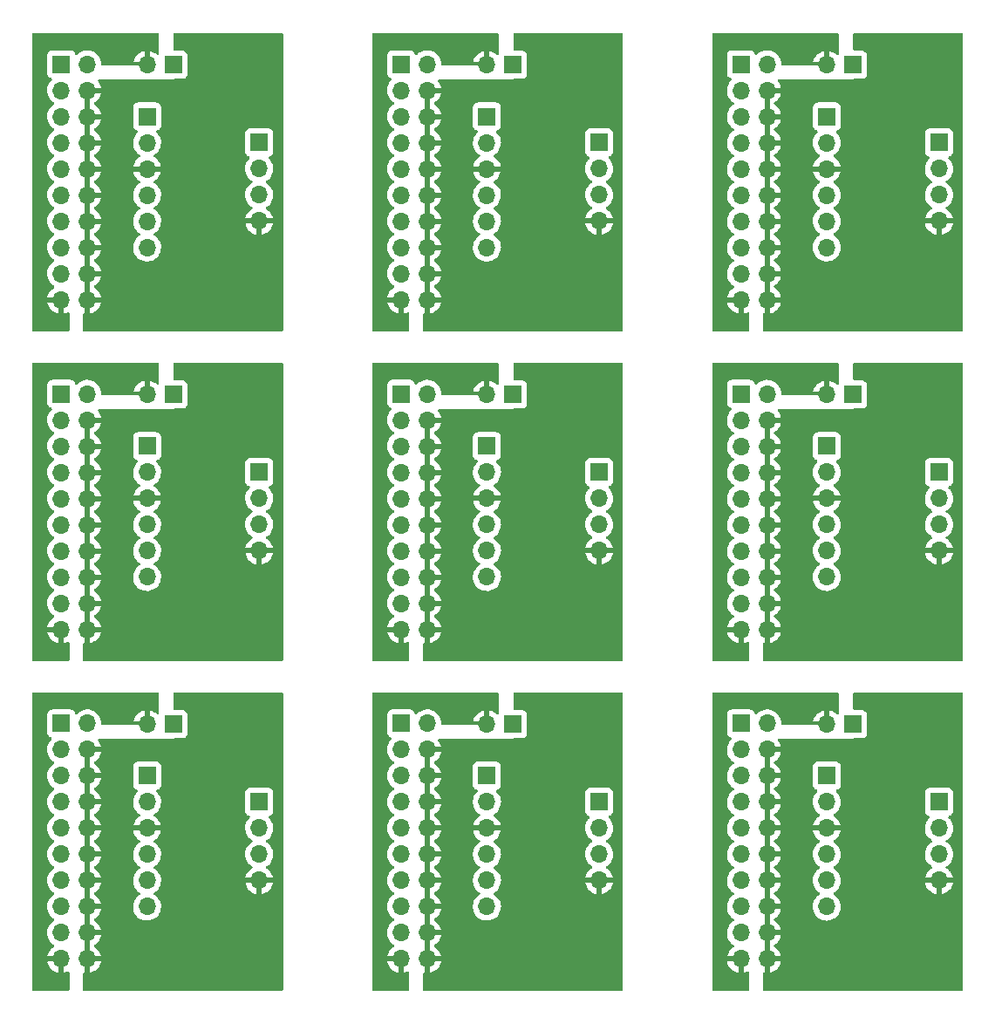
<source format=gbl>
%MOIN*%
%OFA0B0*%
%FSLAX46Y46*%
%IPPOS*%
%LPD*%
%ADD10R,0.066929133858267723X0.066929133858267723*%
%ADD11O,0.066929133858267723X0.066929133858267723*%
%ADD22R,0.066929133858267723X0.066929133858267723*%
%ADD23O,0.066929133858267723X0.066929133858267723*%
%ADD24R,0.066929133858267723X0.066929133858267723*%
%ADD25O,0.066929133858267723X0.066929133858267723*%
%ADD26R,0.066929133858267723X0.066929133858267723*%
%ADD27O,0.066929133858267723X0.066929133858267723*%
%ADD28R,0.066929133858267723X0.066929133858267723*%
%ADD29O,0.066929133858267723X0.066929133858267723*%
%ADD30R,0.066929133858267723X0.066929133858267723*%
%ADD31O,0.066929133858267723X0.066929133858267723*%
%ADD32R,0.066929133858267723X0.066929133858267723*%
%ADD33O,0.066929133858267723X0.066929133858267723*%
%ADD34R,0.066929133858267723X0.066929133858267723*%
%ADD35O,0.066929133858267723X0.066929133858267723*%
%ADD36R,0.066929133858267723X0.066929133858267723*%
%ADD37O,0.066929133858267723X0.066929133858267723*%
G01*
D10*
X0000000000Y0000000000D02*
X0000558070Y0001039370D03*
D11*
X0000458070Y0001039370D03*
X0000886811Y0000442519D03*
X0000886811Y0000542519D03*
X0000886811Y0000642519D03*
D10*
X0000886811Y0000742519D03*
X0000458070Y0000841929D03*
D11*
X0000458070Y0000741929D03*
X0000458070Y0000641929D03*
X0000458070Y0000541929D03*
X0000458070Y0000441929D03*
X0000458070Y0000341929D03*
X0000229921Y0000141732D03*
X0000129921Y0000141732D03*
X0000229921Y0000241732D03*
X0000129921Y0000241732D03*
X0000229921Y0000341732D03*
X0000129921Y0000341732D03*
X0000229921Y0000441732D03*
X0000129921Y0000441732D03*
X0000229921Y0000541732D03*
X0000129921Y0000541732D03*
X0000229921Y0000641732D03*
X0000129921Y0000641732D03*
X0000229921Y0000741732D03*
X0000129921Y0000741732D03*
X0000229921Y0000841732D03*
X0000129921Y0000841732D03*
X0000229921Y0000941732D03*
X0000129921Y0000941732D03*
X0000229921Y0001041732D03*
D10*
X0000129921Y0001041732D03*
G36*
X0000976067Y0001160295D02*
G01*
X0000977898Y0001158182D01*
X0000978346Y0001156122D01*
X0000978346Y0000024980D01*
X0000977558Y0000022298D01*
X0000975446Y0000020467D01*
X0000973385Y0000020019D01*
X0000217559Y0000020019D01*
X0000214877Y0000020807D01*
X0000213046Y0000022919D01*
X0000212598Y0000024980D01*
X0000212598Y0000084622D01*
X0000213385Y0000087304D01*
X0000215498Y0000089134D01*
X0000218265Y0000089532D01*
X0000218547Y0000089483D01*
X0000219222Y0000089346D01*
X0000219775Y0000089393D01*
X0000219921Y0000089800D01*
X0000219921Y0000089822D01*
X0000239921Y0000089822D01*
X0000240081Y0000089277D01*
X0000240609Y0000089197D01*
X0000240873Y0000089230D01*
X0000241270Y0000089315D01*
X0000249301Y0000091724D01*
X0000249678Y0000091872D01*
X0000257208Y0000095561D01*
X0000257556Y0000095769D01*
X0000264382Y0000100638D01*
X0000264692Y0000100900D01*
X0000270631Y0000106818D01*
X0000270894Y0000107127D01*
X0000275787Y0000113936D01*
X0000275996Y0000114284D01*
X0000279711Y0000121800D01*
X0000279860Y0000122178D01*
X0000282298Y0000130200D01*
X0000282384Y0000130596D01*
X0000282440Y0000131025D01*
X0000282353Y0000131583D01*
X0000281835Y0000131732D01*
X0000240634Y0000131732D01*
X0000240034Y0000131556D01*
X0000239987Y0000131501D01*
X0000239921Y0000131198D01*
X0000239921Y0000089822D01*
X0000219921Y0000089822D01*
X0000219921Y0000152445D01*
X0000239921Y0000152445D01*
X0000240097Y0000151845D01*
X0000240152Y0000151798D01*
X0000240454Y0000151732D01*
X0000281824Y0000151732D01*
X0000282357Y0000151888D01*
X0000282408Y0000152246D01*
X0000280756Y0000158823D01*
X0000280625Y0000159207D01*
X0000277282Y0000166897D01*
X0000277090Y0000167254D01*
X0000272536Y0000174294D01*
X0000272288Y0000174615D01*
X0000266645Y0000180817D01*
X0000266349Y0000181093D01*
X0000259769Y0000186290D01*
X0000259431Y0000186515D01*
X0000257957Y0000187328D01*
X0000255990Y0000189314D01*
X0000255408Y0000192048D01*
X0000256397Y0000194662D01*
X0000257474Y0000195710D01*
X0000264382Y0000200638D01*
X0000264692Y0000200900D01*
X0000270631Y0000206818D01*
X0000270894Y0000207127D01*
X0000275787Y0000213936D01*
X0000275996Y0000214284D01*
X0000279711Y0000221800D01*
X0000279860Y0000222178D01*
X0000282298Y0000230200D01*
X0000282384Y0000230596D01*
X0000282440Y0000231025D01*
X0000282353Y0000231583D01*
X0000281835Y0000231732D01*
X0000240634Y0000231732D01*
X0000240034Y0000231556D01*
X0000239987Y0000231501D01*
X0000239921Y0000231198D01*
X0000239921Y0000152445D01*
X0000219921Y0000152445D01*
X0000219921Y0000252445D01*
X0000239921Y0000252445D01*
X0000240097Y0000251845D01*
X0000240152Y0000251798D01*
X0000240454Y0000251732D01*
X0000281824Y0000251732D01*
X0000282357Y0000251888D01*
X0000282408Y0000252246D01*
X0000280756Y0000258823D01*
X0000280625Y0000259207D01*
X0000277282Y0000266897D01*
X0000277090Y0000267254D01*
X0000272536Y0000274294D01*
X0000272288Y0000274615D01*
X0000266645Y0000280817D01*
X0000266349Y0000281093D01*
X0000259769Y0000286290D01*
X0000259431Y0000286515D01*
X0000257957Y0000287328D01*
X0000255990Y0000289314D01*
X0000255408Y0000292048D01*
X0000256397Y0000294662D01*
X0000257474Y0000295710D01*
X0000264382Y0000300638D01*
X0000264692Y0000300900D01*
X0000270631Y0000306818D01*
X0000270894Y0000307127D01*
X0000275787Y0000313936D01*
X0000275996Y0000314284D01*
X0000279711Y0000321800D01*
X0000279860Y0000322178D01*
X0000282298Y0000330200D01*
X0000282384Y0000330596D01*
X0000282440Y0000331025D01*
X0000282353Y0000331583D01*
X0000281835Y0000331732D01*
X0000240634Y0000331732D01*
X0000240034Y0000331556D01*
X0000239987Y0000331501D01*
X0000239921Y0000331198D01*
X0000239921Y0000252445D01*
X0000219921Y0000252445D01*
X0000219921Y0000343240D01*
X0000404419Y0000343240D01*
X0000404431Y0000343037D01*
X0000404431Y0000343037D01*
X0000404646Y0000339307D01*
X0000404925Y0000334460D01*
X0000404970Y0000334261D01*
X0000404970Y0000334261D01*
X0000405540Y0000331732D01*
X0000406859Y0000325880D01*
X0000410167Y0000317731D01*
X0000414763Y0000310232D01*
X0000420521Y0000303585D01*
X0000427288Y0000297967D01*
X0000434881Y0000293530D01*
X0000443098Y0000290392D01*
X0000443297Y0000290351D01*
X0000443297Y0000290351D01*
X0000447520Y0000289492D01*
X0000451716Y0000288639D01*
X0000451920Y0000288631D01*
X0000451920Y0000288631D01*
X0000460302Y0000288324D01*
X0000460302Y0000288324D01*
X0000460505Y0000288316D01*
X0000460706Y0000288342D01*
X0000460707Y0000288342D01*
X0000469027Y0000289408D01*
X0000469027Y0000289408D01*
X0000469228Y0000289434D01*
X0000469423Y0000289492D01*
X0000477457Y0000291903D01*
X0000477458Y0000291903D01*
X0000477652Y0000291961D01*
X0000485550Y0000295830D01*
X0000492711Y0000300938D01*
X0000498940Y0000307146D01*
X0000501283Y0000310405D01*
X0000503954Y0000314122D01*
X0000504072Y0000314288D01*
X0000507969Y0000322172D01*
X0000510526Y0000330587D01*
X0000511674Y0000339307D01*
X0000511738Y0000341929D01*
X0000511017Y0000350694D01*
X0000508875Y0000359224D01*
X0000505368Y0000367289D01*
X0000503815Y0000369690D01*
X0000500701Y0000374503D01*
X0000500701Y0000374503D01*
X0000500591Y0000374674D01*
X0000494672Y0000381179D01*
X0000494512Y0000381305D01*
X0000494512Y0000381305D01*
X0000487929Y0000386503D01*
X0000487929Y0000386504D01*
X0000487770Y0000386630D01*
X0000486143Y0000387527D01*
X0000484176Y0000389513D01*
X0000483594Y0000392247D01*
X0000484583Y0000394861D01*
X0000485660Y0000395909D01*
X0000487385Y0000397139D01*
X0000492711Y0000400938D01*
X0000493200Y0000401425D01*
X0000498796Y0000407002D01*
X0000498940Y0000407146D01*
X0000501283Y0000410405D01*
X0000503954Y0000414122D01*
X0000504072Y0000414288D01*
X0000507969Y0000422172D01*
X0000510526Y0000430587D01*
X0000510708Y0000431969D01*
X0000834380Y0000431969D01*
X0000835573Y0000426675D01*
X0000835694Y0000426288D01*
X0000838849Y0000418519D01*
X0000839032Y0000418157D01*
X0000843413Y0000411008D01*
X0000843652Y0000410681D01*
X0000849142Y0000404343D01*
X0000849432Y0000404059D01*
X0000855883Y0000398704D01*
X0000856215Y0000398471D01*
X0000863454Y0000394240D01*
X0000863820Y0000394065D01*
X0000871653Y0000391074D01*
X0000872043Y0000390961D01*
X0000876112Y0000390133D01*
X0000876665Y0000390180D01*
X0000876811Y0000390587D01*
X0000876811Y0000390609D01*
X0000896811Y0000390609D01*
X0000896971Y0000390064D01*
X0000897499Y0000389984D01*
X0000897763Y0000390018D01*
X0000898159Y0000390102D01*
X0000906191Y0000392512D01*
X0000906568Y0000392660D01*
X0000914098Y0000396348D01*
X0000914446Y0000396556D01*
X0000921272Y0000401425D01*
X0000921582Y0000401687D01*
X0000927521Y0000407605D01*
X0000927784Y0000407914D01*
X0000932677Y0000414723D01*
X0000932886Y0000415071D01*
X0000936601Y0000422587D01*
X0000936750Y0000422965D01*
X0000939188Y0000430987D01*
X0000939273Y0000431384D01*
X0000939330Y0000431812D01*
X0000939243Y0000432370D01*
X0000938725Y0000432519D01*
X0000897524Y0000432519D01*
X0000896924Y0000432343D01*
X0000896876Y0000432288D01*
X0000896811Y0000431986D01*
X0000896811Y0000390609D01*
X0000876811Y0000390609D01*
X0000876811Y0000431806D01*
X0000876634Y0000432406D01*
X0000876580Y0000432453D01*
X0000876277Y0000432519D01*
X0000834969Y0000432519D01*
X0000834436Y0000432363D01*
X0000834380Y0000431969D01*
X0000510708Y0000431969D01*
X0000511674Y0000439307D01*
X0000511738Y0000441929D01*
X0000511017Y0000450694D01*
X0000508875Y0000459224D01*
X0000505368Y0000467289D01*
X0000503815Y0000469690D01*
X0000500701Y0000474503D01*
X0000500701Y0000474503D01*
X0000500591Y0000474674D01*
X0000494672Y0000481179D01*
X0000494512Y0000481305D01*
X0000494512Y0000481305D01*
X0000487929Y0000486503D01*
X0000487929Y0000486504D01*
X0000487770Y0000486630D01*
X0000486143Y0000487527D01*
X0000484176Y0000489513D01*
X0000483594Y0000492247D01*
X0000484583Y0000494861D01*
X0000485660Y0000495909D01*
X0000487385Y0000497139D01*
X0000492711Y0000500938D01*
X0000498940Y0000507146D01*
X0000499483Y0000507901D01*
X0000503954Y0000514122D01*
X0000504072Y0000514288D01*
X0000504364Y0000514878D01*
X0000507879Y0000521990D01*
X0000507879Y0000521990D01*
X0000507969Y0000522172D01*
X0000510526Y0000530587D01*
X0000511674Y0000539307D01*
X0000511677Y0000539439D01*
X0000511735Y0000541796D01*
X0000511735Y0000541796D01*
X0000511738Y0000541929D01*
X0000511582Y0000543830D01*
X0000833159Y0000543830D01*
X0000833171Y0000543628D01*
X0000833171Y0000543627D01*
X0000833420Y0000539307D01*
X0000833665Y0000535050D01*
X0000833710Y0000534851D01*
X0000833710Y0000534851D01*
X0000833798Y0000534460D01*
X0000835599Y0000526470D01*
X0000838908Y0000518322D01*
X0000843503Y0000510823D01*
X0000849261Y0000504175D01*
X0000856028Y0000498557D01*
X0000856816Y0000498097D01*
X0000858935Y0000496859D01*
X0000860853Y0000494826D01*
X0000861368Y0000492078D01*
X0000860315Y0000489489D01*
X0000858722Y0000488176D01*
X0000858403Y0000488010D01*
X0000858060Y0000487793D01*
X0000851355Y0000482759D01*
X0000851052Y0000482490D01*
X0000845259Y0000476428D01*
X0000845004Y0000476113D01*
X0000840279Y0000469187D01*
X0000840078Y0000468833D01*
X0000836548Y0000461229D01*
X0000836408Y0000460847D01*
X0000834227Y0000452984D01*
X0000834287Y0000452653D01*
X0000834775Y0000452519D01*
X0000938714Y0000452519D01*
X0000939247Y0000452676D01*
X0000939298Y0000453033D01*
X0000937646Y0000459611D01*
X0000937515Y0000459995D01*
X0000934172Y0000467684D01*
X0000933980Y0000468041D01*
X0000929426Y0000475081D01*
X0000929178Y0000475403D01*
X0000923535Y0000481604D01*
X0000923239Y0000481881D01*
X0000916659Y0000487077D01*
X0000916321Y0000487302D01*
X0000914866Y0000488105D01*
X0000912898Y0000490091D01*
X0000912317Y0000492825D01*
X0000913306Y0000495439D01*
X0000914382Y0000496486D01*
X0000916640Y0000498097D01*
X0000921451Y0000501528D01*
X0000927680Y0000507736D01*
X0000930023Y0000510996D01*
X0000932694Y0000514713D01*
X0000932813Y0000514878D01*
X0000936327Y0000521990D01*
X0000936619Y0000522580D01*
X0000936619Y0000522580D01*
X0000936709Y0000522763D01*
X0000938969Y0000530200D01*
X0000939207Y0000530983D01*
X0000939207Y0000530983D01*
X0000939266Y0000531178D01*
X0000940414Y0000539898D01*
X0000940464Y0000541929D01*
X0000940475Y0000542387D01*
X0000940475Y0000542387D01*
X0000940478Y0000542519D01*
X0000939757Y0000551285D01*
X0000937615Y0000559814D01*
X0000934108Y0000567880D01*
X0000929823Y0000574503D01*
X0000929441Y0000575093D01*
X0000929441Y0000575093D01*
X0000929331Y0000575264D01*
X0000923412Y0000581769D01*
X0000923252Y0000581895D01*
X0000923252Y0000581895D01*
X0000916669Y0000587094D01*
X0000916669Y0000587094D01*
X0000916510Y0000587220D01*
X0000914883Y0000588118D01*
X0000912916Y0000590103D01*
X0000912335Y0000592837D01*
X0000913323Y0000595452D01*
X0000914400Y0000596499D01*
X0000916126Y0000597730D01*
X0000921451Y0000601528D01*
X0000927680Y0000607736D01*
X0000930023Y0000610996D01*
X0000932694Y0000614713D01*
X0000932813Y0000614878D01*
X0000934141Y0000617567D01*
X0000936619Y0000622580D01*
X0000936619Y0000622580D01*
X0000936709Y0000622763D01*
X0000939266Y0000631178D01*
X0000940414Y0000639897D01*
X0000940478Y0000642519D01*
X0000939757Y0000651285D01*
X0000937615Y0000659814D01*
X0000934108Y0000667880D01*
X0000929831Y0000674491D01*
X0000929441Y0000675093D01*
X0000929441Y0000675093D01*
X0000929331Y0000675264D01*
X0000929096Y0000675522D01*
X0000923535Y0000681634D01*
X0000922312Y0000684147D01*
X0000922643Y0000686923D01*
X0000924421Y0000689079D01*
X0000925463Y0000689617D01*
X0000929657Y0000691190D01*
X0000929988Y0000691314D01*
X0000934577Y0000694753D01*
X0000938016Y0000699342D01*
X0000940029Y0000704711D01*
X0000940295Y0000707160D01*
X0000940295Y0000777879D01*
X0000940029Y0000780327D01*
X0000938016Y0000785697D01*
X0000934577Y0000790285D01*
X0000929988Y0000793725D01*
X0000924618Y0000795737D01*
X0000922170Y0000796003D01*
X0000851451Y0000796003D01*
X0000849003Y0000795737D01*
X0000843633Y0000793725D01*
X0000839044Y0000790285D01*
X0000835605Y0000785697D01*
X0000833592Y0000780327D01*
X0000833326Y0000777879D01*
X0000833326Y0000707160D01*
X0000833592Y0000704711D01*
X0000835605Y0000699342D01*
X0000839044Y0000694753D01*
X0000843633Y0000691314D01*
X0000843964Y0000691190D01*
X0000843964Y0000691190D01*
X0000848246Y0000689585D01*
X0000850480Y0000687906D01*
X0000851453Y0000685285D01*
X0000850854Y0000682555D01*
X0000850091Y0000681513D01*
X0000845103Y0000676293D01*
X0000844988Y0000676125D01*
X0000844988Y0000676125D01*
X0000843739Y0000674294D01*
X0000840147Y0000669028D01*
X0000836444Y0000661050D01*
X0000834094Y0000652575D01*
X0000833159Y0000643830D01*
X0000833171Y0000643627D01*
X0000833171Y0000643627D01*
X0000833386Y0000639897D01*
X0000833665Y0000635050D01*
X0000833710Y0000634851D01*
X0000833710Y0000634851D01*
X0000834369Y0000631929D01*
X0000835599Y0000626470D01*
X0000838908Y0000618322D01*
X0000843503Y0000610823D01*
X0000849261Y0000604175D01*
X0000856028Y0000598557D01*
X0000857187Y0000597880D01*
X0000858915Y0000596871D01*
X0000860833Y0000594838D01*
X0000861348Y0000592090D01*
X0000860295Y0000589501D01*
X0000858702Y0000588187D01*
X0000858212Y0000587932D01*
X0000858050Y0000587810D01*
X0000858050Y0000587810D01*
X0000851342Y0000582774D01*
X0000851179Y0000582652D01*
X0000845103Y0000576293D01*
X0000840147Y0000569028D01*
X0000836444Y0000561050D01*
X0000834094Y0000552575D01*
X0000833159Y0000543830D01*
X0000511582Y0000543830D01*
X0000511017Y0000550694D01*
X0000508875Y0000559224D01*
X0000505368Y0000567289D01*
X0000503815Y0000569690D01*
X0000500701Y0000574503D01*
X0000500701Y0000574503D01*
X0000500591Y0000574674D01*
X0000494672Y0000581179D01*
X0000494512Y0000581305D01*
X0000494512Y0000581305D01*
X0000487929Y0000586503D01*
X0000487929Y0000586504D01*
X0000487770Y0000586630D01*
X0000486124Y0000587538D01*
X0000484157Y0000589523D01*
X0000483575Y0000592257D01*
X0000484564Y0000594872D01*
X0000485641Y0000595919D01*
X0000492532Y0000600834D01*
X0000492842Y0000601096D01*
X0000498781Y0000607015D01*
X0000499044Y0000607324D01*
X0000503937Y0000614133D01*
X0000504146Y0000614480D01*
X0000507861Y0000621997D01*
X0000508010Y0000622375D01*
X0000510447Y0000630397D01*
X0000510533Y0000630793D01*
X0000510590Y0000631221D01*
X0000510502Y0000631780D01*
X0000509984Y0000631929D01*
X0000406229Y0000631929D01*
X0000405696Y0000631772D01*
X0000405640Y0000631379D01*
X0000406833Y0000626084D01*
X0000406954Y0000625697D01*
X0000410109Y0000617929D01*
X0000410291Y0000617567D01*
X0000414672Y0000610417D01*
X0000414912Y0000610090D01*
X0000420402Y0000603753D01*
X0000420692Y0000603469D01*
X0000427143Y0000598113D01*
X0000427475Y0000597880D01*
X0000430195Y0000596291D01*
X0000432113Y0000594258D01*
X0000432628Y0000591510D01*
X0000431576Y0000588921D01*
X0000429983Y0000587608D01*
X0000429472Y0000587342D01*
X0000429310Y0000587220D01*
X0000429309Y0000587220D01*
X0000422602Y0000582183D01*
X0000422439Y0000582061D01*
X0000422298Y0000581914D01*
X0000417068Y0000576440D01*
X0000416363Y0000575703D01*
X0000416248Y0000575535D01*
X0000416248Y0000575535D01*
X0000415544Y0000574503D01*
X0000411407Y0000568437D01*
X0000410857Y0000567254D01*
X0000407887Y0000560854D01*
X0000407704Y0000560460D01*
X0000405353Y0000551985D01*
X0000404419Y0000543240D01*
X0000404431Y0000543037D01*
X0000404431Y0000543037D01*
X0000404646Y0000539307D01*
X0000404925Y0000534460D01*
X0000404970Y0000534261D01*
X0000404970Y0000534261D01*
X0000405540Y0000531732D01*
X0000406859Y0000525880D01*
X0000410167Y0000517731D01*
X0000414763Y0000510232D01*
X0000420521Y0000503585D01*
X0000427288Y0000497967D01*
X0000429821Y0000496486D01*
X0000430175Y0000496280D01*
X0000432093Y0000494247D01*
X0000432607Y0000491500D01*
X0000431555Y0000488910D01*
X0000429962Y0000487597D01*
X0000429472Y0000487342D01*
X0000429310Y0000487220D01*
X0000429309Y0000487220D01*
X0000423369Y0000482759D01*
X0000422439Y0000482061D01*
X0000422298Y0000481914D01*
X0000417056Y0000476428D01*
X0000416363Y0000475703D01*
X0000416248Y0000475535D01*
X0000416248Y0000475535D01*
X0000415544Y0000474503D01*
X0000411407Y0000468437D01*
X0000410857Y0000467254D01*
X0000408061Y0000461229D01*
X0000407704Y0000460460D01*
X0000405353Y0000451985D01*
X0000404419Y0000443240D01*
X0000404431Y0000443037D01*
X0000404431Y0000443037D01*
X0000404646Y0000439307D01*
X0000404925Y0000434460D01*
X0000404970Y0000434261D01*
X0000404970Y0000434261D01*
X0000405483Y0000431986D01*
X0000406859Y0000425880D01*
X0000408362Y0000422178D01*
X0000409994Y0000418157D01*
X0000410167Y0000417731D01*
X0000414763Y0000410232D01*
X0000420521Y0000403585D01*
X0000427288Y0000397967D01*
X0000429702Y0000396556D01*
X0000430175Y0000396280D01*
X0000432093Y0000394247D01*
X0000432607Y0000391500D01*
X0000431555Y0000388910D01*
X0000429962Y0000387597D01*
X0000429472Y0000387342D01*
X0000429310Y0000387220D01*
X0000429309Y0000387220D01*
X0000422602Y0000382183D01*
X0000422439Y0000382061D01*
X0000416363Y0000375703D01*
X0000416248Y0000375535D01*
X0000416248Y0000375535D01*
X0000415544Y0000374503D01*
X0000411407Y0000368437D01*
X0000407704Y0000360460D01*
X0000405353Y0000351985D01*
X0000404419Y0000343240D01*
X0000219921Y0000343240D01*
X0000219921Y0000352445D01*
X0000239921Y0000352445D01*
X0000240097Y0000351845D01*
X0000240152Y0000351798D01*
X0000240454Y0000351732D01*
X0000281824Y0000351732D01*
X0000282357Y0000351888D01*
X0000282408Y0000352246D01*
X0000280756Y0000358823D01*
X0000280625Y0000359207D01*
X0000277282Y0000366897D01*
X0000277090Y0000367254D01*
X0000272536Y0000374294D01*
X0000272288Y0000374615D01*
X0000266645Y0000380817D01*
X0000266349Y0000381093D01*
X0000259769Y0000386290D01*
X0000259431Y0000386515D01*
X0000257957Y0000387328D01*
X0000255990Y0000389314D01*
X0000255408Y0000392048D01*
X0000256397Y0000394662D01*
X0000257474Y0000395710D01*
X0000264382Y0000400638D01*
X0000264692Y0000400900D01*
X0000270631Y0000406818D01*
X0000270894Y0000407127D01*
X0000275787Y0000413936D01*
X0000275996Y0000414284D01*
X0000279711Y0000421800D01*
X0000279860Y0000422178D01*
X0000282298Y0000430200D01*
X0000282384Y0000430596D01*
X0000282440Y0000431025D01*
X0000282353Y0000431583D01*
X0000281835Y0000431732D01*
X0000240634Y0000431732D01*
X0000240034Y0000431556D01*
X0000239987Y0000431501D01*
X0000239921Y0000431198D01*
X0000239921Y0000352445D01*
X0000219921Y0000352445D01*
X0000219921Y0000452445D01*
X0000239921Y0000452445D01*
X0000240097Y0000451845D01*
X0000240152Y0000451798D01*
X0000240454Y0000451732D01*
X0000281824Y0000451732D01*
X0000282357Y0000451888D01*
X0000282408Y0000452246D01*
X0000280756Y0000458823D01*
X0000280625Y0000459207D01*
X0000277282Y0000466897D01*
X0000277090Y0000467254D01*
X0000272536Y0000474294D01*
X0000272288Y0000474615D01*
X0000266645Y0000480817D01*
X0000266349Y0000481093D01*
X0000259769Y0000486290D01*
X0000259431Y0000486515D01*
X0000257957Y0000487328D01*
X0000255990Y0000489314D01*
X0000255408Y0000492048D01*
X0000256397Y0000494662D01*
X0000257474Y0000495710D01*
X0000264382Y0000500638D01*
X0000264692Y0000500900D01*
X0000270631Y0000506818D01*
X0000270894Y0000507127D01*
X0000275787Y0000513936D01*
X0000275996Y0000514284D01*
X0000279711Y0000521800D01*
X0000279860Y0000522178D01*
X0000282298Y0000530200D01*
X0000282384Y0000530596D01*
X0000282440Y0000531025D01*
X0000282353Y0000531583D01*
X0000281835Y0000531732D01*
X0000240634Y0000531732D01*
X0000240034Y0000531556D01*
X0000239987Y0000531501D01*
X0000239921Y0000531198D01*
X0000239921Y0000452445D01*
X0000219921Y0000452445D01*
X0000219921Y0000552445D01*
X0000239921Y0000552445D01*
X0000240097Y0000551845D01*
X0000240152Y0000551798D01*
X0000240454Y0000551732D01*
X0000281824Y0000551732D01*
X0000282357Y0000551888D01*
X0000282408Y0000552246D01*
X0000280756Y0000558823D01*
X0000280625Y0000559207D01*
X0000277282Y0000566897D01*
X0000277090Y0000567254D01*
X0000272536Y0000574294D01*
X0000272288Y0000574615D01*
X0000266645Y0000580817D01*
X0000266349Y0000581093D01*
X0000259769Y0000586290D01*
X0000259431Y0000586515D01*
X0000257957Y0000587328D01*
X0000255990Y0000589314D01*
X0000255408Y0000592048D01*
X0000256397Y0000594662D01*
X0000257474Y0000595710D01*
X0000264382Y0000600638D01*
X0000264692Y0000600900D01*
X0000270631Y0000606818D01*
X0000270894Y0000607127D01*
X0000275787Y0000613936D01*
X0000275996Y0000614284D01*
X0000279711Y0000621800D01*
X0000279860Y0000622178D01*
X0000282298Y0000630200D01*
X0000282384Y0000630596D01*
X0000282440Y0000631025D01*
X0000282353Y0000631583D01*
X0000281835Y0000631732D01*
X0000240634Y0000631732D01*
X0000240034Y0000631556D01*
X0000239987Y0000631501D01*
X0000239921Y0000631198D01*
X0000239921Y0000552445D01*
X0000219921Y0000552445D01*
X0000219921Y0000652445D01*
X0000239921Y0000652445D01*
X0000240097Y0000651845D01*
X0000240152Y0000651798D01*
X0000240454Y0000651732D01*
X0000281824Y0000651732D01*
X0000282357Y0000651888D01*
X0000282408Y0000652246D01*
X0000280756Y0000658823D01*
X0000280625Y0000659207D01*
X0000277282Y0000666897D01*
X0000277090Y0000667254D01*
X0000272536Y0000674294D01*
X0000272288Y0000674615D01*
X0000266645Y0000680817D01*
X0000266349Y0000681093D01*
X0000259769Y0000686290D01*
X0000259431Y0000686515D01*
X0000257957Y0000687328D01*
X0000255990Y0000689314D01*
X0000255408Y0000692048D01*
X0000256397Y0000694662D01*
X0000257474Y0000695710D01*
X0000264382Y0000700638D01*
X0000264692Y0000700900D01*
X0000270631Y0000706818D01*
X0000270894Y0000707127D01*
X0000275787Y0000713936D01*
X0000275996Y0000714284D01*
X0000279711Y0000721800D01*
X0000279860Y0000722178D01*
X0000282298Y0000730200D01*
X0000282384Y0000730596D01*
X0000282440Y0000731025D01*
X0000282353Y0000731583D01*
X0000281835Y0000731732D01*
X0000240634Y0000731732D01*
X0000240034Y0000731556D01*
X0000239987Y0000731501D01*
X0000239921Y0000731198D01*
X0000239921Y0000652445D01*
X0000219921Y0000652445D01*
X0000219921Y0000743240D01*
X0000404419Y0000743240D01*
X0000404431Y0000743037D01*
X0000404431Y0000743037D01*
X0000404646Y0000739307D01*
X0000404925Y0000734460D01*
X0000404970Y0000734261D01*
X0000404970Y0000734261D01*
X0000405540Y0000731732D01*
X0000406859Y0000725880D01*
X0000410167Y0000717731D01*
X0000414763Y0000710232D01*
X0000420521Y0000703585D01*
X0000427288Y0000697967D01*
X0000430195Y0000696268D01*
X0000432113Y0000694235D01*
X0000432627Y0000691488D01*
X0000431575Y0000688898D01*
X0000429982Y0000687585D01*
X0000429663Y0000687419D01*
X0000429320Y0000687203D01*
X0000422615Y0000682169D01*
X0000422312Y0000681899D01*
X0000416519Y0000675837D01*
X0000416263Y0000675522D01*
X0000411539Y0000668596D01*
X0000411338Y0000668243D01*
X0000407808Y0000660638D01*
X0000407668Y0000660257D01*
X0000405487Y0000652394D01*
X0000405547Y0000652062D01*
X0000406035Y0000651929D01*
X0000509974Y0000651929D01*
X0000510506Y0000652085D01*
X0000510558Y0000652443D01*
X0000508906Y0000659020D01*
X0000508775Y0000659404D01*
X0000505431Y0000667093D01*
X0000505240Y0000667451D01*
X0000500686Y0000674491D01*
X0000500438Y0000674812D01*
X0000494795Y0000681014D01*
X0000494498Y0000681290D01*
X0000487918Y0000686487D01*
X0000487580Y0000686711D01*
X0000486126Y0000687514D01*
X0000484158Y0000689500D01*
X0000483577Y0000692234D01*
X0000484565Y0000694848D01*
X0000485642Y0000695896D01*
X0000486566Y0000696555D01*
X0000492711Y0000700938D01*
X0000498940Y0000707146D01*
X0000501283Y0000710405D01*
X0000503954Y0000714122D01*
X0000504072Y0000714288D01*
X0000507969Y0000722172D01*
X0000510526Y0000730587D01*
X0000511674Y0000739307D01*
X0000511738Y0000741929D01*
X0000511017Y0000750694D01*
X0000508875Y0000759224D01*
X0000505368Y0000767289D01*
X0000503815Y0000769690D01*
X0000500701Y0000774503D01*
X0000500701Y0000774503D01*
X0000500591Y0000774674D01*
X0000500454Y0000774824D01*
X0000494795Y0000781043D01*
X0000493572Y0000783557D01*
X0000493903Y0000786332D01*
X0000495681Y0000788489D01*
X0000496722Y0000789027D01*
X0000500917Y0000790599D01*
X0000501248Y0000790723D01*
X0000505837Y0000794162D01*
X0000509276Y0000798751D01*
X0000511289Y0000804121D01*
X0000511555Y0000806569D01*
X0000511555Y0000877288D01*
X0000511289Y0000879736D01*
X0000509276Y0000885106D01*
X0000505837Y0000889695D01*
X0000501248Y0000893134D01*
X0000495878Y0000895147D01*
X0000493430Y0000895413D01*
X0000422711Y0000895413D01*
X0000420263Y0000895147D01*
X0000414893Y0000893134D01*
X0000410304Y0000889695D01*
X0000406865Y0000885106D01*
X0000404852Y0000879736D01*
X0000404586Y0000877288D01*
X0000404586Y0000806569D01*
X0000404852Y0000804121D01*
X0000406865Y0000798751D01*
X0000410304Y0000794162D01*
X0000414893Y0000790723D01*
X0000415224Y0000790599D01*
X0000415224Y0000790599D01*
X0000419505Y0000788994D01*
X0000421740Y0000787315D01*
X0000422713Y0000784695D01*
X0000422114Y0000781965D01*
X0000421351Y0000780922D01*
X0000416363Y0000775703D01*
X0000416248Y0000775535D01*
X0000416248Y0000775535D01*
X0000415544Y0000774503D01*
X0000411407Y0000768437D01*
X0000407704Y0000760460D01*
X0000405353Y0000751985D01*
X0000404419Y0000743240D01*
X0000219921Y0000743240D01*
X0000219921Y0000752445D01*
X0000239921Y0000752445D01*
X0000240097Y0000751845D01*
X0000240152Y0000751798D01*
X0000240454Y0000751732D01*
X0000281824Y0000751732D01*
X0000282357Y0000751888D01*
X0000282408Y0000752246D01*
X0000280756Y0000758823D01*
X0000280625Y0000759207D01*
X0000277282Y0000766897D01*
X0000277090Y0000767254D01*
X0000272536Y0000774294D01*
X0000272288Y0000774615D01*
X0000266645Y0000780817D01*
X0000266349Y0000781093D01*
X0000259769Y0000786290D01*
X0000259431Y0000786515D01*
X0000257957Y0000787328D01*
X0000255990Y0000789314D01*
X0000255408Y0000792048D01*
X0000256397Y0000794662D01*
X0000257474Y0000795710D01*
X0000264382Y0000800638D01*
X0000264692Y0000800900D01*
X0000270631Y0000806818D01*
X0000270894Y0000807127D01*
X0000275787Y0000813936D01*
X0000275996Y0000814284D01*
X0000279711Y0000821800D01*
X0000279860Y0000822178D01*
X0000282298Y0000830200D01*
X0000282384Y0000830596D01*
X0000282440Y0000831025D01*
X0000282353Y0000831583D01*
X0000281835Y0000831732D01*
X0000240634Y0000831732D01*
X0000240034Y0000831556D01*
X0000239987Y0000831501D01*
X0000239921Y0000831198D01*
X0000239921Y0000752445D01*
X0000219921Y0000752445D01*
X0000219921Y0000852445D01*
X0000239921Y0000852445D01*
X0000240097Y0000851845D01*
X0000240152Y0000851798D01*
X0000240454Y0000851732D01*
X0000281824Y0000851732D01*
X0000282357Y0000851888D01*
X0000282408Y0000852246D01*
X0000280756Y0000858823D01*
X0000280625Y0000859207D01*
X0000277282Y0000866897D01*
X0000277090Y0000867254D01*
X0000272536Y0000874294D01*
X0000272288Y0000874615D01*
X0000266645Y0000880817D01*
X0000266349Y0000881093D01*
X0000259769Y0000886290D01*
X0000259431Y0000886515D01*
X0000257957Y0000887328D01*
X0000255990Y0000889314D01*
X0000255408Y0000892048D01*
X0000256397Y0000894662D01*
X0000257474Y0000895710D01*
X0000264382Y0000900638D01*
X0000264692Y0000900900D01*
X0000270631Y0000906818D01*
X0000270894Y0000907127D01*
X0000275787Y0000913936D01*
X0000275996Y0000914284D01*
X0000279711Y0000921800D01*
X0000279860Y0000922178D01*
X0000282298Y0000930200D01*
X0000282384Y0000930596D01*
X0000282440Y0000931025D01*
X0000282353Y0000931583D01*
X0000281835Y0000931732D01*
X0000240634Y0000931732D01*
X0000240034Y0000931556D01*
X0000239987Y0000931501D01*
X0000239921Y0000931198D01*
X0000239921Y0000852445D01*
X0000219921Y0000852445D01*
X0000219921Y0000946771D01*
X0000220708Y0000949453D01*
X0000222821Y0000951284D01*
X0000224881Y0000951732D01*
X0000281824Y0000951732D01*
X0000282357Y0000951888D01*
X0000282408Y0000952246D01*
X0000280756Y0000958823D01*
X0000280625Y0000959207D01*
X0000277282Y0000966897D01*
X0000277090Y0000967254D01*
X0000272536Y0000974294D01*
X0000272288Y0000974615D01*
X0000271072Y0000975952D01*
X0000269849Y0000978466D01*
X0000270180Y0000981241D01*
X0000271958Y0000983398D01*
X0000274741Y0000984251D01*
X0000559055Y0000984251D01*
X0000559055Y0000984461D01*
X0000559264Y0000984522D01*
X0000561072Y0000985684D01*
X0000562470Y0000985885D01*
X0000593430Y0000985885D01*
X0000595878Y0000986151D01*
X0000601248Y0000988164D01*
X0000605837Y0000991603D01*
X0000609276Y0000996192D01*
X0000611289Y0001001562D01*
X0000611555Y0001004010D01*
X0000611555Y0001074729D01*
X0000611289Y0001077177D01*
X0000609276Y0001082547D01*
X0000605837Y0001087136D01*
X0000601248Y0001090575D01*
X0000595878Y0001092588D01*
X0000593430Y0001092854D01*
X0000564015Y0001092854D01*
X0000561333Y0001093641D01*
X0000559503Y0001095754D01*
X0000559055Y0001097814D01*
X0000559055Y0001156122D01*
X0000559842Y0001158803D01*
X0000561955Y0001160634D01*
X0000564015Y0001161082D01*
X0000973385Y0001161082D01*
X0000976067Y0001160295D01*
G37*
G36*
X0000501658Y0001160295D02*
G01*
X0000503488Y0001158182D01*
X0000503937Y0001156122D01*
X0000503937Y0001081231D01*
X0000503149Y0001078549D01*
X0000501037Y0001076718D01*
X0000498270Y0001076321D01*
X0000495727Y0001077482D01*
X0000495307Y0001077892D01*
X0000494795Y0001078455D01*
X0000494498Y0001078731D01*
X0000487918Y0001083928D01*
X0000487580Y0001084152D01*
X0000480240Y0001088204D01*
X0000479870Y0001088371D01*
X0000471966Y0001091170D01*
X0000471574Y0001091273D01*
X0000468773Y0001091772D01*
X0000468249Y0001091715D01*
X0000468070Y0001091142D01*
X0000468070Y0001035433D01*
X0000288518Y0001035433D01*
X0000285836Y0001036220D01*
X0000284005Y0001038332D01*
X0000283559Y0001040514D01*
X0000283588Y0001041732D01*
X0000282922Y0001049835D01*
X0000405487Y0001049835D01*
X0000405547Y0001049503D01*
X0000406035Y0001049370D01*
X0000447357Y0001049370D01*
X0000447957Y0001049546D01*
X0000448005Y0001049600D01*
X0000448070Y0001049903D01*
X0000448070Y0001091216D01*
X0000447916Y0001091741D01*
X0000447354Y0001091820D01*
X0000445839Y0001091588D01*
X0000445444Y0001091494D01*
X0000437475Y0001088889D01*
X0000437100Y0001088731D01*
X0000429663Y0001084860D01*
X0000429320Y0001084644D01*
X0000422615Y0001079610D01*
X0000422312Y0001079340D01*
X0000416519Y0001073278D01*
X0000416263Y0001072963D01*
X0000411539Y0001066037D01*
X0000411338Y0001065684D01*
X0000407808Y0001058079D01*
X0000407668Y0001057698D01*
X0000405487Y0001049835D01*
X0000282922Y0001049835D01*
X0000282868Y0001050497D01*
X0000280725Y0001059027D01*
X0000277218Y0001067092D01*
X0000275665Y0001069493D01*
X0000272552Y0001074306D01*
X0000272551Y0001074306D01*
X0000272441Y0001074477D01*
X0000266522Y0001080982D01*
X0000266362Y0001081108D01*
X0000266362Y0001081108D01*
X0000259780Y0001086307D01*
X0000259779Y0001086307D01*
X0000259620Y0001086433D01*
X0000251920Y0001090683D01*
X0000251729Y0001090751D01*
X0000251728Y0001090751D01*
X0000243822Y0001093551D01*
X0000243822Y0001093551D01*
X0000243630Y0001093619D01*
X0000243429Y0001093655D01*
X0000243429Y0001093655D01*
X0000235172Y0001095125D01*
X0000235171Y0001095126D01*
X0000234971Y0001095161D01*
X0000232065Y0001095197D01*
X0000226381Y0001095266D01*
X0000226381Y0001095266D01*
X0000226177Y0001095269D01*
X0000217483Y0001093938D01*
X0000209124Y0001091206D01*
X0000201323Y0001087145D01*
X0000201160Y0001087023D01*
X0000201160Y0001087023D01*
X0000194452Y0001081987D01*
X0000194289Y0001081864D01*
X0000192068Y0001079540D01*
X0000191113Y0001078540D01*
X0000188691Y0001077145D01*
X0000185899Y0001077282D01*
X0000183624Y0001078905D01*
X0000182882Y0001080226D01*
X0000181250Y0001084578D01*
X0000181126Y0001084909D01*
X0000177687Y0001089498D01*
X0000173098Y0001092937D01*
X0000167728Y0001094950D01*
X0000165280Y0001095216D01*
X0000094561Y0001095216D01*
X0000092113Y0001094950D01*
X0000086743Y0001092937D01*
X0000082155Y0001089498D01*
X0000078715Y0001084909D01*
X0000076702Y0001079540D01*
X0000076437Y0001077091D01*
X0000076437Y0001006372D01*
X0000076702Y0001003924D01*
X0000078715Y0000998554D01*
X0000082155Y0000993966D01*
X0000086743Y0000990526D01*
X0000087074Y0000990402D01*
X0000087075Y0000990402D01*
X0000091356Y0000988797D01*
X0000093591Y0000987119D01*
X0000094563Y0000984498D01*
X0000093964Y0000981768D01*
X0000093201Y0000980725D01*
X0000088213Y0000975506D01*
X0000083257Y0000968240D01*
X0000079554Y0000960263D01*
X0000077204Y0000951788D01*
X0000076269Y0000943043D01*
X0000076775Y0000934263D01*
X0000076820Y0000934064D01*
X0000076820Y0000934064D01*
X0000077648Y0000930390D01*
X0000078709Y0000925683D01*
X0000082018Y0000917534D01*
X0000086613Y0000910035D01*
X0000092372Y0000903388D01*
X0000099138Y0000897770D01*
X0000101913Y0000896149D01*
X0000102025Y0000896083D01*
X0000103943Y0000894050D01*
X0000104458Y0000891303D01*
X0000103405Y0000888713D01*
X0000101813Y0000887400D01*
X0000101323Y0000887145D01*
X0000101160Y0000887023D01*
X0000101160Y0000887023D01*
X0000094452Y0000881987D01*
X0000094289Y0000881864D01*
X0000088213Y0000875506D01*
X0000083257Y0000868240D01*
X0000079554Y0000860263D01*
X0000077204Y0000851788D01*
X0000076269Y0000843043D01*
X0000076775Y0000834263D01*
X0000076820Y0000834064D01*
X0000076820Y0000834064D01*
X0000077648Y0000830390D01*
X0000078709Y0000825683D01*
X0000082018Y0000817534D01*
X0000086613Y0000810035D01*
X0000092372Y0000803388D01*
X0000099138Y0000797770D01*
X0000101913Y0000796149D01*
X0000102025Y0000796083D01*
X0000103943Y0000794050D01*
X0000104458Y0000791303D01*
X0000103405Y0000788713D01*
X0000101813Y0000787400D01*
X0000101323Y0000787145D01*
X0000101160Y0000787023D01*
X0000101160Y0000787023D01*
X0000094552Y0000782061D01*
X0000094289Y0000781864D01*
X0000088213Y0000775506D01*
X0000083257Y0000768240D01*
X0000079554Y0000760263D01*
X0000077204Y0000751788D01*
X0000076269Y0000743043D01*
X0000076281Y0000742840D01*
X0000076281Y0000742840D01*
X0000076496Y0000739110D01*
X0000076775Y0000734263D01*
X0000076820Y0000734064D01*
X0000076820Y0000734064D01*
X0000077648Y0000730390D01*
X0000078709Y0000725683D01*
X0000082018Y0000717534D01*
X0000086613Y0000710035D01*
X0000092372Y0000703388D01*
X0000099138Y0000697770D01*
X0000101913Y0000696149D01*
X0000102025Y0000696083D01*
X0000103943Y0000694050D01*
X0000104458Y0000691303D01*
X0000103405Y0000688713D01*
X0000101813Y0000687400D01*
X0000101323Y0000687145D01*
X0000101160Y0000687023D01*
X0000101160Y0000687023D01*
X0000094552Y0000682061D01*
X0000094289Y0000681864D01*
X0000088213Y0000675506D01*
X0000083257Y0000668240D01*
X0000079554Y0000660263D01*
X0000077204Y0000651788D01*
X0000076269Y0000643043D01*
X0000076281Y0000642840D01*
X0000076281Y0000642840D01*
X0000076496Y0000639110D01*
X0000076775Y0000634263D01*
X0000076820Y0000634064D01*
X0000076820Y0000634064D01*
X0000077648Y0000630390D01*
X0000078709Y0000625683D01*
X0000082018Y0000617534D01*
X0000086613Y0000610035D01*
X0000092372Y0000603388D01*
X0000099138Y0000597770D01*
X0000101913Y0000596149D01*
X0000102025Y0000596083D01*
X0000103943Y0000594050D01*
X0000104458Y0000591303D01*
X0000103405Y0000588713D01*
X0000101813Y0000587400D01*
X0000101323Y0000587145D01*
X0000101160Y0000587023D01*
X0000101160Y0000587023D01*
X0000094552Y0000582061D01*
X0000094289Y0000581864D01*
X0000088213Y0000575506D01*
X0000083257Y0000568240D01*
X0000079554Y0000560263D01*
X0000077204Y0000551788D01*
X0000076269Y0000543043D01*
X0000076281Y0000542840D01*
X0000076281Y0000542840D01*
X0000076496Y0000539110D01*
X0000076775Y0000534263D01*
X0000076820Y0000534064D01*
X0000076820Y0000534064D01*
X0000077648Y0000530390D01*
X0000078709Y0000525683D01*
X0000082018Y0000517534D01*
X0000086613Y0000510035D01*
X0000092372Y0000503388D01*
X0000099138Y0000497770D01*
X0000101913Y0000496149D01*
X0000102025Y0000496083D01*
X0000103943Y0000494050D01*
X0000104458Y0000491303D01*
X0000103405Y0000488713D01*
X0000101813Y0000487400D01*
X0000101323Y0000487145D01*
X0000101160Y0000487023D01*
X0000101160Y0000487023D01*
X0000094552Y0000482061D01*
X0000094289Y0000481864D01*
X0000088213Y0000475506D01*
X0000083257Y0000468240D01*
X0000079554Y0000460263D01*
X0000077204Y0000451788D01*
X0000076269Y0000443043D01*
X0000076281Y0000442840D01*
X0000076281Y0000442840D01*
X0000076496Y0000439110D01*
X0000076775Y0000434263D01*
X0000076820Y0000434064D01*
X0000076820Y0000434064D01*
X0000077648Y0000430390D01*
X0000078709Y0000425683D01*
X0000082018Y0000417534D01*
X0000086613Y0000410035D01*
X0000092372Y0000403388D01*
X0000099138Y0000397770D01*
X0000101913Y0000396149D01*
X0000102025Y0000396083D01*
X0000103943Y0000394050D01*
X0000104458Y0000391303D01*
X0000103405Y0000388713D01*
X0000101813Y0000387400D01*
X0000101323Y0000387145D01*
X0000101160Y0000387023D01*
X0000101160Y0000387023D01*
X0000094552Y0000382061D01*
X0000094289Y0000381864D01*
X0000088213Y0000375506D01*
X0000083257Y0000368240D01*
X0000079554Y0000360263D01*
X0000077204Y0000351788D01*
X0000076269Y0000343043D01*
X0000076281Y0000342840D01*
X0000076281Y0000342840D01*
X0000076496Y0000339110D01*
X0000076775Y0000334263D01*
X0000076820Y0000334064D01*
X0000076820Y0000334064D01*
X0000077648Y0000330390D01*
X0000078709Y0000325683D01*
X0000082018Y0000317534D01*
X0000086613Y0000310035D01*
X0000092372Y0000303388D01*
X0000099138Y0000297770D01*
X0000101913Y0000296149D01*
X0000102025Y0000296083D01*
X0000103943Y0000294050D01*
X0000104458Y0000291303D01*
X0000103405Y0000288713D01*
X0000101813Y0000287400D01*
X0000101323Y0000287145D01*
X0000101160Y0000287023D01*
X0000101160Y0000287023D01*
X0000094452Y0000281987D01*
X0000094289Y0000281864D01*
X0000088213Y0000275506D01*
X0000083257Y0000268240D01*
X0000079554Y0000260263D01*
X0000077204Y0000251788D01*
X0000076269Y0000243043D01*
X0000076775Y0000234263D01*
X0000076820Y0000234064D01*
X0000076820Y0000234064D01*
X0000077648Y0000230390D01*
X0000078709Y0000225683D01*
X0000082018Y0000217534D01*
X0000086613Y0000210035D01*
X0000092372Y0000203388D01*
X0000099138Y0000197770D01*
X0000102045Y0000196071D01*
X0000103963Y0000194038D01*
X0000104478Y0000191291D01*
X0000103425Y0000188702D01*
X0000101833Y0000187388D01*
X0000101514Y0000187222D01*
X0000101170Y0000187006D01*
X0000094465Y0000181972D01*
X0000094162Y0000181702D01*
X0000088369Y0000175641D01*
X0000088114Y0000175325D01*
X0000083389Y0000168399D01*
X0000083188Y0000168046D01*
X0000079658Y0000160441D01*
X0000079518Y0000160060D01*
X0000077338Y0000152197D01*
X0000077398Y0000151865D01*
X0000077885Y0000151732D01*
X0000134960Y0000151732D01*
X0000137642Y0000150944D01*
X0000139472Y0000148832D01*
X0000139921Y0000146771D01*
X0000139921Y0000089822D01*
X0000140081Y0000089277D01*
X0000140609Y0000089197D01*
X0000140873Y0000089230D01*
X0000141270Y0000089315D01*
X0000149301Y0000091724D01*
X0000149678Y0000091872D01*
X0000154274Y0000094124D01*
X0000157029Y0000094596D01*
X0000159602Y0000093505D01*
X0000161176Y0000091195D01*
X0000161417Y0000089669D01*
X0000161417Y0000024980D01*
X0000160629Y0000022298D01*
X0000158517Y0000020467D01*
X0000156456Y0000020019D01*
X0000024980Y0000020019D01*
X0000022298Y0000020807D01*
X0000020467Y0000022919D01*
X0000020019Y0000024980D01*
X0000020019Y0000131182D01*
X0000077490Y0000131182D01*
X0000078683Y0000125887D01*
X0000078804Y0000125500D01*
X0000081959Y0000117732D01*
X0000082142Y0000117370D01*
X0000086523Y0000110220D01*
X0000086762Y0000109893D01*
X0000092252Y0000103556D01*
X0000092542Y0000103272D01*
X0000098993Y0000097916D01*
X0000099326Y0000097683D01*
X0000106565Y0000093453D01*
X0000106930Y0000093278D01*
X0000114763Y0000090287D01*
X0000115153Y0000090174D01*
X0000119222Y0000089346D01*
X0000119775Y0000089393D01*
X0000119921Y0000089800D01*
X0000119921Y0000131019D01*
X0000119745Y0000131619D01*
X0000119690Y0000131666D01*
X0000119387Y0000131732D01*
X0000078079Y0000131732D01*
X0000077547Y0000131575D01*
X0000077490Y0000131182D01*
X0000020019Y0000131182D01*
X0000020019Y0001156122D01*
X0000020807Y0001158803D01*
X0000022919Y0001160634D01*
X0000024980Y0001161082D01*
X0000498976Y0001161082D01*
X0000501658Y0001160295D01*
G37*
G04 next file*
G04 Gerber Fmt 4.6, Leading zero omitted, Abs format (unit mm)*
G04 Created by KiCad (PCBNEW (6.0.9)) date 2023-10-16 16:07:19*
G01*
G04 APERTURE LIST*
G04 APERTURE END LIST*
D22*
X0000000000Y0001259842D02*
X0000558070Y0002299212D03*
D23*
X0000458070Y0002299212D03*
X0000886811Y0001702362D03*
X0000886811Y0001802362D03*
X0000886811Y0001902362D03*
D22*
X0000886811Y0002002362D03*
X0000458070Y0002101771D03*
D23*
X0000458070Y0002001771D03*
X0000458070Y0001901771D03*
X0000458070Y0001801771D03*
X0000458070Y0001701771D03*
X0000458070Y0001601771D03*
X0000229921Y0001401574D03*
X0000129921Y0001401574D03*
X0000229921Y0001501574D03*
X0000129921Y0001501574D03*
X0000229921Y0001601574D03*
X0000129921Y0001601574D03*
X0000229921Y0001701574D03*
X0000129921Y0001701574D03*
X0000229921Y0001801574D03*
X0000129921Y0001801574D03*
X0000229921Y0001901574D03*
X0000129921Y0001901574D03*
X0000229921Y0002001574D03*
X0000129921Y0002001574D03*
X0000229921Y0002101574D03*
X0000129921Y0002101574D03*
X0000229921Y0002201574D03*
X0000129921Y0002201574D03*
X0000229921Y0002301574D03*
D22*
X0000129921Y0002301574D03*
G36*
X0000976067Y0002420137D02*
G01*
X0000977898Y0002418025D01*
X0000978346Y0002415964D01*
X0000978346Y0001284822D01*
X0000977558Y0001282140D01*
X0000975446Y0001280310D01*
X0000973385Y0001279862D01*
X0000217559Y0001279862D01*
X0000214877Y0001280649D01*
X0000213046Y0001282762D01*
X0000212598Y0001284822D01*
X0000212598Y0001344464D01*
X0000213385Y0001347146D01*
X0000215498Y0001348977D01*
X0000218265Y0001349375D01*
X0000218547Y0001349325D01*
X0000219222Y0001349188D01*
X0000219775Y0001349235D01*
X0000219921Y0001349643D01*
X0000219921Y0001349664D01*
X0000239921Y0001349664D01*
X0000240081Y0001349119D01*
X0000240609Y0001349039D01*
X0000240873Y0001349073D01*
X0000241270Y0001349157D01*
X0000249301Y0001351567D01*
X0000249678Y0001351715D01*
X0000257208Y0001355403D01*
X0000257556Y0001355611D01*
X0000264382Y0001360480D01*
X0000264692Y0001360742D01*
X0000270631Y0001366660D01*
X0000270894Y0001366969D01*
X0000275787Y0001373778D01*
X0000275996Y0001374126D01*
X0000279711Y0001381643D01*
X0000279860Y0001382020D01*
X0000282298Y0001390042D01*
X0000282384Y0001390439D01*
X0000282440Y0001390867D01*
X0000282353Y0001391426D01*
X0000281835Y0001391574D01*
X0000240634Y0001391574D01*
X0000240034Y0001391398D01*
X0000239987Y0001391343D01*
X0000239921Y0001391041D01*
X0000239921Y0001349664D01*
X0000219921Y0001349664D01*
X0000219921Y0001412287D01*
X0000239921Y0001412287D01*
X0000240097Y0001411688D01*
X0000240152Y0001411640D01*
X0000240454Y0001411574D01*
X0000281824Y0001411574D01*
X0000282357Y0001411731D01*
X0000282408Y0001412088D01*
X0000280756Y0001418666D01*
X0000280625Y0001419050D01*
X0000277282Y0001426739D01*
X0000277090Y0001427096D01*
X0000272536Y0001434136D01*
X0000272288Y0001434458D01*
X0000266645Y0001440659D01*
X0000266349Y0001440936D01*
X0000259769Y0001446132D01*
X0000259431Y0001446357D01*
X0000257957Y0001447171D01*
X0000255990Y0001449156D01*
X0000255408Y0001451890D01*
X0000256397Y0001454505D01*
X0000257474Y0001455552D01*
X0000264382Y0001460480D01*
X0000264692Y0001460742D01*
X0000270631Y0001466660D01*
X0000270894Y0001466969D01*
X0000275787Y0001473778D01*
X0000275996Y0001474126D01*
X0000279711Y0001481643D01*
X0000279860Y0001482020D01*
X0000282298Y0001490042D01*
X0000282384Y0001490439D01*
X0000282440Y0001490867D01*
X0000282353Y0001491426D01*
X0000281835Y0001491574D01*
X0000240634Y0001491574D01*
X0000240034Y0001491398D01*
X0000239987Y0001491343D01*
X0000239921Y0001491041D01*
X0000239921Y0001412287D01*
X0000219921Y0001412287D01*
X0000219921Y0001512287D01*
X0000239921Y0001512287D01*
X0000240097Y0001511688D01*
X0000240152Y0001511640D01*
X0000240454Y0001511574D01*
X0000281824Y0001511574D01*
X0000282357Y0001511731D01*
X0000282408Y0001512088D01*
X0000280756Y0001518666D01*
X0000280625Y0001519050D01*
X0000277282Y0001526739D01*
X0000277090Y0001527096D01*
X0000272536Y0001534136D01*
X0000272288Y0001534458D01*
X0000266645Y0001540659D01*
X0000266349Y0001540936D01*
X0000259769Y0001546132D01*
X0000259431Y0001546357D01*
X0000257957Y0001547171D01*
X0000255990Y0001549156D01*
X0000255408Y0001551890D01*
X0000256397Y0001554505D01*
X0000257474Y0001555552D01*
X0000264382Y0001560480D01*
X0000264692Y0001560742D01*
X0000270631Y0001566660D01*
X0000270894Y0001566969D01*
X0000275787Y0001573778D01*
X0000275996Y0001574126D01*
X0000279711Y0001581643D01*
X0000279860Y0001582020D01*
X0000282298Y0001590042D01*
X0000282384Y0001590439D01*
X0000282440Y0001590867D01*
X0000282353Y0001591426D01*
X0000281835Y0001591574D01*
X0000240634Y0001591574D01*
X0000240034Y0001591398D01*
X0000239987Y0001591343D01*
X0000239921Y0001591041D01*
X0000239921Y0001512287D01*
X0000219921Y0001512287D01*
X0000219921Y0001603082D01*
X0000404419Y0001603082D01*
X0000404431Y0001602880D01*
X0000404431Y0001602879D01*
X0000404646Y0001599150D01*
X0000404925Y0001594302D01*
X0000404970Y0001594103D01*
X0000404970Y0001594103D01*
X0000405540Y0001591574D01*
X0000406859Y0001585722D01*
X0000410167Y0001577574D01*
X0000414763Y0001570075D01*
X0000420521Y0001563427D01*
X0000427288Y0001557809D01*
X0000434881Y0001553372D01*
X0000443098Y0001550235D01*
X0000443297Y0001550194D01*
X0000443297Y0001550194D01*
X0000447520Y0001549335D01*
X0000451716Y0001548481D01*
X0000451920Y0001548474D01*
X0000451920Y0001548474D01*
X0000460302Y0001548166D01*
X0000460302Y0001548166D01*
X0000460505Y0001548159D01*
X0000460706Y0001548185D01*
X0000460707Y0001548185D01*
X0000469027Y0001549250D01*
X0000469027Y0001549250D01*
X0000469228Y0001549276D01*
X0000469423Y0001549335D01*
X0000477457Y0001551745D01*
X0000477458Y0001551745D01*
X0000477652Y0001551804D01*
X0000485550Y0001555673D01*
X0000492711Y0001560780D01*
X0000498940Y0001566988D01*
X0000501283Y0001570248D01*
X0000503954Y0001573965D01*
X0000504072Y0001574130D01*
X0000507969Y0001582015D01*
X0000510526Y0001590430D01*
X0000511674Y0001599150D01*
X0000511738Y0001601771D01*
X0000511017Y0001610536D01*
X0000508875Y0001619066D01*
X0000505368Y0001627132D01*
X0000503815Y0001629532D01*
X0000500701Y0001634345D01*
X0000500701Y0001634345D01*
X0000500591Y0001634516D01*
X0000494672Y0001641021D01*
X0000494512Y0001641147D01*
X0000494512Y0001641147D01*
X0000487929Y0001646346D01*
X0000487929Y0001646346D01*
X0000487770Y0001646472D01*
X0000486143Y0001647370D01*
X0000484176Y0001649355D01*
X0000483594Y0001652089D01*
X0000484583Y0001654704D01*
X0000485660Y0001655751D01*
X0000487385Y0001656982D01*
X0000492711Y0001660780D01*
X0000493200Y0001661268D01*
X0000498796Y0001666845D01*
X0000498940Y0001666988D01*
X0000501283Y0001670248D01*
X0000503954Y0001673965D01*
X0000504072Y0001674130D01*
X0000507969Y0001682015D01*
X0000510526Y0001690430D01*
X0000510708Y0001691812D01*
X0000834380Y0001691812D01*
X0000835573Y0001686517D01*
X0000835694Y0001686130D01*
X0000838849Y0001678362D01*
X0000839032Y0001678000D01*
X0000843413Y0001670850D01*
X0000843652Y0001670523D01*
X0000849142Y0001664186D01*
X0000849432Y0001663902D01*
X0000855883Y0001658546D01*
X0000856215Y0001658313D01*
X0000863454Y0001654083D01*
X0000863820Y0001653908D01*
X0000871653Y0001650917D01*
X0000872043Y0001650803D01*
X0000876112Y0001649976D01*
X0000876665Y0001650023D01*
X0000876811Y0001650430D01*
X0000876811Y0001650452D01*
X0000896811Y0001650452D01*
X0000896971Y0001649907D01*
X0000897499Y0001649827D01*
X0000897763Y0001649860D01*
X0000898159Y0001649945D01*
X0000906191Y0001652354D01*
X0000906568Y0001652502D01*
X0000914098Y0001656191D01*
X0000914446Y0001656399D01*
X0000921272Y0001661268D01*
X0000921582Y0001661529D01*
X0000927521Y0001667448D01*
X0000927784Y0001667757D01*
X0000932677Y0001674566D01*
X0000932886Y0001674914D01*
X0000936601Y0001682430D01*
X0000936750Y0001682808D01*
X0000939188Y0001690830D01*
X0000939273Y0001691226D01*
X0000939330Y0001691655D01*
X0000939243Y0001692213D01*
X0000938725Y0001692362D01*
X0000897524Y0001692362D01*
X0000896924Y0001692186D01*
X0000896876Y0001692131D01*
X0000896811Y0001691828D01*
X0000896811Y0001650452D01*
X0000876811Y0001650452D01*
X0000876811Y0001691649D01*
X0000876634Y0001692248D01*
X0000876580Y0001692296D01*
X0000876277Y0001692362D01*
X0000834969Y0001692362D01*
X0000834436Y0001692205D01*
X0000834380Y0001691812D01*
X0000510708Y0001691812D01*
X0000511674Y0001699150D01*
X0000511738Y0001701771D01*
X0000511017Y0001710536D01*
X0000508875Y0001719066D01*
X0000505368Y0001727132D01*
X0000503815Y0001729532D01*
X0000500701Y0001734345D01*
X0000500701Y0001734345D01*
X0000500591Y0001734516D01*
X0000494672Y0001741021D01*
X0000494512Y0001741147D01*
X0000494512Y0001741147D01*
X0000487929Y0001746346D01*
X0000487929Y0001746346D01*
X0000487770Y0001746472D01*
X0000486143Y0001747370D01*
X0000484176Y0001749355D01*
X0000483594Y0001752089D01*
X0000484583Y0001754704D01*
X0000485660Y0001755751D01*
X0000487385Y0001756982D01*
X0000492711Y0001760780D01*
X0000498940Y0001766988D01*
X0000499483Y0001767744D01*
X0000503954Y0001773965D01*
X0000504072Y0001774130D01*
X0000504364Y0001774721D01*
X0000507879Y0001781832D01*
X0000507879Y0001781832D01*
X0000507969Y0001782015D01*
X0000510526Y0001790430D01*
X0000511674Y0001799150D01*
X0000511677Y0001799281D01*
X0000511735Y0001801639D01*
X0000511735Y0001801639D01*
X0000511738Y0001801771D01*
X0000511582Y0001803673D01*
X0000833159Y0001803673D01*
X0000833171Y0001803470D01*
X0000833171Y0001803470D01*
X0000833420Y0001799150D01*
X0000833665Y0001794893D01*
X0000833710Y0001794694D01*
X0000833710Y0001794694D01*
X0000833798Y0001794302D01*
X0000835599Y0001786313D01*
X0000838908Y0001778164D01*
X0000843503Y0001770665D01*
X0000849261Y0001764018D01*
X0000856028Y0001758400D01*
X0000856816Y0001757939D01*
X0000858935Y0001756701D01*
X0000860853Y0001754668D01*
X0000861368Y0001751921D01*
X0000860315Y0001749332D01*
X0000858722Y0001748018D01*
X0000858403Y0001747852D01*
X0000858060Y0001747636D01*
X0000851355Y0001742602D01*
X0000851052Y0001742332D01*
X0000845259Y0001736270D01*
X0000845004Y0001735955D01*
X0000840279Y0001729029D01*
X0000840078Y0001728676D01*
X0000836548Y0001721071D01*
X0000836408Y0001720690D01*
X0000834227Y0001712827D01*
X0000834287Y0001712495D01*
X0000834775Y0001712362D01*
X0000938714Y0001712362D01*
X0000939247Y0001712518D01*
X0000939298Y0001712876D01*
X0000937646Y0001719453D01*
X0000937515Y0001719837D01*
X0000934172Y0001727527D01*
X0000933980Y0001727884D01*
X0000929426Y0001734924D01*
X0000929178Y0001735245D01*
X0000923535Y0001741447D01*
X0000923239Y0001741723D01*
X0000916659Y0001746920D01*
X0000916321Y0001747144D01*
X0000914866Y0001747948D01*
X0000912898Y0001749933D01*
X0000912317Y0001752667D01*
X0000913306Y0001755281D01*
X0000914382Y0001756329D01*
X0000916640Y0001757939D01*
X0000921451Y0001761371D01*
X0000927680Y0001767579D01*
X0000930023Y0001770838D01*
X0000932694Y0001774556D01*
X0000932813Y0001774721D01*
X0000936327Y0001781832D01*
X0000936619Y0001782423D01*
X0000936619Y0001782423D01*
X0000936709Y0001782605D01*
X0000938969Y0001790042D01*
X0000939207Y0001790825D01*
X0000939207Y0001790825D01*
X0000939266Y0001791020D01*
X0000940414Y0001799740D01*
X0000940464Y0001801771D01*
X0000940475Y0001802229D01*
X0000940475Y0001802229D01*
X0000940478Y0001802362D01*
X0000939757Y0001811127D01*
X0000937615Y0001819657D01*
X0000934108Y0001827722D01*
X0000929823Y0001834345D01*
X0000929441Y0001834936D01*
X0000929441Y0001834936D01*
X0000929331Y0001835107D01*
X0000923412Y0001841612D01*
X0000923252Y0001841738D01*
X0000923252Y0001841738D01*
X0000916669Y0001846937D01*
X0000916669Y0001846937D01*
X0000916510Y0001847063D01*
X0000914883Y0001847960D01*
X0000912916Y0001849946D01*
X0000912335Y0001852680D01*
X0000913323Y0001855294D01*
X0000914400Y0001856342D01*
X0000916126Y0001857572D01*
X0000921451Y0001861371D01*
X0000927680Y0001867579D01*
X0000930023Y0001870839D01*
X0000932694Y0001874556D01*
X0000932813Y0001874721D01*
X0000934141Y0001877409D01*
X0000936619Y0001882423D01*
X0000936619Y0001882423D01*
X0000936709Y0001882605D01*
X0000939266Y0001891020D01*
X0000940414Y0001899740D01*
X0000940478Y0001902362D01*
X0000939757Y0001911127D01*
X0000937615Y0001919657D01*
X0000934108Y0001927722D01*
X0000929831Y0001934333D01*
X0000929441Y0001934936D01*
X0000929441Y0001934936D01*
X0000929331Y0001935107D01*
X0000929096Y0001935365D01*
X0000923535Y0001941476D01*
X0000922312Y0001943990D01*
X0000922643Y0001946766D01*
X0000924421Y0001948922D01*
X0000925463Y0001949460D01*
X0000929657Y0001951032D01*
X0000929988Y0001951156D01*
X0000934577Y0001954596D01*
X0000938016Y0001959184D01*
X0000940029Y0001964554D01*
X0000940295Y0001967002D01*
X0000940295Y0002037721D01*
X0000940029Y0002040169D01*
X0000938016Y0002045539D01*
X0000934577Y0002050128D01*
X0000929988Y0002053567D01*
X0000924618Y0002055580D01*
X0000922170Y0002055846D01*
X0000851451Y0002055846D01*
X0000849003Y0002055580D01*
X0000843633Y0002053567D01*
X0000839044Y0002050128D01*
X0000835605Y0002045539D01*
X0000833592Y0002040169D01*
X0000833326Y0002037721D01*
X0000833326Y0001967002D01*
X0000833592Y0001964554D01*
X0000835605Y0001959184D01*
X0000839044Y0001954596D01*
X0000843633Y0001951156D01*
X0000843964Y0001951032D01*
X0000843964Y0001951032D01*
X0000848246Y0001949427D01*
X0000850480Y0001947748D01*
X0000851453Y0001945128D01*
X0000850854Y0001942398D01*
X0000850091Y0001941355D01*
X0000845103Y0001936136D01*
X0000844988Y0001935968D01*
X0000844988Y0001935968D01*
X0000843739Y0001934136D01*
X0000840147Y0001928870D01*
X0000836444Y0001920893D01*
X0000834094Y0001912418D01*
X0000833159Y0001903673D01*
X0000833171Y0001903470D01*
X0000833171Y0001903470D01*
X0000833386Y0001899740D01*
X0000833665Y0001894893D01*
X0000833710Y0001894694D01*
X0000833710Y0001894694D01*
X0000834369Y0001891771D01*
X0000835599Y0001886313D01*
X0000838908Y0001878164D01*
X0000843503Y0001870665D01*
X0000849261Y0001864018D01*
X0000856028Y0001858400D01*
X0000857187Y0001857723D01*
X0000858915Y0001856713D01*
X0000860833Y0001854680D01*
X0000861348Y0001851933D01*
X0000860295Y0001849343D01*
X0000858702Y0001848030D01*
X0000858212Y0001847775D01*
X0000858050Y0001847653D01*
X0000858050Y0001847653D01*
X0000851342Y0001842616D01*
X0000851179Y0001842494D01*
X0000845103Y0001836136D01*
X0000840147Y0001828870D01*
X0000836444Y0001820893D01*
X0000834094Y0001812418D01*
X0000833159Y0001803673D01*
X0000511582Y0001803673D01*
X0000511017Y0001810536D01*
X0000508875Y0001819066D01*
X0000505368Y0001827132D01*
X0000503815Y0001829532D01*
X0000500701Y0001834345D01*
X0000500701Y0001834345D01*
X0000500591Y0001834516D01*
X0000494672Y0001841021D01*
X0000494512Y0001841147D01*
X0000494512Y0001841147D01*
X0000487929Y0001846346D01*
X0000487929Y0001846346D01*
X0000487770Y0001846472D01*
X0000486124Y0001847380D01*
X0000484157Y0001849366D01*
X0000483575Y0001852100D01*
X0000484564Y0001854714D01*
X0000485641Y0001855762D01*
X0000492532Y0001860677D01*
X0000492842Y0001860939D01*
X0000498781Y0001866857D01*
X0000499044Y0001867166D01*
X0000503937Y0001873975D01*
X0000504146Y0001874323D01*
X0000507861Y0001881839D01*
X0000508010Y0001882217D01*
X0000510447Y0001890239D01*
X0000510533Y0001890636D01*
X0000510590Y0001891064D01*
X0000510502Y0001891622D01*
X0000509984Y0001891771D01*
X0000406229Y0001891771D01*
X0000405696Y0001891615D01*
X0000405640Y0001891221D01*
X0000406833Y0001885927D01*
X0000406954Y0001885540D01*
X0000410109Y0001877771D01*
X0000410291Y0001877409D01*
X0000414672Y0001870260D01*
X0000414912Y0001869933D01*
X0000420402Y0001863595D01*
X0000420692Y0001863311D01*
X0000427143Y0001857956D01*
X0000427475Y0001857723D01*
X0000430195Y0001856133D01*
X0000432113Y0001854100D01*
X0000432628Y0001851353D01*
X0000431576Y0001848763D01*
X0000429983Y0001847450D01*
X0000429472Y0001847184D01*
X0000429310Y0001847062D01*
X0000429309Y0001847062D01*
X0000422602Y0001842026D01*
X0000422439Y0001841904D01*
X0000422298Y0001841756D01*
X0000417068Y0001836283D01*
X0000416363Y0001835545D01*
X0000416248Y0001835377D01*
X0000416248Y0001835377D01*
X0000415544Y0001834345D01*
X0000411407Y0001828280D01*
X0000410857Y0001827096D01*
X0000407887Y0001820696D01*
X0000407704Y0001820302D01*
X0000405353Y0001811827D01*
X0000404419Y0001803082D01*
X0000404431Y0001802880D01*
X0000404431Y0001802879D01*
X0000404646Y0001799150D01*
X0000404925Y0001794302D01*
X0000404970Y0001794103D01*
X0000404970Y0001794103D01*
X0000405540Y0001791574D01*
X0000406859Y0001785722D01*
X0000410167Y0001777574D01*
X0000414763Y0001770075D01*
X0000420521Y0001763427D01*
X0000427288Y0001757809D01*
X0000429821Y0001756329D01*
X0000430175Y0001756122D01*
X0000432093Y0001754090D01*
X0000432607Y0001751342D01*
X0000431555Y0001748753D01*
X0000429962Y0001747439D01*
X0000429472Y0001747184D01*
X0000429310Y0001747062D01*
X0000429309Y0001747062D01*
X0000423369Y0001742602D01*
X0000422439Y0001741904D01*
X0000422298Y0001741756D01*
X0000417056Y0001736270D01*
X0000416363Y0001735545D01*
X0000416248Y0001735377D01*
X0000416248Y0001735377D01*
X0000415544Y0001734345D01*
X0000411407Y0001728280D01*
X0000410857Y0001727096D01*
X0000408061Y0001721071D01*
X0000407704Y0001720302D01*
X0000405353Y0001711827D01*
X0000404419Y0001703082D01*
X0000404431Y0001702880D01*
X0000404431Y0001702879D01*
X0000404646Y0001699150D01*
X0000404925Y0001694302D01*
X0000404970Y0001694103D01*
X0000404970Y0001694103D01*
X0000405483Y0001691828D01*
X0000406859Y0001685722D01*
X0000408362Y0001682020D01*
X0000409994Y0001678000D01*
X0000410167Y0001677574D01*
X0000414763Y0001670075D01*
X0000420521Y0001663427D01*
X0000427288Y0001657809D01*
X0000429702Y0001656399D01*
X0000430175Y0001656122D01*
X0000432093Y0001654090D01*
X0000432607Y0001651342D01*
X0000431555Y0001648753D01*
X0000429962Y0001647439D01*
X0000429472Y0001647184D01*
X0000429310Y0001647062D01*
X0000429309Y0001647062D01*
X0000422602Y0001642026D01*
X0000422439Y0001641904D01*
X0000416363Y0001635545D01*
X0000416248Y0001635377D01*
X0000416248Y0001635377D01*
X0000415544Y0001634345D01*
X0000411407Y0001628280D01*
X0000407704Y0001620302D01*
X0000405353Y0001611827D01*
X0000404419Y0001603082D01*
X0000219921Y0001603082D01*
X0000219921Y0001612287D01*
X0000239921Y0001612287D01*
X0000240097Y0001611688D01*
X0000240152Y0001611640D01*
X0000240454Y0001611574D01*
X0000281824Y0001611574D01*
X0000282357Y0001611731D01*
X0000282408Y0001612088D01*
X0000280756Y0001618666D01*
X0000280625Y0001619050D01*
X0000277282Y0001626739D01*
X0000277090Y0001627096D01*
X0000272536Y0001634136D01*
X0000272288Y0001634458D01*
X0000266645Y0001640659D01*
X0000266349Y0001640936D01*
X0000259769Y0001646132D01*
X0000259431Y0001646357D01*
X0000257957Y0001647171D01*
X0000255990Y0001649156D01*
X0000255408Y0001651890D01*
X0000256397Y0001654505D01*
X0000257474Y0001655552D01*
X0000264382Y0001660480D01*
X0000264692Y0001660742D01*
X0000270631Y0001666660D01*
X0000270894Y0001666969D01*
X0000275787Y0001673778D01*
X0000275996Y0001674126D01*
X0000279711Y0001681643D01*
X0000279860Y0001682020D01*
X0000282298Y0001690042D01*
X0000282384Y0001690439D01*
X0000282440Y0001690867D01*
X0000282353Y0001691426D01*
X0000281835Y0001691574D01*
X0000240634Y0001691574D01*
X0000240034Y0001691398D01*
X0000239987Y0001691343D01*
X0000239921Y0001691041D01*
X0000239921Y0001612287D01*
X0000219921Y0001612287D01*
X0000219921Y0001712287D01*
X0000239921Y0001712287D01*
X0000240097Y0001711688D01*
X0000240152Y0001711640D01*
X0000240454Y0001711574D01*
X0000281824Y0001711574D01*
X0000282357Y0001711731D01*
X0000282408Y0001712088D01*
X0000280756Y0001718666D01*
X0000280625Y0001719050D01*
X0000277282Y0001726739D01*
X0000277090Y0001727096D01*
X0000272536Y0001734136D01*
X0000272288Y0001734458D01*
X0000266645Y0001740659D01*
X0000266349Y0001740936D01*
X0000259769Y0001746132D01*
X0000259431Y0001746357D01*
X0000257957Y0001747171D01*
X0000255990Y0001749156D01*
X0000255408Y0001751890D01*
X0000256397Y0001754505D01*
X0000257474Y0001755552D01*
X0000264382Y0001760480D01*
X0000264692Y0001760742D01*
X0000270631Y0001766660D01*
X0000270894Y0001766969D01*
X0000275787Y0001773778D01*
X0000275996Y0001774126D01*
X0000279711Y0001781643D01*
X0000279860Y0001782020D01*
X0000282298Y0001790042D01*
X0000282384Y0001790439D01*
X0000282440Y0001790867D01*
X0000282353Y0001791426D01*
X0000281835Y0001791574D01*
X0000240634Y0001791574D01*
X0000240034Y0001791398D01*
X0000239987Y0001791343D01*
X0000239921Y0001791041D01*
X0000239921Y0001712287D01*
X0000219921Y0001712287D01*
X0000219921Y0001812287D01*
X0000239921Y0001812287D01*
X0000240097Y0001811688D01*
X0000240152Y0001811640D01*
X0000240454Y0001811574D01*
X0000281824Y0001811574D01*
X0000282357Y0001811731D01*
X0000282408Y0001812088D01*
X0000280756Y0001818666D01*
X0000280625Y0001819050D01*
X0000277282Y0001826739D01*
X0000277090Y0001827096D01*
X0000272536Y0001834136D01*
X0000272288Y0001834458D01*
X0000266645Y0001840659D01*
X0000266349Y0001840936D01*
X0000259769Y0001846132D01*
X0000259431Y0001846357D01*
X0000257957Y0001847171D01*
X0000255990Y0001849156D01*
X0000255408Y0001851890D01*
X0000256397Y0001854505D01*
X0000257474Y0001855552D01*
X0000264382Y0001860480D01*
X0000264692Y0001860742D01*
X0000270631Y0001866660D01*
X0000270894Y0001866969D01*
X0000275787Y0001873778D01*
X0000275996Y0001874126D01*
X0000279711Y0001881643D01*
X0000279860Y0001882020D01*
X0000282298Y0001890042D01*
X0000282384Y0001890439D01*
X0000282440Y0001890867D01*
X0000282353Y0001891426D01*
X0000281835Y0001891574D01*
X0000240634Y0001891574D01*
X0000240034Y0001891398D01*
X0000239987Y0001891343D01*
X0000239921Y0001891041D01*
X0000239921Y0001812287D01*
X0000219921Y0001812287D01*
X0000219921Y0001912287D01*
X0000239921Y0001912287D01*
X0000240097Y0001911688D01*
X0000240152Y0001911640D01*
X0000240454Y0001911574D01*
X0000281824Y0001911574D01*
X0000282357Y0001911731D01*
X0000282408Y0001912088D01*
X0000280756Y0001918666D01*
X0000280625Y0001919050D01*
X0000277282Y0001926739D01*
X0000277090Y0001927096D01*
X0000272536Y0001934136D01*
X0000272288Y0001934458D01*
X0000266645Y0001940659D01*
X0000266349Y0001940936D01*
X0000259769Y0001946132D01*
X0000259431Y0001946357D01*
X0000257957Y0001947171D01*
X0000255990Y0001949156D01*
X0000255408Y0001951890D01*
X0000256397Y0001954505D01*
X0000257474Y0001955552D01*
X0000264382Y0001960480D01*
X0000264692Y0001960742D01*
X0000270631Y0001966660D01*
X0000270894Y0001966969D01*
X0000275787Y0001973778D01*
X0000275996Y0001974126D01*
X0000279711Y0001981642D01*
X0000279860Y0001982020D01*
X0000282298Y0001990042D01*
X0000282384Y0001990439D01*
X0000282440Y0001990867D01*
X0000282353Y0001991426D01*
X0000281835Y0001991574D01*
X0000240634Y0001991574D01*
X0000240034Y0001991398D01*
X0000239987Y0001991343D01*
X0000239921Y0001991041D01*
X0000239921Y0001912287D01*
X0000219921Y0001912287D01*
X0000219921Y0002003082D01*
X0000404419Y0002003082D01*
X0000404431Y0002002880D01*
X0000404431Y0002002879D01*
X0000404646Y0001999150D01*
X0000404925Y0001994302D01*
X0000404970Y0001994103D01*
X0000404970Y0001994103D01*
X0000405540Y0001991574D01*
X0000406859Y0001985722D01*
X0000410167Y0001977574D01*
X0000414763Y0001970075D01*
X0000420521Y0001963427D01*
X0000427288Y0001957809D01*
X0000430195Y0001956111D01*
X0000432113Y0001954078D01*
X0000432627Y0001951330D01*
X0000431575Y0001948741D01*
X0000429982Y0001947428D01*
X0000429663Y0001947261D01*
X0000429320Y0001947045D01*
X0000422615Y0001942011D01*
X0000422312Y0001941742D01*
X0000416519Y0001935680D01*
X0000416263Y0001935365D01*
X0000411539Y0001928439D01*
X0000411338Y0001928085D01*
X0000407808Y0001920480D01*
X0000407668Y0001920099D01*
X0000405487Y0001912236D01*
X0000405547Y0001911905D01*
X0000406035Y0001911771D01*
X0000509974Y0001911771D01*
X0000510506Y0001911928D01*
X0000510558Y0001912285D01*
X0000508906Y0001918863D01*
X0000508775Y0001919247D01*
X0000505431Y0001926936D01*
X0000505240Y0001927293D01*
X0000500686Y0001934333D01*
X0000500438Y0001934655D01*
X0000494795Y0001940856D01*
X0000494498Y0001941133D01*
X0000487918Y0001946329D01*
X0000487580Y0001946554D01*
X0000486126Y0001947357D01*
X0000484158Y0001949343D01*
X0000483577Y0001952076D01*
X0000484565Y0001954691D01*
X0000485642Y0001955738D01*
X0000486566Y0001956397D01*
X0000492711Y0001960780D01*
X0000498940Y0001966988D01*
X0000501283Y0001970248D01*
X0000503954Y0001973965D01*
X0000504072Y0001974130D01*
X0000507969Y0001982015D01*
X0000510526Y0001990430D01*
X0000511674Y0001999150D01*
X0000511738Y0002001771D01*
X0000511017Y0002010536D01*
X0000508875Y0002019066D01*
X0000505368Y0002027132D01*
X0000503815Y0002029532D01*
X0000500701Y0002034345D01*
X0000500701Y0002034345D01*
X0000500591Y0002034516D01*
X0000500454Y0002034667D01*
X0000494795Y0002040886D01*
X0000493572Y0002043399D01*
X0000493903Y0002046175D01*
X0000495681Y0002048331D01*
X0000496722Y0002048869D01*
X0000500917Y0002050442D01*
X0000501248Y0002050566D01*
X0000505837Y0002054005D01*
X0000509276Y0002058594D01*
X0000511289Y0002063963D01*
X0000511555Y0002066412D01*
X0000511555Y0002137131D01*
X0000511289Y0002139579D01*
X0000509276Y0002144949D01*
X0000505837Y0002149537D01*
X0000501248Y0002152976D01*
X0000495878Y0002154989D01*
X0000493430Y0002155255D01*
X0000422711Y0002155255D01*
X0000420263Y0002154989D01*
X0000414893Y0002152976D01*
X0000410304Y0002149537D01*
X0000406865Y0002144949D01*
X0000404852Y0002139579D01*
X0000404586Y0002137131D01*
X0000404586Y0002066412D01*
X0000404852Y0002063963D01*
X0000406865Y0002058594D01*
X0000410304Y0002054005D01*
X0000414893Y0002050566D01*
X0000415224Y0002050442D01*
X0000415224Y0002050442D01*
X0000419505Y0002048837D01*
X0000421740Y0002047158D01*
X0000422713Y0002044537D01*
X0000422114Y0002041807D01*
X0000421351Y0002040765D01*
X0000416363Y0002035545D01*
X0000416248Y0002035377D01*
X0000416248Y0002035377D01*
X0000415544Y0002034345D01*
X0000411407Y0002028280D01*
X0000407704Y0002020302D01*
X0000405353Y0002011827D01*
X0000404419Y0002003082D01*
X0000219921Y0002003082D01*
X0000219921Y0002012287D01*
X0000239921Y0002012287D01*
X0000240097Y0002011688D01*
X0000240152Y0002011640D01*
X0000240454Y0002011574D01*
X0000281824Y0002011574D01*
X0000282357Y0002011731D01*
X0000282408Y0002012088D01*
X0000280756Y0002018666D01*
X0000280625Y0002019050D01*
X0000277282Y0002026739D01*
X0000277090Y0002027096D01*
X0000272536Y0002034136D01*
X0000272288Y0002034458D01*
X0000266645Y0002040659D01*
X0000266349Y0002040936D01*
X0000259769Y0002046132D01*
X0000259431Y0002046357D01*
X0000257957Y0002047171D01*
X0000255990Y0002049156D01*
X0000255408Y0002051890D01*
X0000256397Y0002054505D01*
X0000257474Y0002055552D01*
X0000264382Y0002060480D01*
X0000264692Y0002060742D01*
X0000270631Y0002066660D01*
X0000270894Y0002066969D01*
X0000275787Y0002073778D01*
X0000275996Y0002074126D01*
X0000279711Y0002081643D01*
X0000279860Y0002082020D01*
X0000282298Y0002090042D01*
X0000282384Y0002090439D01*
X0000282440Y0002090867D01*
X0000282353Y0002091426D01*
X0000281835Y0002091574D01*
X0000240634Y0002091574D01*
X0000240034Y0002091398D01*
X0000239987Y0002091343D01*
X0000239921Y0002091041D01*
X0000239921Y0002012287D01*
X0000219921Y0002012287D01*
X0000219921Y0002112287D01*
X0000239921Y0002112287D01*
X0000240097Y0002111688D01*
X0000240152Y0002111640D01*
X0000240454Y0002111574D01*
X0000281824Y0002111574D01*
X0000282357Y0002111731D01*
X0000282408Y0002112088D01*
X0000280756Y0002118666D01*
X0000280625Y0002119050D01*
X0000277282Y0002126739D01*
X0000277090Y0002127096D01*
X0000272536Y0002134136D01*
X0000272288Y0002134458D01*
X0000266645Y0002140659D01*
X0000266349Y0002140936D01*
X0000259769Y0002146132D01*
X0000259431Y0002146357D01*
X0000257957Y0002147171D01*
X0000255990Y0002149156D01*
X0000255408Y0002151890D01*
X0000256397Y0002154505D01*
X0000257474Y0002155552D01*
X0000264382Y0002160480D01*
X0000264692Y0002160742D01*
X0000270631Y0002166660D01*
X0000270894Y0002166969D01*
X0000275787Y0002173778D01*
X0000275996Y0002174126D01*
X0000279711Y0002181643D01*
X0000279860Y0002182020D01*
X0000282298Y0002190042D01*
X0000282384Y0002190439D01*
X0000282440Y0002190867D01*
X0000282353Y0002191426D01*
X0000281835Y0002191574D01*
X0000240634Y0002191574D01*
X0000240034Y0002191398D01*
X0000239987Y0002191343D01*
X0000239921Y0002191041D01*
X0000239921Y0002112287D01*
X0000219921Y0002112287D01*
X0000219921Y0002206614D01*
X0000220708Y0002209296D01*
X0000222821Y0002211126D01*
X0000224881Y0002211574D01*
X0000281824Y0002211574D01*
X0000282357Y0002211731D01*
X0000282408Y0002212088D01*
X0000280756Y0002218666D01*
X0000280625Y0002219050D01*
X0000277282Y0002226739D01*
X0000277090Y0002227096D01*
X0000272536Y0002234136D01*
X0000272288Y0002234458D01*
X0000271072Y0002235795D01*
X0000269849Y0002238308D01*
X0000270180Y0002241084D01*
X0000271958Y0002243240D01*
X0000274741Y0002244094D01*
X0000559055Y0002244094D01*
X0000559055Y0002244303D01*
X0000559264Y0002244365D01*
X0000561072Y0002245527D01*
X0000562470Y0002245728D01*
X0000593430Y0002245728D01*
X0000595878Y0002245994D01*
X0000601248Y0002248007D01*
X0000605837Y0002251446D01*
X0000609276Y0002256035D01*
X0000611289Y0002261404D01*
X0000611555Y0002263852D01*
X0000611555Y0002334572D01*
X0000611289Y0002337020D01*
X0000609276Y0002342389D01*
X0000605837Y0002346978D01*
X0000601248Y0002350417D01*
X0000595878Y0002352430D01*
X0000593430Y0002352696D01*
X0000564015Y0002352696D01*
X0000561333Y0002353484D01*
X0000559503Y0002355596D01*
X0000559055Y0002357657D01*
X0000559055Y0002415964D01*
X0000559842Y0002418646D01*
X0000561955Y0002420476D01*
X0000564015Y0002420925D01*
X0000973385Y0002420925D01*
X0000976067Y0002420137D01*
G37*
G36*
X0000501658Y0002420137D02*
G01*
X0000503488Y0002418025D01*
X0000503937Y0002415964D01*
X0000503937Y0002341073D01*
X0000503149Y0002338391D01*
X0000501037Y0002336561D01*
X0000498270Y0002336163D01*
X0000495727Y0002337324D01*
X0000495307Y0002337735D01*
X0000494795Y0002338297D01*
X0000494498Y0002338574D01*
X0000487918Y0002343770D01*
X0000487580Y0002343995D01*
X0000480240Y0002348047D01*
X0000479870Y0002348213D01*
X0000471966Y0002351012D01*
X0000471574Y0002351116D01*
X0000468773Y0002351615D01*
X0000468249Y0002351557D01*
X0000468070Y0002350984D01*
X0000468070Y0002295275D01*
X0000288518Y0002295275D01*
X0000285836Y0002296063D01*
X0000284005Y0002298175D01*
X0000283559Y0002300357D01*
X0000283588Y0002301574D01*
X0000282922Y0002309677D01*
X0000405487Y0002309677D01*
X0000405547Y0002309346D01*
X0000406035Y0002309212D01*
X0000447357Y0002309212D01*
X0000447957Y0002309388D01*
X0000448005Y0002309443D01*
X0000448070Y0002309745D01*
X0000448070Y0002351058D01*
X0000447916Y0002351584D01*
X0000447354Y0002351662D01*
X0000445839Y0002351430D01*
X0000445444Y0002351336D01*
X0000437475Y0002348731D01*
X0000437100Y0002348574D01*
X0000429663Y0002344703D01*
X0000429320Y0002344486D01*
X0000422615Y0002339452D01*
X0000422312Y0002339183D01*
X0000416519Y0002333121D01*
X0000416263Y0002332806D01*
X0000411539Y0002325879D01*
X0000411338Y0002325526D01*
X0000407808Y0002317921D01*
X0000407668Y0002317540D01*
X0000405487Y0002309677D01*
X0000282922Y0002309677D01*
X0000282868Y0002310340D01*
X0000280725Y0002318870D01*
X0000277218Y0002326935D01*
X0000275665Y0002329336D01*
X0000272552Y0002334148D01*
X0000272551Y0002334149D01*
X0000272441Y0002334319D01*
X0000266522Y0002340824D01*
X0000266362Y0002340950D01*
X0000266362Y0002340950D01*
X0000259780Y0002346149D01*
X0000259779Y0002346149D01*
X0000259620Y0002346275D01*
X0000251920Y0002350526D01*
X0000251729Y0002350593D01*
X0000251728Y0002350594D01*
X0000243822Y0002353393D01*
X0000243822Y0002353393D01*
X0000243630Y0002353461D01*
X0000243429Y0002353497D01*
X0000243429Y0002353497D01*
X0000235172Y0002354968D01*
X0000235171Y0002354968D01*
X0000234971Y0002355004D01*
X0000232065Y0002355039D01*
X0000226381Y0002355109D01*
X0000226381Y0002355109D01*
X0000226177Y0002355111D01*
X0000217483Y0002353781D01*
X0000209124Y0002351048D01*
X0000201323Y0002346987D01*
X0000201160Y0002346865D01*
X0000201160Y0002346865D01*
X0000194452Y0002341829D01*
X0000194289Y0002341707D01*
X0000192068Y0002339382D01*
X0000191113Y0002338383D01*
X0000188691Y0002336988D01*
X0000185899Y0002337124D01*
X0000183624Y0002338748D01*
X0000182882Y0002340069D01*
X0000181250Y0002344421D01*
X0000181126Y0002344752D01*
X0000177687Y0002349340D01*
X0000173098Y0002352780D01*
X0000167728Y0002354793D01*
X0000165280Y0002355059D01*
X0000094561Y0002355059D01*
X0000092113Y0002354793D01*
X0000086743Y0002352780D01*
X0000082155Y0002349340D01*
X0000078715Y0002344752D01*
X0000076702Y0002339382D01*
X0000076437Y0002336934D01*
X0000076437Y0002266215D01*
X0000076702Y0002263767D01*
X0000078715Y0002258397D01*
X0000082155Y0002253808D01*
X0000086743Y0002250369D01*
X0000087074Y0002250245D01*
X0000087075Y0002250245D01*
X0000091356Y0002248640D01*
X0000093591Y0002246961D01*
X0000094563Y0002244341D01*
X0000093964Y0002241610D01*
X0000093201Y0002240568D01*
X0000088213Y0002235348D01*
X0000083257Y0002228083D01*
X0000079554Y0002220106D01*
X0000077204Y0002211631D01*
X0000076269Y0002202886D01*
X0000076775Y0002194105D01*
X0000076820Y0002193907D01*
X0000076820Y0002193906D01*
X0000077648Y0002190233D01*
X0000078709Y0002185526D01*
X0000082018Y0002177377D01*
X0000086613Y0002169878D01*
X0000092372Y0002163230D01*
X0000099138Y0002157612D01*
X0000101913Y0002155991D01*
X0000102025Y0002155926D01*
X0000103943Y0002153893D01*
X0000104458Y0002151145D01*
X0000103405Y0002148556D01*
X0000101813Y0002147243D01*
X0000101323Y0002146987D01*
X0000101160Y0002146865D01*
X0000101160Y0002146865D01*
X0000094452Y0002141829D01*
X0000094289Y0002141707D01*
X0000088213Y0002135348D01*
X0000083257Y0002128083D01*
X0000079554Y0002120106D01*
X0000077204Y0002111631D01*
X0000076269Y0002102886D01*
X0000076775Y0002094105D01*
X0000076820Y0002093907D01*
X0000076820Y0002093906D01*
X0000077648Y0002090233D01*
X0000078709Y0002085526D01*
X0000082018Y0002077377D01*
X0000086613Y0002069878D01*
X0000092372Y0002063230D01*
X0000099138Y0002057612D01*
X0000101913Y0002055991D01*
X0000102025Y0002055926D01*
X0000103943Y0002053893D01*
X0000104458Y0002051145D01*
X0000103405Y0002048556D01*
X0000101813Y0002047243D01*
X0000101323Y0002046987D01*
X0000101160Y0002046865D01*
X0000101160Y0002046865D01*
X0000094552Y0002041904D01*
X0000094289Y0002041707D01*
X0000088213Y0002035348D01*
X0000083257Y0002028083D01*
X0000079554Y0002020106D01*
X0000077204Y0002011631D01*
X0000076269Y0002002886D01*
X0000076281Y0002002683D01*
X0000076281Y0002002683D01*
X0000076496Y0001998953D01*
X0000076775Y0001994105D01*
X0000076820Y0001993907D01*
X0000076820Y0001993906D01*
X0000077648Y0001990233D01*
X0000078709Y0001985526D01*
X0000082018Y0001977377D01*
X0000086613Y0001969878D01*
X0000092372Y0001963230D01*
X0000099138Y0001957612D01*
X0000101913Y0001955991D01*
X0000102025Y0001955926D01*
X0000103943Y0001953893D01*
X0000104458Y0001951145D01*
X0000103405Y0001948556D01*
X0000101813Y0001947243D01*
X0000101323Y0001946987D01*
X0000101160Y0001946865D01*
X0000101160Y0001946865D01*
X0000094552Y0001941904D01*
X0000094289Y0001941707D01*
X0000088213Y0001935348D01*
X0000083257Y0001928083D01*
X0000079554Y0001920106D01*
X0000077204Y0001911631D01*
X0000076269Y0001902885D01*
X0000076281Y0001902683D01*
X0000076281Y0001902682D01*
X0000076496Y0001898953D01*
X0000076775Y0001894105D01*
X0000076820Y0001893907D01*
X0000076820Y0001893906D01*
X0000077648Y0001890233D01*
X0000078709Y0001885526D01*
X0000082018Y0001877377D01*
X0000086613Y0001869878D01*
X0000092372Y0001863230D01*
X0000099138Y0001857612D01*
X0000101913Y0001855991D01*
X0000102025Y0001855926D01*
X0000103943Y0001853893D01*
X0000104458Y0001851145D01*
X0000103405Y0001848556D01*
X0000101813Y0001847243D01*
X0000101323Y0001846987D01*
X0000101160Y0001846865D01*
X0000101160Y0001846865D01*
X0000094552Y0001841904D01*
X0000094289Y0001841707D01*
X0000088213Y0001835348D01*
X0000083257Y0001828083D01*
X0000079554Y0001820106D01*
X0000077204Y0001811631D01*
X0000076269Y0001802886D01*
X0000076281Y0001802683D01*
X0000076281Y0001802683D01*
X0000076496Y0001798953D01*
X0000076775Y0001794105D01*
X0000076820Y0001793907D01*
X0000076820Y0001793906D01*
X0000077648Y0001790233D01*
X0000078709Y0001785526D01*
X0000082018Y0001777377D01*
X0000086613Y0001769878D01*
X0000092372Y0001763230D01*
X0000099138Y0001757612D01*
X0000101913Y0001755991D01*
X0000102025Y0001755926D01*
X0000103943Y0001753893D01*
X0000104458Y0001751145D01*
X0000103405Y0001748556D01*
X0000101813Y0001747243D01*
X0000101323Y0001746987D01*
X0000101160Y0001746865D01*
X0000101160Y0001746865D01*
X0000094552Y0001741904D01*
X0000094289Y0001741707D01*
X0000088213Y0001735348D01*
X0000083257Y0001728083D01*
X0000079554Y0001720106D01*
X0000077204Y0001711631D01*
X0000076269Y0001702886D01*
X0000076281Y0001702683D01*
X0000076281Y0001702683D01*
X0000076496Y0001698953D01*
X0000076775Y0001694105D01*
X0000076820Y0001693907D01*
X0000076820Y0001693906D01*
X0000077648Y0001690233D01*
X0000078709Y0001685525D01*
X0000082018Y0001677377D01*
X0000086613Y0001669878D01*
X0000092372Y0001663230D01*
X0000099138Y0001657612D01*
X0000101913Y0001655991D01*
X0000102025Y0001655926D01*
X0000103943Y0001653893D01*
X0000104458Y0001651145D01*
X0000103405Y0001648556D01*
X0000101813Y0001647243D01*
X0000101323Y0001646987D01*
X0000101160Y0001646865D01*
X0000101160Y0001646865D01*
X0000094552Y0001641904D01*
X0000094289Y0001641707D01*
X0000088213Y0001635348D01*
X0000083257Y0001628083D01*
X0000079554Y0001620106D01*
X0000077204Y0001611631D01*
X0000076269Y0001602886D01*
X0000076281Y0001602683D01*
X0000076281Y0001602683D01*
X0000076496Y0001598953D01*
X0000076775Y0001594105D01*
X0000076820Y0001593907D01*
X0000076820Y0001593906D01*
X0000077648Y0001590233D01*
X0000078709Y0001585526D01*
X0000082018Y0001577377D01*
X0000086613Y0001569878D01*
X0000092372Y0001563230D01*
X0000099138Y0001557612D01*
X0000101913Y0001555991D01*
X0000102025Y0001555926D01*
X0000103943Y0001553893D01*
X0000104458Y0001551145D01*
X0000103405Y0001548556D01*
X0000101813Y0001547243D01*
X0000101323Y0001546987D01*
X0000101160Y0001546865D01*
X0000101160Y0001546865D01*
X0000094452Y0001541829D01*
X0000094289Y0001541707D01*
X0000088213Y0001535348D01*
X0000083257Y0001528083D01*
X0000079554Y0001520106D01*
X0000077204Y0001511631D01*
X0000076269Y0001502886D01*
X0000076775Y0001494105D01*
X0000076820Y0001493907D01*
X0000076820Y0001493906D01*
X0000077648Y0001490233D01*
X0000078709Y0001485526D01*
X0000082018Y0001477377D01*
X0000086613Y0001469878D01*
X0000092372Y0001463230D01*
X0000099138Y0001457612D01*
X0000102045Y0001455914D01*
X0000103963Y0001453881D01*
X0000104478Y0001451134D01*
X0000103425Y0001448544D01*
X0000101833Y0001447231D01*
X0000101514Y0001447065D01*
X0000101170Y0001446848D01*
X0000094465Y0001441814D01*
X0000094162Y0001441545D01*
X0000088369Y0001435483D01*
X0000088114Y0001435168D01*
X0000083389Y0001428242D01*
X0000083188Y0001427888D01*
X0000079658Y0001420284D01*
X0000079518Y0001419902D01*
X0000077338Y0001412040D01*
X0000077398Y0001411708D01*
X0000077885Y0001411574D01*
X0000134960Y0001411574D01*
X0000137642Y0001410787D01*
X0000139472Y0001408674D01*
X0000139921Y0001406614D01*
X0000139921Y0001349664D01*
X0000140081Y0001349119D01*
X0000140609Y0001349039D01*
X0000140873Y0001349073D01*
X0000141270Y0001349157D01*
X0000149301Y0001351567D01*
X0000149678Y0001351715D01*
X0000154274Y0001353966D01*
X0000157029Y0001354439D01*
X0000159602Y0001353347D01*
X0000161176Y0001351037D01*
X0000161417Y0001349511D01*
X0000161417Y0001284822D01*
X0000160629Y0001282140D01*
X0000158517Y0001280310D01*
X0000156456Y0001279862D01*
X0000024980Y0001279862D01*
X0000022298Y0001280649D01*
X0000020467Y0001282762D01*
X0000020019Y0001284822D01*
X0000020019Y0001391024D01*
X0000077490Y0001391024D01*
X0000078683Y0001385730D01*
X0000078804Y0001385343D01*
X0000081959Y0001377574D01*
X0000082142Y0001377212D01*
X0000086523Y0001370063D01*
X0000086762Y0001369736D01*
X0000092252Y0001363398D01*
X0000092542Y0001363114D01*
X0000098993Y0001357759D01*
X0000099326Y0001357526D01*
X0000106565Y0001353296D01*
X0000106930Y0001353120D01*
X0000114763Y0001350129D01*
X0000115153Y0001350016D01*
X0000119222Y0001349188D01*
X0000119775Y0001349235D01*
X0000119921Y0001349643D01*
X0000119921Y0001390861D01*
X0000119745Y0001391461D01*
X0000119690Y0001391509D01*
X0000119387Y0001391574D01*
X0000078079Y0001391574D01*
X0000077547Y0001391418D01*
X0000077490Y0001391024D01*
X0000020019Y0001391024D01*
X0000020019Y0002415964D01*
X0000020807Y0002418646D01*
X0000022919Y0002420476D01*
X0000024980Y0002420925D01*
X0000498976Y0002420925D01*
X0000501658Y0002420137D01*
G37*
G04 next file*
G04 Gerber Fmt 4.6, Leading zero omitted, Abs format (unit mm)*
G04 Created by KiCad (PCBNEW (6.0.9)) date 2023-10-16 16:07:19*
G01*
G04 APERTURE LIST*
G04 APERTURE END LIST*
D24*
X0000000000Y0002519685D02*
X0000558070Y0003559055D03*
D25*
X0000458070Y0003559055D03*
X0000886811Y0002962204D03*
X0000886811Y0003062204D03*
X0000886811Y0003162204D03*
D24*
X0000886811Y0003262204D03*
X0000458070Y0003361614D03*
D25*
X0000458070Y0003261614D03*
X0000458070Y0003161614D03*
X0000458070Y0003061614D03*
X0000458070Y0002961614D03*
X0000458070Y0002861614D03*
X0000229921Y0002661417D03*
X0000129921Y0002661417D03*
X0000229921Y0002761417D03*
X0000129921Y0002761417D03*
X0000229921Y0002861417D03*
X0000129921Y0002861417D03*
X0000229921Y0002961417D03*
X0000129921Y0002961417D03*
X0000229921Y0003061417D03*
X0000129921Y0003061417D03*
X0000229921Y0003161417D03*
X0000129921Y0003161417D03*
X0000229921Y0003261417D03*
X0000129921Y0003261417D03*
X0000229921Y0003361417D03*
X0000129921Y0003361417D03*
X0000229921Y0003461417D03*
X0000129921Y0003461417D03*
X0000229921Y0003561417D03*
D24*
X0000129921Y0003561417D03*
G36*
X0000976067Y0003679980D02*
G01*
X0000977898Y0003677867D01*
X0000978346Y0003675807D01*
X0000978346Y0002544665D01*
X0000977558Y0002541983D01*
X0000975446Y0002540152D01*
X0000973385Y0002539704D01*
X0000217559Y0002539704D01*
X0000214877Y0002540492D01*
X0000213046Y0002542604D01*
X0000212598Y0002544665D01*
X0000212598Y0002604307D01*
X0000213385Y0002606989D01*
X0000215498Y0002608819D01*
X0000218265Y0002609217D01*
X0000218547Y0002609168D01*
X0000219222Y0002609031D01*
X0000219775Y0002609078D01*
X0000219921Y0002609485D01*
X0000219921Y0002609507D01*
X0000239921Y0002609507D01*
X0000240081Y0002608962D01*
X0000240609Y0002608882D01*
X0000240873Y0002608915D01*
X0000241270Y0002609000D01*
X0000249301Y0002611409D01*
X0000249678Y0002611557D01*
X0000257208Y0002615246D01*
X0000257556Y0002615454D01*
X0000264382Y0002620323D01*
X0000264692Y0002620585D01*
X0000270631Y0002626503D01*
X0000270894Y0002626812D01*
X0000275787Y0002633621D01*
X0000275996Y0002633969D01*
X0000279711Y0002641485D01*
X0000279860Y0002641863D01*
X0000282298Y0002649885D01*
X0000282384Y0002650282D01*
X0000282440Y0002650710D01*
X0000282353Y0002651268D01*
X0000281835Y0002651417D01*
X0000240634Y0002651417D01*
X0000240034Y0002651241D01*
X0000239987Y0002651186D01*
X0000239921Y0002650883D01*
X0000239921Y0002609507D01*
X0000219921Y0002609507D01*
X0000219921Y0002672130D01*
X0000239921Y0002672130D01*
X0000240097Y0002671530D01*
X0000240152Y0002671483D01*
X0000240454Y0002671417D01*
X0000281824Y0002671417D01*
X0000282357Y0002671573D01*
X0000282408Y0002671931D01*
X0000280756Y0002678508D01*
X0000280625Y0002678892D01*
X0000277282Y0002686582D01*
X0000277090Y0002686939D01*
X0000272536Y0002693979D01*
X0000272288Y0002694300D01*
X0000266645Y0002700502D01*
X0000266349Y0002700778D01*
X0000259769Y0002705975D01*
X0000259431Y0002706200D01*
X0000257957Y0002707013D01*
X0000255990Y0002708999D01*
X0000255408Y0002711733D01*
X0000256397Y0002714347D01*
X0000257474Y0002715395D01*
X0000264382Y0002720323D01*
X0000264692Y0002720585D01*
X0000270631Y0002726503D01*
X0000270894Y0002726812D01*
X0000275787Y0002733621D01*
X0000275996Y0002733969D01*
X0000279711Y0002741485D01*
X0000279860Y0002741863D01*
X0000282298Y0002749885D01*
X0000282384Y0002750282D01*
X0000282440Y0002750710D01*
X0000282353Y0002751268D01*
X0000281835Y0002751417D01*
X0000240634Y0002751417D01*
X0000240034Y0002751241D01*
X0000239987Y0002751186D01*
X0000239921Y0002750883D01*
X0000239921Y0002672130D01*
X0000219921Y0002672130D01*
X0000219921Y0002772130D01*
X0000239921Y0002772130D01*
X0000240097Y0002771530D01*
X0000240152Y0002771483D01*
X0000240454Y0002771417D01*
X0000281824Y0002771417D01*
X0000282357Y0002771573D01*
X0000282408Y0002771931D01*
X0000280756Y0002778508D01*
X0000280625Y0002778892D01*
X0000277282Y0002786582D01*
X0000277090Y0002786939D01*
X0000272536Y0002793979D01*
X0000272288Y0002794300D01*
X0000266645Y0002800502D01*
X0000266349Y0002800778D01*
X0000259769Y0002805975D01*
X0000259431Y0002806200D01*
X0000257957Y0002807013D01*
X0000255990Y0002808999D01*
X0000255408Y0002811733D01*
X0000256397Y0002814347D01*
X0000257474Y0002815395D01*
X0000264382Y0002820323D01*
X0000264692Y0002820585D01*
X0000270631Y0002826503D01*
X0000270894Y0002826812D01*
X0000275787Y0002833621D01*
X0000275996Y0002833969D01*
X0000279711Y0002841485D01*
X0000279860Y0002841863D01*
X0000282298Y0002849885D01*
X0000282384Y0002850282D01*
X0000282440Y0002850710D01*
X0000282353Y0002851268D01*
X0000281835Y0002851417D01*
X0000240634Y0002851417D01*
X0000240034Y0002851241D01*
X0000239987Y0002851186D01*
X0000239921Y0002850883D01*
X0000239921Y0002772130D01*
X0000219921Y0002772130D01*
X0000219921Y0002862925D01*
X0000404419Y0002862925D01*
X0000404431Y0002862722D01*
X0000404431Y0002862722D01*
X0000404646Y0002858992D01*
X0000404925Y0002854145D01*
X0000404970Y0002853946D01*
X0000404970Y0002853946D01*
X0000405540Y0002851417D01*
X0000406859Y0002845565D01*
X0000410167Y0002837416D01*
X0000414763Y0002829917D01*
X0000420521Y0002823270D01*
X0000427288Y0002817652D01*
X0000434881Y0002813215D01*
X0000443098Y0002810077D01*
X0000443297Y0002810036D01*
X0000443297Y0002810036D01*
X0000447520Y0002809177D01*
X0000451716Y0002808324D01*
X0000451920Y0002808316D01*
X0000451920Y0002808316D01*
X0000460302Y0002808009D01*
X0000460302Y0002808009D01*
X0000460505Y0002808001D01*
X0000460706Y0002808027D01*
X0000460707Y0002808027D01*
X0000469027Y0002809093D01*
X0000469027Y0002809093D01*
X0000469228Y0002809119D01*
X0000469423Y0002809177D01*
X0000477457Y0002811588D01*
X0000477458Y0002811588D01*
X0000477652Y0002811646D01*
X0000485550Y0002815515D01*
X0000492711Y0002820623D01*
X0000498940Y0002826831D01*
X0000501283Y0002830090D01*
X0000503954Y0002833807D01*
X0000504072Y0002833973D01*
X0000507969Y0002841857D01*
X0000510526Y0002850272D01*
X0000511674Y0002858992D01*
X0000511738Y0002861614D01*
X0000511017Y0002870379D01*
X0000508875Y0002878909D01*
X0000505368Y0002886974D01*
X0000503815Y0002889375D01*
X0000500701Y0002894188D01*
X0000500701Y0002894188D01*
X0000500591Y0002894359D01*
X0000494672Y0002900864D01*
X0000494512Y0002900990D01*
X0000494512Y0002900990D01*
X0000487929Y0002906188D01*
X0000487929Y0002906189D01*
X0000487770Y0002906315D01*
X0000486143Y0002907212D01*
X0000484176Y0002909198D01*
X0000483594Y0002911932D01*
X0000484583Y0002914546D01*
X0000485660Y0002915594D01*
X0000487385Y0002916824D01*
X0000492711Y0002920623D01*
X0000493200Y0002921110D01*
X0000498796Y0002926687D01*
X0000498940Y0002926831D01*
X0000501283Y0002930090D01*
X0000503954Y0002933807D01*
X0000504072Y0002933973D01*
X0000507969Y0002941857D01*
X0000510526Y0002950272D01*
X0000510708Y0002951654D01*
X0000834380Y0002951654D01*
X0000835573Y0002946360D01*
X0000835694Y0002945973D01*
X0000838849Y0002938204D01*
X0000839032Y0002937842D01*
X0000843413Y0002930693D01*
X0000843652Y0002930366D01*
X0000849142Y0002924028D01*
X0000849432Y0002923744D01*
X0000855883Y0002918389D01*
X0000856215Y0002918156D01*
X0000863454Y0002913926D01*
X0000863820Y0002913750D01*
X0000871653Y0002910759D01*
X0000872043Y0002910646D01*
X0000876112Y0002909818D01*
X0000876665Y0002909865D01*
X0000876811Y0002910273D01*
X0000876811Y0002910294D01*
X0000896811Y0002910294D01*
X0000896971Y0002909749D01*
X0000897499Y0002909669D01*
X0000897763Y0002909703D01*
X0000898159Y0002909787D01*
X0000906191Y0002912197D01*
X0000906568Y0002912345D01*
X0000914098Y0002916033D01*
X0000914446Y0002916241D01*
X0000921272Y0002921110D01*
X0000921582Y0002921372D01*
X0000927521Y0002927290D01*
X0000927784Y0002927599D01*
X0000932677Y0002934408D01*
X0000932886Y0002934756D01*
X0000936601Y0002942272D01*
X0000936750Y0002942650D01*
X0000939188Y0002950672D01*
X0000939273Y0002951069D01*
X0000939330Y0002951497D01*
X0000939243Y0002952055D01*
X0000938725Y0002952204D01*
X0000897524Y0002952204D01*
X0000896924Y0002952028D01*
X0000896876Y0002951973D01*
X0000896811Y0002951671D01*
X0000896811Y0002910294D01*
X0000876811Y0002910294D01*
X0000876811Y0002951491D01*
X0000876634Y0002952091D01*
X0000876580Y0002952138D01*
X0000876277Y0002952204D01*
X0000834969Y0002952204D01*
X0000834436Y0002952048D01*
X0000834380Y0002951654D01*
X0000510708Y0002951654D01*
X0000511674Y0002958992D01*
X0000511738Y0002961614D01*
X0000511017Y0002970379D01*
X0000508875Y0002978909D01*
X0000505368Y0002986974D01*
X0000503815Y0002989375D01*
X0000500701Y0002994188D01*
X0000500701Y0002994188D01*
X0000500591Y0002994359D01*
X0000494672Y0003000864D01*
X0000494512Y0003000990D01*
X0000494512Y0003000990D01*
X0000487929Y0003006188D01*
X0000487929Y0003006189D01*
X0000487770Y0003006315D01*
X0000486143Y0003007212D01*
X0000484176Y0003009198D01*
X0000483594Y0003011932D01*
X0000484583Y0003014546D01*
X0000485660Y0003015594D01*
X0000487385Y0003016824D01*
X0000492711Y0003020623D01*
X0000498940Y0003026831D01*
X0000499483Y0003027586D01*
X0000503954Y0003033807D01*
X0000504072Y0003033973D01*
X0000504364Y0003034563D01*
X0000507879Y0003041675D01*
X0000507879Y0003041675D01*
X0000507969Y0003041857D01*
X0000510526Y0003050272D01*
X0000511674Y0003058992D01*
X0000511677Y0003059124D01*
X0000511735Y0003061481D01*
X0000511735Y0003061481D01*
X0000511738Y0003061614D01*
X0000511582Y0003063515D01*
X0000833159Y0003063515D01*
X0000833171Y0003063313D01*
X0000833171Y0003063312D01*
X0000833420Y0003058992D01*
X0000833665Y0003054735D01*
X0000833710Y0003054536D01*
X0000833710Y0003054536D01*
X0000833798Y0003054145D01*
X0000835599Y0003046155D01*
X0000838908Y0003038007D01*
X0000843503Y0003030508D01*
X0000849261Y0003023860D01*
X0000856028Y0003018242D01*
X0000856816Y0003017782D01*
X0000858935Y0003016544D01*
X0000860853Y0003014511D01*
X0000861368Y0003011763D01*
X0000860315Y0003009174D01*
X0000858722Y0003007861D01*
X0000858403Y0003007695D01*
X0000858060Y0003007478D01*
X0000851355Y0003002444D01*
X0000851052Y0003002175D01*
X0000845259Y0002996113D01*
X0000845004Y0002995798D01*
X0000840279Y0002988872D01*
X0000840078Y0002988518D01*
X0000836548Y0002980914D01*
X0000836408Y0002980532D01*
X0000834227Y0002972669D01*
X0000834287Y0002972338D01*
X0000834775Y0002972204D01*
X0000938714Y0002972204D01*
X0000939247Y0002972361D01*
X0000939298Y0002972718D01*
X0000937646Y0002979296D01*
X0000937515Y0002979680D01*
X0000934172Y0002987369D01*
X0000933980Y0002987726D01*
X0000929426Y0002994766D01*
X0000929178Y0002995088D01*
X0000923535Y0003001289D01*
X0000923239Y0003001566D01*
X0000916659Y0003006762D01*
X0000916321Y0003006987D01*
X0000914866Y0003007790D01*
X0000912898Y0003009776D01*
X0000912317Y0003012510D01*
X0000913306Y0003015124D01*
X0000914382Y0003016171D01*
X0000916640Y0003017782D01*
X0000921451Y0003021213D01*
X0000927680Y0003027421D01*
X0000930023Y0003030681D01*
X0000932694Y0003034398D01*
X0000932813Y0003034563D01*
X0000936327Y0003041675D01*
X0000936619Y0003042265D01*
X0000936619Y0003042265D01*
X0000936709Y0003042448D01*
X0000938969Y0003049885D01*
X0000939207Y0003050668D01*
X0000939207Y0003050668D01*
X0000939266Y0003050863D01*
X0000940414Y0003059583D01*
X0000940464Y0003061614D01*
X0000940475Y0003062072D01*
X0000940475Y0003062072D01*
X0000940478Y0003062204D01*
X0000939757Y0003070970D01*
X0000937615Y0003079499D01*
X0000934108Y0003087565D01*
X0000929823Y0003094188D01*
X0000929441Y0003094778D01*
X0000929441Y0003094778D01*
X0000929331Y0003094949D01*
X0000923412Y0003101454D01*
X0000923252Y0003101580D01*
X0000923252Y0003101580D01*
X0000916669Y0003106779D01*
X0000916669Y0003106779D01*
X0000916510Y0003106905D01*
X0000914883Y0003107803D01*
X0000912916Y0003109788D01*
X0000912335Y0003112522D01*
X0000913323Y0003115137D01*
X0000914400Y0003116184D01*
X0000916126Y0003117415D01*
X0000921451Y0003121213D01*
X0000927680Y0003127421D01*
X0000930023Y0003130681D01*
X0000932694Y0003134398D01*
X0000932813Y0003134563D01*
X0000934141Y0003137252D01*
X0000936619Y0003142265D01*
X0000936619Y0003142265D01*
X0000936709Y0003142448D01*
X0000939266Y0003150863D01*
X0000940414Y0003159583D01*
X0000940478Y0003162204D01*
X0000939757Y0003170970D01*
X0000937615Y0003179499D01*
X0000934108Y0003187565D01*
X0000929831Y0003194176D01*
X0000929441Y0003194778D01*
X0000929441Y0003194778D01*
X0000929331Y0003194949D01*
X0000929096Y0003195207D01*
X0000923535Y0003201319D01*
X0000922312Y0003203832D01*
X0000922643Y0003206608D01*
X0000924421Y0003208764D01*
X0000925463Y0003209302D01*
X0000929657Y0003210875D01*
X0000929988Y0003210999D01*
X0000934577Y0003214438D01*
X0000938016Y0003219027D01*
X0000940029Y0003224397D01*
X0000940295Y0003226845D01*
X0000940295Y0003297564D01*
X0000940029Y0003300012D01*
X0000938016Y0003305382D01*
X0000934577Y0003309970D01*
X0000929988Y0003313410D01*
X0000924618Y0003315423D01*
X0000922170Y0003315688D01*
X0000851451Y0003315688D01*
X0000849003Y0003315423D01*
X0000843633Y0003313410D01*
X0000839044Y0003309970D01*
X0000835605Y0003305382D01*
X0000833592Y0003300012D01*
X0000833326Y0003297564D01*
X0000833326Y0003226845D01*
X0000833592Y0003224397D01*
X0000835605Y0003219027D01*
X0000839044Y0003214438D01*
X0000843633Y0003210999D01*
X0000843964Y0003210875D01*
X0000843964Y0003210875D01*
X0000848246Y0003209270D01*
X0000850480Y0003207591D01*
X0000851453Y0003204970D01*
X0000850854Y0003202240D01*
X0000850091Y0003201198D01*
X0000845103Y0003195978D01*
X0000844988Y0003195810D01*
X0000844988Y0003195810D01*
X0000843739Y0003193979D01*
X0000840147Y0003188713D01*
X0000836444Y0003180736D01*
X0000834094Y0003172261D01*
X0000833159Y0003163515D01*
X0000833171Y0003163313D01*
X0000833171Y0003163312D01*
X0000833386Y0003159583D01*
X0000833665Y0003154735D01*
X0000833710Y0003154536D01*
X0000833710Y0003154536D01*
X0000834369Y0003151614D01*
X0000835599Y0003146155D01*
X0000838908Y0003138007D01*
X0000843503Y0003130508D01*
X0000849261Y0003123860D01*
X0000856028Y0003118242D01*
X0000857187Y0003117565D01*
X0000858915Y0003116556D01*
X0000860833Y0003114523D01*
X0000861348Y0003111775D01*
X0000860295Y0003109186D01*
X0000858702Y0003107872D01*
X0000858212Y0003107617D01*
X0000858050Y0003107495D01*
X0000858050Y0003107495D01*
X0000851342Y0003102459D01*
X0000851179Y0003102337D01*
X0000845103Y0003095978D01*
X0000840147Y0003088713D01*
X0000836444Y0003080736D01*
X0000834094Y0003072261D01*
X0000833159Y0003063515D01*
X0000511582Y0003063515D01*
X0000511017Y0003070379D01*
X0000508875Y0003078909D01*
X0000505368Y0003086974D01*
X0000503815Y0003089375D01*
X0000500701Y0003094188D01*
X0000500701Y0003094188D01*
X0000500591Y0003094359D01*
X0000494672Y0003100864D01*
X0000494512Y0003100990D01*
X0000494512Y0003100990D01*
X0000487929Y0003106188D01*
X0000487929Y0003106189D01*
X0000487770Y0003106315D01*
X0000486124Y0003107223D01*
X0000484157Y0003109208D01*
X0000483575Y0003111942D01*
X0000484564Y0003114557D01*
X0000485641Y0003115604D01*
X0000492532Y0003120520D01*
X0000492842Y0003120781D01*
X0000498781Y0003126700D01*
X0000499044Y0003127009D01*
X0000503937Y0003133818D01*
X0000504146Y0003134166D01*
X0000507861Y0003141682D01*
X0000508010Y0003142060D01*
X0000510447Y0003150082D01*
X0000510533Y0003150478D01*
X0000510590Y0003150907D01*
X0000510502Y0003151465D01*
X0000509984Y0003151614D01*
X0000406229Y0003151614D01*
X0000405696Y0003151457D01*
X0000405640Y0003151064D01*
X0000406833Y0003145769D01*
X0000406954Y0003145382D01*
X0000410109Y0003137614D01*
X0000410291Y0003137252D01*
X0000414672Y0003130102D01*
X0000414912Y0003129775D01*
X0000420402Y0003123438D01*
X0000420692Y0003123154D01*
X0000427143Y0003117798D01*
X0000427475Y0003117565D01*
X0000430195Y0003115976D01*
X0000432113Y0003113943D01*
X0000432628Y0003111195D01*
X0000431576Y0003108606D01*
X0000429983Y0003107293D01*
X0000429472Y0003107027D01*
X0000429310Y0003106905D01*
X0000429309Y0003106905D01*
X0000422602Y0003101868D01*
X0000422439Y0003101746D01*
X0000422298Y0003101599D01*
X0000417068Y0003096125D01*
X0000416363Y0003095388D01*
X0000416248Y0003095220D01*
X0000416248Y0003095220D01*
X0000415544Y0003094188D01*
X0000411407Y0003088122D01*
X0000410857Y0003086939D01*
X0000407887Y0003080539D01*
X0000407704Y0003080145D01*
X0000405353Y0003071670D01*
X0000404419Y0003062925D01*
X0000404431Y0003062722D01*
X0000404431Y0003062722D01*
X0000404646Y0003058992D01*
X0000404925Y0003054145D01*
X0000404970Y0003053946D01*
X0000404970Y0003053946D01*
X0000405540Y0003051417D01*
X0000406859Y0003045565D01*
X0000410167Y0003037416D01*
X0000414763Y0003029917D01*
X0000420521Y0003023270D01*
X0000427288Y0003017652D01*
X0000429821Y0003016171D01*
X0000430175Y0003015965D01*
X0000432093Y0003013932D01*
X0000432607Y0003011185D01*
X0000431555Y0003008595D01*
X0000429962Y0003007282D01*
X0000429472Y0003007027D01*
X0000429310Y0003006905D01*
X0000429309Y0003006905D01*
X0000423369Y0003002444D01*
X0000422439Y0003001746D01*
X0000422298Y0003001599D01*
X0000417056Y0002996113D01*
X0000416363Y0002995388D01*
X0000416248Y0002995220D01*
X0000416248Y0002995220D01*
X0000415544Y0002994188D01*
X0000411407Y0002988122D01*
X0000410857Y0002986939D01*
X0000408061Y0002980914D01*
X0000407704Y0002980145D01*
X0000405353Y0002971670D01*
X0000404419Y0002962925D01*
X0000404431Y0002962722D01*
X0000404431Y0002962722D01*
X0000404646Y0002958992D01*
X0000404925Y0002954145D01*
X0000404970Y0002953946D01*
X0000404970Y0002953946D01*
X0000405483Y0002951671D01*
X0000406859Y0002945565D01*
X0000408362Y0002941863D01*
X0000409994Y0002937842D01*
X0000410167Y0002937416D01*
X0000414763Y0002929917D01*
X0000420521Y0002923270D01*
X0000427288Y0002917652D01*
X0000429702Y0002916241D01*
X0000430175Y0002915965D01*
X0000432093Y0002913932D01*
X0000432607Y0002911185D01*
X0000431555Y0002908595D01*
X0000429962Y0002907282D01*
X0000429472Y0002907027D01*
X0000429310Y0002906905D01*
X0000429309Y0002906905D01*
X0000422602Y0002901868D01*
X0000422439Y0002901746D01*
X0000416363Y0002895388D01*
X0000416248Y0002895220D01*
X0000416248Y0002895220D01*
X0000415544Y0002894188D01*
X0000411407Y0002888122D01*
X0000407704Y0002880145D01*
X0000405353Y0002871670D01*
X0000404419Y0002862925D01*
X0000219921Y0002862925D01*
X0000219921Y0002872130D01*
X0000239921Y0002872130D01*
X0000240097Y0002871530D01*
X0000240152Y0002871483D01*
X0000240454Y0002871417D01*
X0000281824Y0002871417D01*
X0000282357Y0002871573D01*
X0000282408Y0002871931D01*
X0000280756Y0002878508D01*
X0000280625Y0002878892D01*
X0000277282Y0002886582D01*
X0000277090Y0002886939D01*
X0000272536Y0002893979D01*
X0000272288Y0002894300D01*
X0000266645Y0002900502D01*
X0000266349Y0002900778D01*
X0000259769Y0002905975D01*
X0000259431Y0002906200D01*
X0000257957Y0002907013D01*
X0000255990Y0002908999D01*
X0000255408Y0002911733D01*
X0000256397Y0002914347D01*
X0000257474Y0002915395D01*
X0000264382Y0002920323D01*
X0000264692Y0002920585D01*
X0000270631Y0002926503D01*
X0000270894Y0002926812D01*
X0000275787Y0002933621D01*
X0000275996Y0002933969D01*
X0000279711Y0002941485D01*
X0000279860Y0002941863D01*
X0000282298Y0002949885D01*
X0000282384Y0002950282D01*
X0000282440Y0002950710D01*
X0000282353Y0002951268D01*
X0000281835Y0002951417D01*
X0000240634Y0002951417D01*
X0000240034Y0002951241D01*
X0000239987Y0002951186D01*
X0000239921Y0002950883D01*
X0000239921Y0002872130D01*
X0000219921Y0002872130D01*
X0000219921Y0002972130D01*
X0000239921Y0002972130D01*
X0000240097Y0002971530D01*
X0000240152Y0002971483D01*
X0000240454Y0002971417D01*
X0000281824Y0002971417D01*
X0000282357Y0002971573D01*
X0000282408Y0002971931D01*
X0000280756Y0002978508D01*
X0000280625Y0002978892D01*
X0000277282Y0002986582D01*
X0000277090Y0002986939D01*
X0000272536Y0002993979D01*
X0000272288Y0002994300D01*
X0000266645Y0003000502D01*
X0000266349Y0003000778D01*
X0000259769Y0003005975D01*
X0000259431Y0003006200D01*
X0000257957Y0003007013D01*
X0000255990Y0003008999D01*
X0000255408Y0003011733D01*
X0000256397Y0003014347D01*
X0000257474Y0003015395D01*
X0000264382Y0003020323D01*
X0000264692Y0003020585D01*
X0000270631Y0003026503D01*
X0000270894Y0003026812D01*
X0000275787Y0003033621D01*
X0000275996Y0003033969D01*
X0000279711Y0003041485D01*
X0000279860Y0003041863D01*
X0000282298Y0003049885D01*
X0000282384Y0003050282D01*
X0000282440Y0003050710D01*
X0000282353Y0003051268D01*
X0000281835Y0003051417D01*
X0000240634Y0003051417D01*
X0000240034Y0003051241D01*
X0000239987Y0003051186D01*
X0000239921Y0003050883D01*
X0000239921Y0002972130D01*
X0000219921Y0002972130D01*
X0000219921Y0003072130D01*
X0000239921Y0003072130D01*
X0000240097Y0003071530D01*
X0000240152Y0003071483D01*
X0000240454Y0003071417D01*
X0000281824Y0003071417D01*
X0000282357Y0003071573D01*
X0000282408Y0003071931D01*
X0000280756Y0003078508D01*
X0000280625Y0003078892D01*
X0000277282Y0003086582D01*
X0000277090Y0003086939D01*
X0000272536Y0003093979D01*
X0000272288Y0003094300D01*
X0000266645Y0003100502D01*
X0000266349Y0003100778D01*
X0000259769Y0003105975D01*
X0000259431Y0003106200D01*
X0000257957Y0003107013D01*
X0000255990Y0003108999D01*
X0000255408Y0003111733D01*
X0000256397Y0003114347D01*
X0000257474Y0003115395D01*
X0000264382Y0003120323D01*
X0000264692Y0003120585D01*
X0000270631Y0003126503D01*
X0000270894Y0003126812D01*
X0000275787Y0003133621D01*
X0000275996Y0003133969D01*
X0000279711Y0003141485D01*
X0000279860Y0003141863D01*
X0000282298Y0003149885D01*
X0000282384Y0003150282D01*
X0000282440Y0003150710D01*
X0000282353Y0003151268D01*
X0000281835Y0003151417D01*
X0000240634Y0003151417D01*
X0000240034Y0003151241D01*
X0000239987Y0003151186D01*
X0000239921Y0003150883D01*
X0000239921Y0003072130D01*
X0000219921Y0003072130D01*
X0000219921Y0003172130D01*
X0000239921Y0003172130D01*
X0000240097Y0003171530D01*
X0000240152Y0003171483D01*
X0000240454Y0003171417D01*
X0000281824Y0003171417D01*
X0000282357Y0003171573D01*
X0000282408Y0003171931D01*
X0000280756Y0003178508D01*
X0000280625Y0003178892D01*
X0000277282Y0003186582D01*
X0000277090Y0003186939D01*
X0000272536Y0003193979D01*
X0000272288Y0003194300D01*
X0000266645Y0003200502D01*
X0000266349Y0003200778D01*
X0000259769Y0003205975D01*
X0000259431Y0003206200D01*
X0000257957Y0003207013D01*
X0000255990Y0003208999D01*
X0000255408Y0003211733D01*
X0000256397Y0003214347D01*
X0000257474Y0003215395D01*
X0000264382Y0003220323D01*
X0000264692Y0003220585D01*
X0000270631Y0003226503D01*
X0000270894Y0003226812D01*
X0000275787Y0003233621D01*
X0000275996Y0003233969D01*
X0000279711Y0003241485D01*
X0000279860Y0003241863D01*
X0000282298Y0003249885D01*
X0000282384Y0003250282D01*
X0000282440Y0003250710D01*
X0000282353Y0003251268D01*
X0000281835Y0003251417D01*
X0000240634Y0003251417D01*
X0000240034Y0003251241D01*
X0000239987Y0003251186D01*
X0000239921Y0003250883D01*
X0000239921Y0003172130D01*
X0000219921Y0003172130D01*
X0000219921Y0003262925D01*
X0000404419Y0003262925D01*
X0000404431Y0003262722D01*
X0000404431Y0003262722D01*
X0000404646Y0003258992D01*
X0000404925Y0003254145D01*
X0000404970Y0003253946D01*
X0000404970Y0003253946D01*
X0000405540Y0003251417D01*
X0000406859Y0003245565D01*
X0000410167Y0003237416D01*
X0000414763Y0003229917D01*
X0000420521Y0003223270D01*
X0000427288Y0003217652D01*
X0000430195Y0003215953D01*
X0000432113Y0003213920D01*
X0000432627Y0003211173D01*
X0000431575Y0003208583D01*
X0000429982Y0003207270D01*
X0000429663Y0003207104D01*
X0000429320Y0003206888D01*
X0000422615Y0003201854D01*
X0000422312Y0003201584D01*
X0000416519Y0003195522D01*
X0000416263Y0003195207D01*
X0000411539Y0003188281D01*
X0000411338Y0003187928D01*
X0000407808Y0003180323D01*
X0000407668Y0003179942D01*
X0000405487Y0003172079D01*
X0000405547Y0003171747D01*
X0000406035Y0003171614D01*
X0000509974Y0003171614D01*
X0000510506Y0003171770D01*
X0000510558Y0003172128D01*
X0000508906Y0003178705D01*
X0000508775Y0003179089D01*
X0000505431Y0003186778D01*
X0000505240Y0003187136D01*
X0000500686Y0003194176D01*
X0000500438Y0003194497D01*
X0000494795Y0003200699D01*
X0000494498Y0003200975D01*
X0000487918Y0003206172D01*
X0000487580Y0003206396D01*
X0000486126Y0003207200D01*
X0000484158Y0003209185D01*
X0000483577Y0003211919D01*
X0000484565Y0003214533D01*
X0000485642Y0003215581D01*
X0000486566Y0003216240D01*
X0000492711Y0003220623D01*
X0000498940Y0003226831D01*
X0000501283Y0003230090D01*
X0000503954Y0003233807D01*
X0000504072Y0003233973D01*
X0000507969Y0003241857D01*
X0000510526Y0003250272D01*
X0000511674Y0003258992D01*
X0000511738Y0003261614D01*
X0000511017Y0003270379D01*
X0000508875Y0003278909D01*
X0000505368Y0003286974D01*
X0000503815Y0003289375D01*
X0000500701Y0003294188D01*
X0000500701Y0003294188D01*
X0000500591Y0003294359D01*
X0000500454Y0003294509D01*
X0000494795Y0003300728D01*
X0000493572Y0003303242D01*
X0000493903Y0003306017D01*
X0000495681Y0003308174D01*
X0000496722Y0003308712D01*
X0000500917Y0003310284D01*
X0000501248Y0003310408D01*
X0000505837Y0003313847D01*
X0000509276Y0003318436D01*
X0000511289Y0003323806D01*
X0000511555Y0003326254D01*
X0000511555Y0003396973D01*
X0000511289Y0003399421D01*
X0000509276Y0003404791D01*
X0000505837Y0003409380D01*
X0000501248Y0003412819D01*
X0000495878Y0003414832D01*
X0000493430Y0003415098D01*
X0000422711Y0003415098D01*
X0000420263Y0003414832D01*
X0000414893Y0003412819D01*
X0000410304Y0003409380D01*
X0000406865Y0003404791D01*
X0000404852Y0003399421D01*
X0000404586Y0003396973D01*
X0000404586Y0003326254D01*
X0000404852Y0003323806D01*
X0000406865Y0003318436D01*
X0000410304Y0003313847D01*
X0000414893Y0003310408D01*
X0000415224Y0003310284D01*
X0000415224Y0003310284D01*
X0000419505Y0003308679D01*
X0000421740Y0003307000D01*
X0000422713Y0003304380D01*
X0000422114Y0003301650D01*
X0000421351Y0003300607D01*
X0000416363Y0003295388D01*
X0000416248Y0003295220D01*
X0000416248Y0003295220D01*
X0000415544Y0003294188D01*
X0000411407Y0003288122D01*
X0000407704Y0003280145D01*
X0000405353Y0003271670D01*
X0000404419Y0003262925D01*
X0000219921Y0003262925D01*
X0000219921Y0003272130D01*
X0000239921Y0003272130D01*
X0000240097Y0003271530D01*
X0000240152Y0003271483D01*
X0000240454Y0003271417D01*
X0000281824Y0003271417D01*
X0000282357Y0003271573D01*
X0000282408Y0003271931D01*
X0000280756Y0003278508D01*
X0000280625Y0003278892D01*
X0000277282Y0003286582D01*
X0000277090Y0003286939D01*
X0000272536Y0003293979D01*
X0000272288Y0003294300D01*
X0000266645Y0003300502D01*
X0000266349Y0003300778D01*
X0000259769Y0003305975D01*
X0000259431Y0003306200D01*
X0000257957Y0003307013D01*
X0000255990Y0003308999D01*
X0000255408Y0003311733D01*
X0000256397Y0003314347D01*
X0000257474Y0003315395D01*
X0000264382Y0003320323D01*
X0000264692Y0003320585D01*
X0000270631Y0003326503D01*
X0000270894Y0003326812D01*
X0000275787Y0003333621D01*
X0000275996Y0003333969D01*
X0000279711Y0003341485D01*
X0000279860Y0003341863D01*
X0000282298Y0003349885D01*
X0000282384Y0003350282D01*
X0000282440Y0003350710D01*
X0000282353Y0003351268D01*
X0000281835Y0003351417D01*
X0000240634Y0003351417D01*
X0000240034Y0003351241D01*
X0000239987Y0003351186D01*
X0000239921Y0003350883D01*
X0000239921Y0003272130D01*
X0000219921Y0003272130D01*
X0000219921Y0003372130D01*
X0000239921Y0003372130D01*
X0000240097Y0003371530D01*
X0000240152Y0003371483D01*
X0000240454Y0003371417D01*
X0000281824Y0003371417D01*
X0000282357Y0003371573D01*
X0000282408Y0003371931D01*
X0000280756Y0003378508D01*
X0000280625Y0003378892D01*
X0000277282Y0003386582D01*
X0000277090Y0003386939D01*
X0000272536Y0003393979D01*
X0000272288Y0003394300D01*
X0000266645Y0003400502D01*
X0000266349Y0003400778D01*
X0000259769Y0003405975D01*
X0000259431Y0003406200D01*
X0000257957Y0003407013D01*
X0000255990Y0003408999D01*
X0000255408Y0003411733D01*
X0000256397Y0003414347D01*
X0000257474Y0003415395D01*
X0000264382Y0003420323D01*
X0000264692Y0003420585D01*
X0000270631Y0003426503D01*
X0000270894Y0003426812D01*
X0000275787Y0003433621D01*
X0000275996Y0003433969D01*
X0000279711Y0003441485D01*
X0000279860Y0003441863D01*
X0000282298Y0003449885D01*
X0000282384Y0003450282D01*
X0000282440Y0003450710D01*
X0000282353Y0003451268D01*
X0000281835Y0003451417D01*
X0000240634Y0003451417D01*
X0000240034Y0003451241D01*
X0000239987Y0003451186D01*
X0000239921Y0003450883D01*
X0000239921Y0003372130D01*
X0000219921Y0003372130D01*
X0000219921Y0003466456D01*
X0000220708Y0003469138D01*
X0000222821Y0003470969D01*
X0000224881Y0003471417D01*
X0000281824Y0003471417D01*
X0000282357Y0003471573D01*
X0000282408Y0003471931D01*
X0000280756Y0003478508D01*
X0000280625Y0003478892D01*
X0000277282Y0003486582D01*
X0000277090Y0003486939D01*
X0000272536Y0003493979D01*
X0000272288Y0003494300D01*
X0000271072Y0003495637D01*
X0000269849Y0003498151D01*
X0000270180Y0003500926D01*
X0000271958Y0003503083D01*
X0000274741Y0003503937D01*
X0000559055Y0003503937D01*
X0000559055Y0003504146D01*
X0000559264Y0003504208D01*
X0000561072Y0003505369D01*
X0000562470Y0003505570D01*
X0000593430Y0003505570D01*
X0000595878Y0003505836D01*
X0000601248Y0003507849D01*
X0000605837Y0003511288D01*
X0000609276Y0003515877D01*
X0000611289Y0003521247D01*
X0000611555Y0003523695D01*
X0000611555Y0003594414D01*
X0000611289Y0003596862D01*
X0000609276Y0003602232D01*
X0000605837Y0003606821D01*
X0000601248Y0003610260D01*
X0000595878Y0003612273D01*
X0000593430Y0003612539D01*
X0000564015Y0003612539D01*
X0000561333Y0003613326D01*
X0000559503Y0003615439D01*
X0000559055Y0003617500D01*
X0000559055Y0003675807D01*
X0000559842Y0003678489D01*
X0000561955Y0003680319D01*
X0000564015Y0003680767D01*
X0000973385Y0003680767D01*
X0000976067Y0003679980D01*
G37*
G36*
X0000501658Y0003679980D02*
G01*
X0000503488Y0003677867D01*
X0000503937Y0003675807D01*
X0000503937Y0003600916D01*
X0000503149Y0003598234D01*
X0000501037Y0003596403D01*
X0000498270Y0003596006D01*
X0000495727Y0003597167D01*
X0000495307Y0003597577D01*
X0000494795Y0003598140D01*
X0000494498Y0003598416D01*
X0000487918Y0003603613D01*
X0000487580Y0003603837D01*
X0000480240Y0003607889D01*
X0000479870Y0003608056D01*
X0000471966Y0003610855D01*
X0000471574Y0003610958D01*
X0000468773Y0003611457D01*
X0000468249Y0003611400D01*
X0000468070Y0003610827D01*
X0000468070Y0003555118D01*
X0000288518Y0003555118D01*
X0000285836Y0003555905D01*
X0000284005Y0003558018D01*
X0000283559Y0003560199D01*
X0000283588Y0003561417D01*
X0000282922Y0003569520D01*
X0000405487Y0003569520D01*
X0000405547Y0003569188D01*
X0000406035Y0003569055D01*
X0000447357Y0003569055D01*
X0000447957Y0003569231D01*
X0000448005Y0003569286D01*
X0000448070Y0003569588D01*
X0000448070Y0003610901D01*
X0000447916Y0003611426D01*
X0000447354Y0003611505D01*
X0000445839Y0003611273D01*
X0000445444Y0003611179D01*
X0000437475Y0003608574D01*
X0000437100Y0003608416D01*
X0000429663Y0003604545D01*
X0000429320Y0003604329D01*
X0000422615Y0003599295D01*
X0000422312Y0003599025D01*
X0000416519Y0003592963D01*
X0000416263Y0003592648D01*
X0000411539Y0003585722D01*
X0000411338Y0003585369D01*
X0000407808Y0003577764D01*
X0000407668Y0003577383D01*
X0000405487Y0003569520D01*
X0000282922Y0003569520D01*
X0000282868Y0003570182D01*
X0000280725Y0003578712D01*
X0000277218Y0003586777D01*
X0000275665Y0003589178D01*
X0000272552Y0003593991D01*
X0000272551Y0003593991D01*
X0000272441Y0003594162D01*
X0000266522Y0003600667D01*
X0000266362Y0003600793D01*
X0000266362Y0003600793D01*
X0000259780Y0003605992D01*
X0000259779Y0003605992D01*
X0000259620Y0003606118D01*
X0000251920Y0003610368D01*
X0000251729Y0003610436D01*
X0000251728Y0003610436D01*
X0000243822Y0003613236D01*
X0000243822Y0003613236D01*
X0000243630Y0003613304D01*
X0000243429Y0003613340D01*
X0000243429Y0003613340D01*
X0000235172Y0003614811D01*
X0000235171Y0003614811D01*
X0000234971Y0003614846D01*
X0000232065Y0003614882D01*
X0000226381Y0003614951D01*
X0000226381Y0003614951D01*
X0000226177Y0003614954D01*
X0000217483Y0003613623D01*
X0000209124Y0003610891D01*
X0000201323Y0003606830D01*
X0000201160Y0003606708D01*
X0000201160Y0003606708D01*
X0000194452Y0003601672D01*
X0000194289Y0003601549D01*
X0000192068Y0003599225D01*
X0000191113Y0003598225D01*
X0000188691Y0003596830D01*
X0000185899Y0003596967D01*
X0000183624Y0003598590D01*
X0000182882Y0003599911D01*
X0000181250Y0003604263D01*
X0000181126Y0003604594D01*
X0000177687Y0003609183D01*
X0000173098Y0003612622D01*
X0000167728Y0003614635D01*
X0000165280Y0003614901D01*
X0000094561Y0003614901D01*
X0000092113Y0003614635D01*
X0000086743Y0003612622D01*
X0000082155Y0003609183D01*
X0000078715Y0003604594D01*
X0000076702Y0003599225D01*
X0000076437Y0003596776D01*
X0000076437Y0003526057D01*
X0000076702Y0003523609D01*
X0000078715Y0003518239D01*
X0000082155Y0003513651D01*
X0000086743Y0003510212D01*
X0000087074Y0003510087D01*
X0000087075Y0003510087D01*
X0000091356Y0003508482D01*
X0000093591Y0003506804D01*
X0000094563Y0003504183D01*
X0000093964Y0003501453D01*
X0000093201Y0003500410D01*
X0000088213Y0003495191D01*
X0000083257Y0003487925D01*
X0000079554Y0003479948D01*
X0000077204Y0003471473D01*
X0000076269Y0003462728D01*
X0000076775Y0003453948D01*
X0000076820Y0003453749D01*
X0000076820Y0003453749D01*
X0000077648Y0003450076D01*
X0000078709Y0003445368D01*
X0000082018Y0003437219D01*
X0000086613Y0003429720D01*
X0000092372Y0003423073D01*
X0000099138Y0003417455D01*
X0000101913Y0003415834D01*
X0000102025Y0003415768D01*
X0000103943Y0003413735D01*
X0000104458Y0003410988D01*
X0000103405Y0003408398D01*
X0000101813Y0003407085D01*
X0000101323Y0003406830D01*
X0000101160Y0003406708D01*
X0000101160Y0003406708D01*
X0000094452Y0003401672D01*
X0000094289Y0003401549D01*
X0000088213Y0003395191D01*
X0000083257Y0003387925D01*
X0000079554Y0003379948D01*
X0000077204Y0003371473D01*
X0000076269Y0003362728D01*
X0000076775Y0003353948D01*
X0000076820Y0003353749D01*
X0000076820Y0003353749D01*
X0000077648Y0003350076D01*
X0000078709Y0003345368D01*
X0000082018Y0003337219D01*
X0000086613Y0003329720D01*
X0000092372Y0003323073D01*
X0000099138Y0003317455D01*
X0000101913Y0003315834D01*
X0000102025Y0003315768D01*
X0000103943Y0003313735D01*
X0000104458Y0003310988D01*
X0000103405Y0003308398D01*
X0000101813Y0003307085D01*
X0000101323Y0003306830D01*
X0000101160Y0003306708D01*
X0000101160Y0003306708D01*
X0000094552Y0003301746D01*
X0000094289Y0003301549D01*
X0000088213Y0003295191D01*
X0000083257Y0003287925D01*
X0000079554Y0003279948D01*
X0000077204Y0003271473D01*
X0000076269Y0003262728D01*
X0000076281Y0003262525D01*
X0000076281Y0003262525D01*
X0000076496Y0003258795D01*
X0000076775Y0003253948D01*
X0000076820Y0003253749D01*
X0000076820Y0003253749D01*
X0000077648Y0003250076D01*
X0000078709Y0003245368D01*
X0000082018Y0003237219D01*
X0000086613Y0003229720D01*
X0000092372Y0003223073D01*
X0000099138Y0003217455D01*
X0000101913Y0003215834D01*
X0000102025Y0003215768D01*
X0000103943Y0003213735D01*
X0000104458Y0003210988D01*
X0000103405Y0003208398D01*
X0000101813Y0003207085D01*
X0000101323Y0003206830D01*
X0000101160Y0003206708D01*
X0000101160Y0003206708D01*
X0000094552Y0003201746D01*
X0000094289Y0003201549D01*
X0000088213Y0003195191D01*
X0000083257Y0003187925D01*
X0000079554Y0003179948D01*
X0000077204Y0003171473D01*
X0000076269Y0003162728D01*
X0000076281Y0003162525D01*
X0000076281Y0003162525D01*
X0000076496Y0003158795D01*
X0000076775Y0003153948D01*
X0000076820Y0003153749D01*
X0000076820Y0003153749D01*
X0000077648Y0003150076D01*
X0000078709Y0003145368D01*
X0000082018Y0003137219D01*
X0000086613Y0003129720D01*
X0000092372Y0003123073D01*
X0000099138Y0003117455D01*
X0000101913Y0003115834D01*
X0000102025Y0003115768D01*
X0000103943Y0003113735D01*
X0000104458Y0003110988D01*
X0000103405Y0003108398D01*
X0000101813Y0003107085D01*
X0000101323Y0003106830D01*
X0000101160Y0003106708D01*
X0000101160Y0003106708D01*
X0000094552Y0003101746D01*
X0000094289Y0003101549D01*
X0000088213Y0003095191D01*
X0000083257Y0003087925D01*
X0000079554Y0003079948D01*
X0000077204Y0003071473D01*
X0000076269Y0003062728D01*
X0000076281Y0003062525D01*
X0000076281Y0003062525D01*
X0000076496Y0003058795D01*
X0000076775Y0003053948D01*
X0000076820Y0003053749D01*
X0000076820Y0003053749D01*
X0000077648Y0003050076D01*
X0000078709Y0003045368D01*
X0000082018Y0003037219D01*
X0000086613Y0003029720D01*
X0000092372Y0003023073D01*
X0000099138Y0003017455D01*
X0000101913Y0003015834D01*
X0000102025Y0003015768D01*
X0000103943Y0003013735D01*
X0000104458Y0003010988D01*
X0000103405Y0003008398D01*
X0000101813Y0003007085D01*
X0000101323Y0003006830D01*
X0000101160Y0003006708D01*
X0000101160Y0003006708D01*
X0000094552Y0003001746D01*
X0000094289Y0003001549D01*
X0000088213Y0002995191D01*
X0000083257Y0002987925D01*
X0000079554Y0002979948D01*
X0000077204Y0002971473D01*
X0000076269Y0002962728D01*
X0000076281Y0002962525D01*
X0000076281Y0002962525D01*
X0000076496Y0002958795D01*
X0000076775Y0002953948D01*
X0000076820Y0002953749D01*
X0000076820Y0002953749D01*
X0000077648Y0002950076D01*
X0000078709Y0002945368D01*
X0000082018Y0002937219D01*
X0000086613Y0002929720D01*
X0000092372Y0002923073D01*
X0000099138Y0002917455D01*
X0000101913Y0002915834D01*
X0000102025Y0002915768D01*
X0000103943Y0002913735D01*
X0000104458Y0002910988D01*
X0000103405Y0002908398D01*
X0000101813Y0002907085D01*
X0000101323Y0002906830D01*
X0000101160Y0002906708D01*
X0000101160Y0002906708D01*
X0000094552Y0002901746D01*
X0000094289Y0002901549D01*
X0000088213Y0002895191D01*
X0000083257Y0002887925D01*
X0000079554Y0002879948D01*
X0000077204Y0002871473D01*
X0000076269Y0002862728D01*
X0000076281Y0002862525D01*
X0000076281Y0002862525D01*
X0000076496Y0002858795D01*
X0000076775Y0002853948D01*
X0000076820Y0002853749D01*
X0000076820Y0002853749D01*
X0000077648Y0002850076D01*
X0000078709Y0002845368D01*
X0000082018Y0002837219D01*
X0000086613Y0002829720D01*
X0000092372Y0002823073D01*
X0000099138Y0002817455D01*
X0000101913Y0002815834D01*
X0000102025Y0002815768D01*
X0000103943Y0002813735D01*
X0000104458Y0002810988D01*
X0000103405Y0002808398D01*
X0000101813Y0002807085D01*
X0000101323Y0002806830D01*
X0000101160Y0002806708D01*
X0000101160Y0002806708D01*
X0000094452Y0002801672D01*
X0000094289Y0002801549D01*
X0000088213Y0002795191D01*
X0000083257Y0002787925D01*
X0000079554Y0002779948D01*
X0000077204Y0002771473D01*
X0000076269Y0002762728D01*
X0000076775Y0002753948D01*
X0000076820Y0002753749D01*
X0000076820Y0002753749D01*
X0000077648Y0002750076D01*
X0000078709Y0002745368D01*
X0000082018Y0002737219D01*
X0000086613Y0002729720D01*
X0000092372Y0002723073D01*
X0000099138Y0002717455D01*
X0000102045Y0002715756D01*
X0000103963Y0002713723D01*
X0000104478Y0002710976D01*
X0000103425Y0002708387D01*
X0000101833Y0002707073D01*
X0000101514Y0002706907D01*
X0000101170Y0002706691D01*
X0000094465Y0002701657D01*
X0000094162Y0002701387D01*
X0000088369Y0002695326D01*
X0000088114Y0002695010D01*
X0000083389Y0002688084D01*
X0000083188Y0002687731D01*
X0000079658Y0002680126D01*
X0000079518Y0002679745D01*
X0000077338Y0002671882D01*
X0000077398Y0002671550D01*
X0000077885Y0002671417D01*
X0000134960Y0002671417D01*
X0000137642Y0002670629D01*
X0000139472Y0002668517D01*
X0000139921Y0002666456D01*
X0000139921Y0002609507D01*
X0000140081Y0002608962D01*
X0000140609Y0002608882D01*
X0000140873Y0002608915D01*
X0000141270Y0002609000D01*
X0000149301Y0002611409D01*
X0000149678Y0002611557D01*
X0000154274Y0002613809D01*
X0000157029Y0002614281D01*
X0000159602Y0002613190D01*
X0000161176Y0002610880D01*
X0000161417Y0002609354D01*
X0000161417Y0002544665D01*
X0000160629Y0002541983D01*
X0000158517Y0002540152D01*
X0000156456Y0002539704D01*
X0000024980Y0002539704D01*
X0000022298Y0002540492D01*
X0000020467Y0002542604D01*
X0000020019Y0002544665D01*
X0000020019Y0002650867D01*
X0000077490Y0002650867D01*
X0000078683Y0002645572D01*
X0000078804Y0002645186D01*
X0000081959Y0002637417D01*
X0000082142Y0002637055D01*
X0000086523Y0002629905D01*
X0000086762Y0002629578D01*
X0000092252Y0002623241D01*
X0000092542Y0002622957D01*
X0000098993Y0002617601D01*
X0000099326Y0002617368D01*
X0000106565Y0002613138D01*
X0000106930Y0002612963D01*
X0000114763Y0002609972D01*
X0000115153Y0002609859D01*
X0000119222Y0002609031D01*
X0000119775Y0002609078D01*
X0000119921Y0002609485D01*
X0000119921Y0002650704D01*
X0000119745Y0002651304D01*
X0000119690Y0002651351D01*
X0000119387Y0002651417D01*
X0000078079Y0002651417D01*
X0000077547Y0002651260D01*
X0000077490Y0002650867D01*
X0000020019Y0002650867D01*
X0000020019Y0003675807D01*
X0000020807Y0003678489D01*
X0000022919Y0003680319D01*
X0000024980Y0003680767D01*
X0000498976Y0003680767D01*
X0000501658Y0003679980D01*
G37*
G04 next file*
G04 Gerber Fmt 4.6, Leading zero omitted, Abs format (unit mm)*
G04 Created by KiCad (PCBNEW (6.0.9)) date 2023-10-16 16:07:19*
G01*
G04 APERTURE LIST*
G04 APERTURE END LIST*
D26*
X0001299212Y0000000000D02*
X0001857283Y0001039370D03*
D27*
X0001757283Y0001039370D03*
X0002186023Y0000442519D03*
X0002186023Y0000542519D03*
X0002186023Y0000642519D03*
D26*
X0002186023Y0000742519D03*
X0001757283Y0000841929D03*
D27*
X0001757283Y0000741929D03*
X0001757283Y0000641929D03*
X0001757283Y0000541929D03*
X0001757283Y0000441929D03*
X0001757283Y0000341929D03*
X0001529133Y0000141732D03*
X0001429133Y0000141732D03*
X0001529133Y0000241732D03*
X0001429133Y0000241732D03*
X0001529133Y0000341732D03*
X0001429133Y0000341732D03*
X0001529133Y0000441732D03*
X0001429133Y0000441732D03*
X0001529133Y0000541732D03*
X0001429133Y0000541732D03*
X0001529133Y0000641732D03*
X0001429133Y0000641732D03*
X0001529133Y0000741732D03*
X0001429133Y0000741732D03*
X0001529133Y0000841732D03*
X0001429133Y0000841732D03*
X0001529133Y0000941732D03*
X0001429133Y0000941732D03*
X0001529133Y0001041732D03*
D26*
X0001429133Y0001041732D03*
G36*
X0002275280Y0001160295D02*
G01*
X0002277110Y0001158182D01*
X0002277559Y0001156122D01*
X0002277559Y0000024980D01*
X0002276771Y0000022298D01*
X0002274659Y0000020467D01*
X0002272598Y0000020019D01*
X0001516771Y0000020019D01*
X0001514089Y0000020807D01*
X0001512259Y0000022919D01*
X0001511811Y0000024980D01*
X0001511811Y0000084622D01*
X0001512598Y0000087304D01*
X0001514710Y0000089134D01*
X0001517477Y0000089532D01*
X0001517760Y0000089483D01*
X0001518434Y0000089346D01*
X0001518988Y0000089393D01*
X0001519133Y0000089800D01*
X0001519133Y0000089822D01*
X0001539133Y0000089822D01*
X0001539293Y0000089277D01*
X0001539821Y0000089197D01*
X0001540085Y0000089230D01*
X0001540482Y0000089315D01*
X0001548513Y0000091724D01*
X0001548891Y0000091872D01*
X0001556421Y0000095561D01*
X0001556769Y0000095769D01*
X0001563595Y0000100638D01*
X0001563905Y0000100900D01*
X0001569844Y0000106818D01*
X0001570107Y0000107127D01*
X0001575000Y0000113936D01*
X0001575209Y0000114284D01*
X0001578924Y0000121800D01*
X0001579073Y0000122178D01*
X0001581510Y0000130200D01*
X0001581596Y0000130596D01*
X0001581652Y0000131025D01*
X0001581565Y0000131583D01*
X0001581047Y0000131732D01*
X0001539847Y0000131732D01*
X0001539247Y0000131556D01*
X0001539199Y0000131501D01*
X0001539133Y0000131198D01*
X0001539133Y0000089822D01*
X0001519133Y0000089822D01*
X0001519133Y0000152445D01*
X0001539133Y0000152445D01*
X0001539310Y0000151845D01*
X0001539364Y0000151798D01*
X0001539667Y0000151732D01*
X0001581037Y0000151732D01*
X0001581569Y0000151888D01*
X0001581621Y0000152246D01*
X0001579969Y0000158823D01*
X0001579838Y0000159207D01*
X0001576494Y0000166897D01*
X0001576303Y0000167254D01*
X0001571749Y0000174294D01*
X0001571501Y0000174615D01*
X0001565858Y0000180817D01*
X0001565561Y0000181093D01*
X0001558981Y0000186290D01*
X0001558643Y0000186515D01*
X0001557169Y0000187328D01*
X0001555202Y0000189314D01*
X0001554621Y0000192048D01*
X0001555609Y0000194662D01*
X0001556686Y0000195710D01*
X0001563595Y0000200638D01*
X0001563905Y0000200900D01*
X0001569844Y0000206818D01*
X0001570107Y0000207127D01*
X0001575000Y0000213936D01*
X0001575209Y0000214284D01*
X0001578924Y0000221800D01*
X0001579073Y0000222178D01*
X0001581510Y0000230200D01*
X0001581596Y0000230596D01*
X0001581652Y0000231025D01*
X0001581565Y0000231583D01*
X0001581047Y0000231732D01*
X0001539847Y0000231732D01*
X0001539247Y0000231556D01*
X0001539199Y0000231501D01*
X0001539133Y0000231198D01*
X0001539133Y0000152445D01*
X0001519133Y0000152445D01*
X0001519133Y0000252445D01*
X0001539133Y0000252445D01*
X0001539310Y0000251845D01*
X0001539364Y0000251798D01*
X0001539667Y0000251732D01*
X0001581037Y0000251732D01*
X0001581569Y0000251888D01*
X0001581621Y0000252246D01*
X0001579969Y0000258823D01*
X0001579838Y0000259207D01*
X0001576494Y0000266897D01*
X0001576303Y0000267254D01*
X0001571749Y0000274294D01*
X0001571501Y0000274615D01*
X0001565858Y0000280817D01*
X0001565561Y0000281093D01*
X0001558981Y0000286290D01*
X0001558643Y0000286515D01*
X0001557169Y0000287328D01*
X0001555202Y0000289314D01*
X0001554621Y0000292048D01*
X0001555609Y0000294662D01*
X0001556686Y0000295710D01*
X0001563595Y0000300638D01*
X0001563905Y0000300900D01*
X0001569844Y0000306818D01*
X0001570107Y0000307127D01*
X0001575000Y0000313936D01*
X0001575209Y0000314284D01*
X0001578924Y0000321800D01*
X0001579073Y0000322178D01*
X0001581510Y0000330200D01*
X0001581596Y0000330596D01*
X0001581652Y0000331025D01*
X0001581565Y0000331583D01*
X0001581047Y0000331732D01*
X0001539847Y0000331732D01*
X0001539247Y0000331556D01*
X0001539199Y0000331501D01*
X0001539133Y0000331198D01*
X0001539133Y0000252445D01*
X0001519133Y0000252445D01*
X0001519133Y0000343240D01*
X0001703631Y0000343240D01*
X0001703643Y0000343037D01*
X0001703643Y0000343037D01*
X0001703858Y0000339307D01*
X0001704138Y0000334460D01*
X0001704182Y0000334261D01*
X0001704182Y0000334261D01*
X0001704752Y0000331732D01*
X0001706071Y0000325880D01*
X0001709380Y0000317731D01*
X0001713975Y0000310232D01*
X0001719734Y0000303585D01*
X0001726501Y0000297967D01*
X0001734094Y0000293530D01*
X0001742310Y0000290392D01*
X0001742510Y0000290351D01*
X0001742510Y0000290351D01*
X0001746732Y0000289492D01*
X0001750929Y0000288639D01*
X0001751132Y0000288631D01*
X0001751132Y0000288631D01*
X0001759514Y0000288324D01*
X0001759514Y0000288324D01*
X0001759717Y0000288316D01*
X0001759919Y0000288342D01*
X0001759919Y0000288342D01*
X0001768239Y0000289408D01*
X0001768239Y0000289408D01*
X0001768441Y0000289434D01*
X0001768636Y0000289492D01*
X0001776670Y0000291903D01*
X0001776670Y0000291903D01*
X0001776865Y0000291961D01*
X0001784763Y0000295830D01*
X0001791923Y0000300938D01*
X0001798153Y0000307146D01*
X0001800495Y0000310405D01*
X0001803166Y0000314122D01*
X0001803285Y0000314288D01*
X0001807182Y0000322172D01*
X0001809738Y0000330587D01*
X0001810886Y0000339307D01*
X0001810951Y0000341929D01*
X0001810230Y0000350694D01*
X0001808087Y0000359224D01*
X0001804580Y0000367289D01*
X0001803027Y0000369690D01*
X0001799914Y0000374503D01*
X0001799914Y0000374503D01*
X0001799803Y0000374674D01*
X0001793884Y0000381179D01*
X0001793725Y0000381305D01*
X0001793725Y0000381305D01*
X0001787142Y0000386503D01*
X0001787142Y0000386504D01*
X0001786982Y0000386630D01*
X0001785356Y0000387527D01*
X0001783389Y0000389513D01*
X0001782807Y0000392247D01*
X0001783796Y0000394861D01*
X0001784873Y0000395909D01*
X0001786598Y0000397139D01*
X0001791923Y0000400938D01*
X0001792412Y0000401425D01*
X0001798009Y0000407002D01*
X0001798153Y0000407146D01*
X0001800495Y0000410405D01*
X0001803166Y0000414122D01*
X0001803285Y0000414288D01*
X0001807182Y0000422172D01*
X0001809738Y0000430587D01*
X0001809920Y0000431969D01*
X0002133592Y0000431969D01*
X0002134786Y0000426675D01*
X0002134907Y0000426288D01*
X0002138061Y0000418519D01*
X0002138244Y0000418157D01*
X0002142625Y0000411008D01*
X0002142865Y0000410681D01*
X0002148354Y0000404343D01*
X0002148644Y0000404059D01*
X0002155095Y0000398704D01*
X0002155428Y0000398471D01*
X0002162667Y0000394240D01*
X0002163033Y0000394065D01*
X0002170866Y0000391074D01*
X0002171255Y0000390961D01*
X0002175324Y0000390133D01*
X0002175877Y0000390180D01*
X0002176023Y0000390587D01*
X0002176023Y0000390609D01*
X0002196023Y0000390609D01*
X0002196183Y0000390064D01*
X0002196711Y0000389984D01*
X0002196975Y0000390018D01*
X0002197372Y0000390102D01*
X0002205403Y0000392512D01*
X0002205781Y0000392660D01*
X0002213310Y0000396348D01*
X0002213659Y0000396556D01*
X0002220485Y0000401425D01*
X0002220795Y0000401687D01*
X0002226734Y0000407605D01*
X0002226997Y0000407914D01*
X0002231889Y0000414723D01*
X0002232098Y0000415071D01*
X0002235813Y0000422587D01*
X0002235963Y0000422965D01*
X0002238400Y0000430987D01*
X0002238486Y0000431384D01*
X0002238542Y0000431812D01*
X0002238455Y0000432370D01*
X0002237937Y0000432519D01*
X0002196736Y0000432519D01*
X0002196136Y0000432343D01*
X0002196089Y0000432288D01*
X0002196023Y0000431986D01*
X0002196023Y0000390609D01*
X0002176023Y0000390609D01*
X0002176023Y0000431806D01*
X0002175847Y0000432406D01*
X0002175792Y0000432453D01*
X0002175490Y0000432519D01*
X0002134182Y0000432519D01*
X0002133649Y0000432363D01*
X0002133592Y0000431969D01*
X0001809920Y0000431969D01*
X0001810886Y0000439307D01*
X0001810951Y0000441929D01*
X0001810230Y0000450694D01*
X0001808087Y0000459224D01*
X0001804580Y0000467289D01*
X0001803027Y0000469690D01*
X0001799914Y0000474503D01*
X0001799914Y0000474503D01*
X0001799803Y0000474674D01*
X0001793884Y0000481179D01*
X0001793725Y0000481305D01*
X0001793725Y0000481305D01*
X0001787142Y0000486503D01*
X0001787142Y0000486504D01*
X0001786982Y0000486630D01*
X0001785356Y0000487527D01*
X0001783389Y0000489513D01*
X0001782807Y0000492247D01*
X0001783796Y0000494861D01*
X0001784873Y0000495909D01*
X0001786598Y0000497139D01*
X0001791923Y0000500938D01*
X0001798153Y0000507146D01*
X0001798696Y0000507901D01*
X0001803166Y0000514122D01*
X0001803285Y0000514288D01*
X0001803577Y0000514878D01*
X0001807091Y0000521990D01*
X0001807092Y0000521990D01*
X0001807182Y0000522172D01*
X0001809738Y0000530587D01*
X0001810886Y0000539307D01*
X0001810890Y0000539439D01*
X0001810947Y0000541796D01*
X0001810947Y0000541796D01*
X0001810951Y0000541929D01*
X0001810794Y0000543830D01*
X0002132372Y0000543830D01*
X0002132383Y0000543628D01*
X0002132383Y0000543627D01*
X0002132632Y0000539307D01*
X0002132878Y0000535050D01*
X0002132923Y0000534851D01*
X0002132923Y0000534851D01*
X0002133011Y0000534460D01*
X0002134811Y0000526470D01*
X0002138120Y0000518322D01*
X0002142716Y0000510823D01*
X0002148474Y0000504175D01*
X0002155241Y0000498557D01*
X0002156029Y0000498097D01*
X0002158147Y0000496859D01*
X0002160066Y0000494826D01*
X0002160580Y0000492078D01*
X0002159528Y0000489489D01*
X0002157935Y0000488176D01*
X0002157616Y0000488010D01*
X0002157273Y0000487793D01*
X0002150568Y0000482759D01*
X0002150264Y0000482490D01*
X0002144472Y0000476428D01*
X0002144216Y0000476113D01*
X0002139492Y0000469187D01*
X0002139291Y0000468833D01*
X0002135761Y0000461229D01*
X0002135621Y0000460847D01*
X0002133440Y0000452984D01*
X0002133500Y0000452653D01*
X0002133987Y0000452519D01*
X0002237926Y0000452519D01*
X0002238459Y0000452676D01*
X0002238511Y0000453033D01*
X0002236858Y0000459611D01*
X0002236728Y0000459995D01*
X0002233384Y0000467684D01*
X0002233193Y0000468041D01*
X0002228638Y0000475081D01*
X0002228391Y0000475403D01*
X0002222748Y0000481604D01*
X0002222451Y0000481881D01*
X0002215871Y0000487077D01*
X0002215533Y0000487302D01*
X0002214078Y0000488105D01*
X0002212111Y0000490091D01*
X0002211529Y0000492825D01*
X0002212518Y0000495439D01*
X0002213595Y0000496486D01*
X0002215853Y0000498097D01*
X0002220663Y0000501528D01*
X0002226893Y0000507736D01*
X0002229235Y0000510996D01*
X0002231906Y0000514713D01*
X0002232025Y0000514878D01*
X0002235540Y0000521990D01*
X0002235832Y0000522580D01*
X0002235832Y0000522580D01*
X0002235922Y0000522763D01*
X0002238182Y0000530200D01*
X0002238419Y0000530983D01*
X0002238419Y0000530983D01*
X0002238479Y0000531178D01*
X0002239627Y0000539898D01*
X0002239676Y0000541929D01*
X0002239687Y0000542387D01*
X0002239687Y0000542387D01*
X0002239691Y0000542519D01*
X0002238970Y0000551285D01*
X0002236827Y0000559814D01*
X0002233321Y0000567880D01*
X0002229036Y0000574503D01*
X0002228654Y0000575093D01*
X0002228654Y0000575093D01*
X0002228543Y0000575264D01*
X0002222624Y0000581769D01*
X0002222465Y0000581895D01*
X0002222465Y0000581895D01*
X0002215882Y0000587094D01*
X0002215882Y0000587094D01*
X0002215722Y0000587220D01*
X0002214096Y0000588118D01*
X0002212129Y0000590103D01*
X0002211547Y0000592837D01*
X0002212536Y0000595452D01*
X0002213613Y0000596499D01*
X0002215338Y0000597730D01*
X0002220663Y0000601528D01*
X0002226893Y0000607736D01*
X0002229235Y0000610996D01*
X0002231906Y0000614713D01*
X0002232025Y0000614878D01*
X0002233354Y0000617567D01*
X0002235832Y0000622580D01*
X0002235832Y0000622580D01*
X0002235922Y0000622763D01*
X0002238479Y0000631178D01*
X0002239627Y0000639897D01*
X0002239691Y0000642519D01*
X0002238970Y0000651285D01*
X0002236827Y0000659814D01*
X0002233321Y0000667880D01*
X0002229044Y0000674491D01*
X0002228654Y0000675093D01*
X0002228654Y0000675093D01*
X0002228543Y0000675264D01*
X0002228309Y0000675522D01*
X0002222747Y0000681634D01*
X0002221525Y0000684147D01*
X0002221855Y0000686923D01*
X0002223634Y0000689079D01*
X0002224675Y0000689617D01*
X0002228869Y0000691190D01*
X0002229200Y0000691314D01*
X0002233789Y0000694753D01*
X0002237228Y0000699342D01*
X0002239241Y0000704711D01*
X0002239507Y0000707160D01*
X0002239507Y0000777879D01*
X0002239241Y0000780327D01*
X0002237228Y0000785697D01*
X0002233789Y0000790285D01*
X0002229200Y0000793725D01*
X0002223831Y0000795737D01*
X0002221383Y0000796003D01*
X0002150664Y0000796003D01*
X0002148215Y0000795737D01*
X0002142846Y0000793725D01*
X0002138257Y0000790285D01*
X0002134818Y0000785697D01*
X0002132805Y0000780327D01*
X0002132539Y0000777879D01*
X0002132539Y0000707160D01*
X0002132805Y0000704711D01*
X0002134818Y0000699342D01*
X0002138257Y0000694753D01*
X0002142846Y0000691314D01*
X0002143177Y0000691190D01*
X0002143177Y0000691190D01*
X0002147458Y0000689585D01*
X0002149693Y0000687906D01*
X0002150665Y0000685285D01*
X0002150067Y0000682555D01*
X0002149303Y0000681513D01*
X0002144316Y0000676293D01*
X0002144201Y0000676125D01*
X0002144201Y0000676125D01*
X0002142952Y0000674294D01*
X0002139359Y0000669028D01*
X0002135657Y0000661050D01*
X0002133306Y0000652575D01*
X0002132372Y0000643830D01*
X0002132383Y0000643627D01*
X0002132383Y0000643627D01*
X0002132598Y0000639897D01*
X0002132878Y0000635050D01*
X0002132923Y0000634851D01*
X0002132923Y0000634851D01*
X0002133581Y0000631929D01*
X0002134811Y0000626470D01*
X0002138120Y0000618322D01*
X0002142716Y0000610823D01*
X0002148474Y0000604175D01*
X0002155241Y0000598557D01*
X0002156399Y0000597880D01*
X0002158127Y0000596871D01*
X0002160046Y0000594838D01*
X0002160560Y0000592090D01*
X0002159508Y0000589501D01*
X0002157915Y0000588187D01*
X0002157425Y0000587932D01*
X0002157262Y0000587810D01*
X0002157262Y0000587810D01*
X0002150555Y0000582774D01*
X0002150392Y0000582652D01*
X0002144316Y0000576293D01*
X0002139359Y0000569028D01*
X0002135657Y0000561050D01*
X0002133306Y0000552575D01*
X0002132372Y0000543830D01*
X0001810794Y0000543830D01*
X0001810230Y0000550694D01*
X0001808087Y0000559224D01*
X0001804580Y0000567289D01*
X0001803027Y0000569690D01*
X0001799914Y0000574503D01*
X0001799914Y0000574503D01*
X0001799803Y0000574674D01*
X0001793884Y0000581179D01*
X0001793725Y0000581305D01*
X0001793725Y0000581305D01*
X0001787142Y0000586503D01*
X0001787142Y0000586504D01*
X0001786982Y0000586630D01*
X0001785337Y0000587538D01*
X0001783370Y0000589523D01*
X0001782788Y0000592257D01*
X0001783777Y0000594872D01*
X0001784854Y0000595919D01*
X0001791745Y0000600834D01*
X0001792055Y0000601096D01*
X0001797994Y0000607015D01*
X0001798257Y0000607324D01*
X0001803149Y0000614133D01*
X0001803358Y0000614480D01*
X0001807073Y0000621997D01*
X0001807223Y0000622375D01*
X0001809660Y0000630397D01*
X0001809746Y0000630793D01*
X0001809802Y0000631221D01*
X0001809715Y0000631780D01*
X0001809197Y0000631929D01*
X0001705441Y0000631929D01*
X0001704909Y0000631772D01*
X0001704852Y0000631379D01*
X0001706045Y0000626084D01*
X0001706167Y0000625697D01*
X0001709321Y0000617929D01*
X0001709504Y0000617567D01*
X0001713885Y0000610417D01*
X0001714125Y0000610090D01*
X0001719614Y0000603753D01*
X0001719904Y0000603469D01*
X0001726355Y0000598113D01*
X0001726688Y0000597880D01*
X0001729408Y0000596291D01*
X0001731326Y0000594258D01*
X0001731841Y0000591510D01*
X0001730788Y0000588921D01*
X0001729196Y0000587608D01*
X0001728685Y0000587342D01*
X0001728522Y0000587220D01*
X0001728522Y0000587220D01*
X0001721814Y0000582183D01*
X0001721652Y0000582061D01*
X0001721511Y0000581914D01*
X0001716280Y0000576440D01*
X0001715575Y0000575703D01*
X0001715461Y0000575535D01*
X0001715461Y0000575535D01*
X0001714757Y0000574503D01*
X0001710619Y0000568437D01*
X0001710070Y0000567254D01*
X0001707099Y0000560854D01*
X0001706916Y0000560460D01*
X0001704566Y0000551985D01*
X0001703631Y0000543240D01*
X0001703643Y0000543037D01*
X0001703643Y0000543037D01*
X0001703858Y0000539307D01*
X0001704138Y0000534460D01*
X0001704182Y0000534261D01*
X0001704182Y0000534261D01*
X0001704752Y0000531732D01*
X0001706071Y0000525880D01*
X0001709380Y0000517731D01*
X0001713975Y0000510232D01*
X0001719734Y0000503585D01*
X0001726501Y0000497967D01*
X0001729034Y0000496486D01*
X0001729387Y0000496280D01*
X0001731305Y0000494247D01*
X0001731820Y0000491500D01*
X0001730768Y0000488910D01*
X0001729175Y0000487597D01*
X0001728685Y0000487342D01*
X0001728522Y0000487220D01*
X0001728522Y0000487220D01*
X0001722581Y0000482759D01*
X0001721652Y0000482061D01*
X0001721511Y0000481914D01*
X0001716269Y0000476428D01*
X0001715575Y0000475703D01*
X0001715461Y0000475535D01*
X0001715461Y0000475535D01*
X0001714757Y0000474503D01*
X0001710619Y0000468437D01*
X0001710070Y0000467254D01*
X0001707273Y0000461229D01*
X0001706916Y0000460460D01*
X0001704566Y0000451985D01*
X0001703631Y0000443240D01*
X0001703643Y0000443037D01*
X0001703643Y0000443037D01*
X0001703858Y0000439307D01*
X0001704138Y0000434460D01*
X0001704182Y0000434261D01*
X0001704182Y0000434261D01*
X0001704695Y0000431986D01*
X0001706071Y0000425880D01*
X0001707575Y0000422178D01*
X0001709207Y0000418157D01*
X0001709380Y0000417731D01*
X0001713975Y0000410232D01*
X0001719734Y0000403585D01*
X0001726501Y0000397967D01*
X0001728915Y0000396556D01*
X0001729387Y0000396280D01*
X0001731305Y0000394247D01*
X0001731820Y0000391500D01*
X0001730768Y0000388910D01*
X0001729175Y0000387597D01*
X0001728685Y0000387342D01*
X0001728522Y0000387220D01*
X0001728522Y0000387220D01*
X0001721814Y0000382183D01*
X0001721652Y0000382061D01*
X0001715575Y0000375703D01*
X0001715461Y0000375535D01*
X0001715461Y0000375535D01*
X0001714757Y0000374503D01*
X0001710619Y0000368437D01*
X0001706916Y0000360460D01*
X0001704566Y0000351985D01*
X0001703631Y0000343240D01*
X0001519133Y0000343240D01*
X0001519133Y0000352445D01*
X0001539133Y0000352445D01*
X0001539310Y0000351845D01*
X0001539364Y0000351798D01*
X0001539667Y0000351732D01*
X0001581037Y0000351732D01*
X0001581569Y0000351888D01*
X0001581621Y0000352246D01*
X0001579969Y0000358823D01*
X0001579838Y0000359207D01*
X0001576494Y0000366897D01*
X0001576303Y0000367254D01*
X0001571749Y0000374294D01*
X0001571501Y0000374615D01*
X0001565858Y0000380817D01*
X0001565561Y0000381093D01*
X0001558981Y0000386290D01*
X0001558643Y0000386515D01*
X0001557169Y0000387328D01*
X0001555202Y0000389314D01*
X0001554621Y0000392048D01*
X0001555609Y0000394662D01*
X0001556686Y0000395710D01*
X0001563595Y0000400638D01*
X0001563905Y0000400900D01*
X0001569844Y0000406818D01*
X0001570107Y0000407127D01*
X0001575000Y0000413936D01*
X0001575209Y0000414284D01*
X0001578924Y0000421800D01*
X0001579073Y0000422178D01*
X0001581510Y0000430200D01*
X0001581596Y0000430596D01*
X0001581652Y0000431025D01*
X0001581565Y0000431583D01*
X0001581047Y0000431732D01*
X0001539847Y0000431732D01*
X0001539247Y0000431556D01*
X0001539199Y0000431501D01*
X0001539133Y0000431198D01*
X0001539133Y0000352445D01*
X0001519133Y0000352445D01*
X0001519133Y0000452445D01*
X0001539133Y0000452445D01*
X0001539310Y0000451845D01*
X0001539364Y0000451798D01*
X0001539667Y0000451732D01*
X0001581037Y0000451732D01*
X0001581569Y0000451888D01*
X0001581621Y0000452246D01*
X0001579969Y0000458823D01*
X0001579838Y0000459207D01*
X0001576494Y0000466897D01*
X0001576303Y0000467254D01*
X0001571749Y0000474294D01*
X0001571501Y0000474615D01*
X0001565858Y0000480817D01*
X0001565561Y0000481093D01*
X0001558981Y0000486290D01*
X0001558643Y0000486515D01*
X0001557169Y0000487328D01*
X0001555202Y0000489314D01*
X0001554621Y0000492048D01*
X0001555609Y0000494662D01*
X0001556686Y0000495710D01*
X0001563595Y0000500638D01*
X0001563905Y0000500900D01*
X0001569844Y0000506818D01*
X0001570107Y0000507127D01*
X0001575000Y0000513936D01*
X0001575209Y0000514284D01*
X0001578924Y0000521800D01*
X0001579073Y0000522178D01*
X0001581510Y0000530200D01*
X0001581596Y0000530596D01*
X0001581652Y0000531025D01*
X0001581565Y0000531583D01*
X0001581047Y0000531732D01*
X0001539847Y0000531732D01*
X0001539247Y0000531556D01*
X0001539199Y0000531501D01*
X0001539133Y0000531198D01*
X0001539133Y0000452445D01*
X0001519133Y0000452445D01*
X0001519133Y0000552445D01*
X0001539133Y0000552445D01*
X0001539310Y0000551845D01*
X0001539364Y0000551798D01*
X0001539667Y0000551732D01*
X0001581037Y0000551732D01*
X0001581569Y0000551888D01*
X0001581621Y0000552246D01*
X0001579969Y0000558823D01*
X0001579838Y0000559207D01*
X0001576494Y0000566897D01*
X0001576303Y0000567254D01*
X0001571749Y0000574294D01*
X0001571501Y0000574615D01*
X0001565858Y0000580817D01*
X0001565561Y0000581093D01*
X0001558981Y0000586290D01*
X0001558643Y0000586515D01*
X0001557169Y0000587328D01*
X0001555202Y0000589314D01*
X0001554621Y0000592048D01*
X0001555609Y0000594662D01*
X0001556686Y0000595710D01*
X0001563595Y0000600638D01*
X0001563905Y0000600900D01*
X0001569844Y0000606818D01*
X0001570107Y0000607127D01*
X0001575000Y0000613936D01*
X0001575209Y0000614284D01*
X0001578924Y0000621800D01*
X0001579073Y0000622178D01*
X0001581510Y0000630200D01*
X0001581596Y0000630596D01*
X0001581652Y0000631025D01*
X0001581565Y0000631583D01*
X0001581047Y0000631732D01*
X0001539847Y0000631732D01*
X0001539247Y0000631556D01*
X0001539199Y0000631501D01*
X0001539133Y0000631198D01*
X0001539133Y0000552445D01*
X0001519133Y0000552445D01*
X0001519133Y0000652445D01*
X0001539133Y0000652445D01*
X0001539310Y0000651845D01*
X0001539364Y0000651798D01*
X0001539667Y0000651732D01*
X0001581037Y0000651732D01*
X0001581569Y0000651888D01*
X0001581621Y0000652246D01*
X0001579969Y0000658823D01*
X0001579838Y0000659207D01*
X0001576494Y0000666897D01*
X0001576303Y0000667254D01*
X0001571749Y0000674294D01*
X0001571501Y0000674615D01*
X0001565858Y0000680817D01*
X0001565561Y0000681093D01*
X0001558981Y0000686290D01*
X0001558643Y0000686515D01*
X0001557169Y0000687328D01*
X0001555202Y0000689314D01*
X0001554621Y0000692048D01*
X0001555609Y0000694662D01*
X0001556686Y0000695710D01*
X0001563595Y0000700638D01*
X0001563905Y0000700900D01*
X0001569844Y0000706818D01*
X0001570107Y0000707127D01*
X0001575000Y0000713936D01*
X0001575209Y0000714284D01*
X0001578924Y0000721800D01*
X0001579073Y0000722178D01*
X0001581510Y0000730200D01*
X0001581596Y0000730596D01*
X0001581652Y0000731025D01*
X0001581565Y0000731583D01*
X0001581047Y0000731732D01*
X0001539847Y0000731732D01*
X0001539247Y0000731556D01*
X0001539199Y0000731501D01*
X0001539133Y0000731198D01*
X0001539133Y0000652445D01*
X0001519133Y0000652445D01*
X0001519133Y0000743240D01*
X0001703631Y0000743240D01*
X0001703643Y0000743037D01*
X0001703643Y0000743037D01*
X0001703858Y0000739307D01*
X0001704138Y0000734460D01*
X0001704182Y0000734261D01*
X0001704182Y0000734261D01*
X0001704752Y0000731732D01*
X0001706071Y0000725880D01*
X0001709380Y0000717731D01*
X0001713975Y0000710232D01*
X0001719734Y0000703585D01*
X0001726501Y0000697967D01*
X0001729407Y0000696268D01*
X0001731325Y0000694235D01*
X0001731840Y0000691488D01*
X0001730788Y0000688898D01*
X0001729195Y0000687585D01*
X0001728876Y0000687419D01*
X0001728532Y0000687203D01*
X0001721828Y0000682169D01*
X0001721524Y0000681899D01*
X0001715731Y0000675837D01*
X0001715476Y0000675522D01*
X0001710751Y0000668596D01*
X0001710551Y0000668243D01*
X0001707021Y0000660638D01*
X0001706880Y0000660257D01*
X0001704700Y0000652394D01*
X0001704760Y0000652062D01*
X0001705247Y0000651929D01*
X0001809186Y0000651929D01*
X0001809719Y0000652085D01*
X0001809770Y0000652443D01*
X0001808118Y0000659020D01*
X0001807987Y0000659404D01*
X0001804644Y0000667093D01*
X0001804452Y0000667451D01*
X0001799898Y0000674491D01*
X0001799650Y0000674812D01*
X0001794008Y0000681014D01*
X0001793711Y0000681290D01*
X0001787131Y0000686487D01*
X0001786793Y0000686711D01*
X0001785338Y0000687514D01*
X0001783371Y0000689500D01*
X0001782789Y0000692234D01*
X0001783778Y0000694848D01*
X0001784855Y0000695896D01*
X0001785779Y0000696555D01*
X0001791923Y0000700938D01*
X0001798153Y0000707146D01*
X0001800495Y0000710405D01*
X0001803166Y0000714122D01*
X0001803285Y0000714288D01*
X0001807182Y0000722172D01*
X0001809738Y0000730587D01*
X0001810886Y0000739307D01*
X0001810951Y0000741929D01*
X0001810230Y0000750694D01*
X0001808087Y0000759224D01*
X0001804580Y0000767289D01*
X0001803027Y0000769690D01*
X0001799914Y0000774503D01*
X0001799914Y0000774503D01*
X0001799803Y0000774674D01*
X0001799666Y0000774824D01*
X0001794007Y0000781043D01*
X0001792785Y0000783557D01*
X0001793115Y0000786332D01*
X0001794894Y0000788489D01*
X0001795935Y0000789027D01*
X0001800129Y0000790599D01*
X0001800460Y0000790723D01*
X0001805049Y0000794162D01*
X0001808488Y0000798751D01*
X0001810501Y0000804121D01*
X0001810767Y0000806569D01*
X0001810767Y0000877288D01*
X0001810501Y0000879736D01*
X0001808488Y0000885106D01*
X0001805049Y0000889695D01*
X0001800460Y0000893134D01*
X0001795091Y0000895147D01*
X0001792643Y0000895413D01*
X0001721923Y0000895413D01*
X0001719475Y0000895147D01*
X0001714106Y0000893134D01*
X0001709517Y0000889695D01*
X0001706078Y0000885106D01*
X0001704065Y0000879736D01*
X0001703799Y0000877288D01*
X0001703799Y0000806569D01*
X0001704065Y0000804121D01*
X0001706078Y0000798751D01*
X0001709517Y0000794162D01*
X0001714106Y0000790723D01*
X0001714437Y0000790599D01*
X0001714437Y0000790599D01*
X0001718718Y0000788994D01*
X0001720953Y0000787315D01*
X0001721925Y0000784695D01*
X0001721327Y0000781965D01*
X0001720563Y0000780922D01*
X0001715575Y0000775703D01*
X0001715461Y0000775535D01*
X0001715461Y0000775535D01*
X0001714757Y0000774503D01*
X0001710619Y0000768437D01*
X0001706916Y0000760460D01*
X0001704566Y0000751985D01*
X0001703631Y0000743240D01*
X0001519133Y0000743240D01*
X0001519133Y0000752445D01*
X0001539133Y0000752445D01*
X0001539310Y0000751845D01*
X0001539364Y0000751798D01*
X0001539667Y0000751732D01*
X0001581037Y0000751732D01*
X0001581569Y0000751888D01*
X0001581621Y0000752246D01*
X0001579969Y0000758823D01*
X0001579838Y0000759207D01*
X0001576494Y0000766897D01*
X0001576303Y0000767254D01*
X0001571749Y0000774294D01*
X0001571501Y0000774615D01*
X0001565858Y0000780817D01*
X0001565561Y0000781093D01*
X0001558981Y0000786290D01*
X0001558643Y0000786515D01*
X0001557169Y0000787328D01*
X0001555202Y0000789314D01*
X0001554621Y0000792048D01*
X0001555609Y0000794662D01*
X0001556686Y0000795710D01*
X0001563595Y0000800638D01*
X0001563905Y0000800900D01*
X0001569844Y0000806818D01*
X0001570107Y0000807127D01*
X0001575000Y0000813936D01*
X0001575209Y0000814284D01*
X0001578924Y0000821800D01*
X0001579073Y0000822178D01*
X0001581510Y0000830200D01*
X0001581596Y0000830596D01*
X0001581652Y0000831025D01*
X0001581565Y0000831583D01*
X0001581047Y0000831732D01*
X0001539847Y0000831732D01*
X0001539247Y0000831556D01*
X0001539199Y0000831501D01*
X0001539133Y0000831198D01*
X0001539133Y0000752445D01*
X0001519133Y0000752445D01*
X0001519133Y0000852445D01*
X0001539133Y0000852445D01*
X0001539310Y0000851845D01*
X0001539364Y0000851798D01*
X0001539667Y0000851732D01*
X0001581037Y0000851732D01*
X0001581569Y0000851888D01*
X0001581621Y0000852246D01*
X0001579969Y0000858823D01*
X0001579838Y0000859207D01*
X0001576494Y0000866897D01*
X0001576303Y0000867254D01*
X0001571749Y0000874294D01*
X0001571501Y0000874615D01*
X0001565858Y0000880817D01*
X0001565561Y0000881093D01*
X0001558981Y0000886290D01*
X0001558643Y0000886515D01*
X0001557169Y0000887328D01*
X0001555202Y0000889314D01*
X0001554621Y0000892048D01*
X0001555609Y0000894662D01*
X0001556686Y0000895710D01*
X0001563595Y0000900638D01*
X0001563905Y0000900900D01*
X0001569844Y0000906818D01*
X0001570107Y0000907127D01*
X0001575000Y0000913936D01*
X0001575209Y0000914284D01*
X0001578924Y0000921800D01*
X0001579073Y0000922178D01*
X0001581510Y0000930200D01*
X0001581596Y0000930596D01*
X0001581652Y0000931025D01*
X0001581565Y0000931583D01*
X0001581047Y0000931732D01*
X0001539847Y0000931732D01*
X0001539247Y0000931556D01*
X0001539199Y0000931501D01*
X0001539133Y0000931198D01*
X0001539133Y0000852445D01*
X0001519133Y0000852445D01*
X0001519133Y0000946771D01*
X0001519921Y0000949453D01*
X0001522033Y0000951284D01*
X0001524094Y0000951732D01*
X0001581037Y0000951732D01*
X0001581569Y0000951888D01*
X0001581621Y0000952246D01*
X0001579969Y0000958823D01*
X0001579838Y0000959207D01*
X0001576494Y0000966897D01*
X0001576303Y0000967254D01*
X0001571749Y0000974294D01*
X0001571501Y0000974615D01*
X0001570284Y0000975952D01*
X0001569062Y0000978466D01*
X0001569392Y0000981241D01*
X0001571171Y0000983398D01*
X0001573953Y0000984251D01*
X0001858267Y0000984251D01*
X0001858267Y0000984461D01*
X0001858477Y0000984522D01*
X0001860285Y0000985684D01*
X0001861683Y0000985885D01*
X0001892643Y0000985885D01*
X0001895091Y0000986151D01*
X0001900460Y0000988164D01*
X0001905049Y0000991603D01*
X0001908488Y0000996192D01*
X0001910501Y0001001562D01*
X0001910767Y0001004010D01*
X0001910767Y0001074729D01*
X0001910501Y0001077177D01*
X0001908488Y0001082547D01*
X0001905049Y0001087136D01*
X0001900460Y0001090575D01*
X0001895091Y0001092588D01*
X0001892643Y0001092854D01*
X0001863228Y0001092854D01*
X0001860546Y0001093641D01*
X0001858715Y0001095754D01*
X0001858267Y0001097814D01*
X0001858267Y0001156122D01*
X0001859055Y0001158803D01*
X0001861167Y0001160634D01*
X0001863228Y0001161082D01*
X0002272598Y0001161082D01*
X0002275280Y0001160295D01*
G37*
G36*
X0001800870Y0001160295D02*
G01*
X0001802701Y0001158182D01*
X0001803149Y0001156122D01*
X0001803149Y0001081231D01*
X0001802362Y0001078549D01*
X0001800249Y0001076718D01*
X0001797482Y0001076321D01*
X0001794940Y0001077482D01*
X0001794519Y0001077892D01*
X0001794008Y0001078455D01*
X0001793711Y0001078731D01*
X0001787131Y0001083928D01*
X0001786793Y0001084152D01*
X0001779453Y0001088204D01*
X0001779082Y0001088371D01*
X0001771179Y0001091170D01*
X0001770786Y0001091273D01*
X0001767985Y0001091772D01*
X0001767462Y0001091715D01*
X0001767283Y0001091142D01*
X0001767283Y0001035433D01*
X0001587730Y0001035433D01*
X0001585048Y0001036220D01*
X0001583218Y0001038332D01*
X0001582771Y0001040514D01*
X0001582801Y0001041732D01*
X0001582135Y0001049835D01*
X0001704700Y0001049835D01*
X0001704760Y0001049503D01*
X0001705247Y0001049370D01*
X0001746570Y0001049370D01*
X0001747170Y0001049546D01*
X0001747217Y0001049600D01*
X0001747283Y0001049903D01*
X0001747283Y0001091216D01*
X0001747129Y0001091741D01*
X0001746567Y0001091820D01*
X0001745052Y0001091588D01*
X0001744657Y0001091494D01*
X0001736687Y0001088889D01*
X0001736313Y0001088731D01*
X0001728876Y0001084860D01*
X0001728532Y0001084644D01*
X0001721828Y0001079610D01*
X0001721524Y0001079340D01*
X0001715731Y0001073278D01*
X0001715476Y0001072963D01*
X0001710751Y0001066037D01*
X0001710551Y0001065684D01*
X0001707021Y0001058079D01*
X0001706880Y0001057698D01*
X0001704700Y0001049835D01*
X0001582135Y0001049835D01*
X0001582080Y0001050497D01*
X0001579938Y0001059027D01*
X0001576431Y0001067092D01*
X0001574878Y0001069493D01*
X0001571764Y0001074306D01*
X0001571764Y0001074306D01*
X0001571654Y0001074477D01*
X0001565735Y0001080982D01*
X0001565575Y0001081108D01*
X0001565575Y0001081108D01*
X0001558992Y0001086307D01*
X0001558992Y0001086307D01*
X0001558833Y0001086433D01*
X0001551133Y0001090683D01*
X0001550941Y0001090751D01*
X0001550941Y0001090751D01*
X0001543034Y0001093551D01*
X0001543034Y0001093551D01*
X0001542842Y0001093619D01*
X0001542642Y0001093655D01*
X0001542642Y0001093655D01*
X0001534384Y0001095125D01*
X0001534384Y0001095126D01*
X0001534184Y0001095161D01*
X0001531277Y0001095197D01*
X0001525593Y0001095266D01*
X0001525593Y0001095266D01*
X0001525390Y0001095269D01*
X0001516696Y0001093938D01*
X0001508336Y0001091206D01*
X0001500535Y0001087145D01*
X0001500372Y0001087023D01*
X0001500372Y0001087023D01*
X0001493665Y0001081987D01*
X0001493502Y0001081864D01*
X0001491280Y0001079540D01*
X0001490326Y0001078540D01*
X0001487903Y0001077145D01*
X0001485112Y0001077282D01*
X0001482837Y0001078905D01*
X0001482094Y0001080226D01*
X0001480463Y0001084578D01*
X0001480339Y0001084909D01*
X0001476900Y0001089498D01*
X0001472311Y0001092937D01*
X0001466941Y0001094950D01*
X0001464493Y0001095216D01*
X0001393774Y0001095216D01*
X0001391326Y0001094950D01*
X0001385956Y0001092937D01*
X0001381367Y0001089498D01*
X0001377928Y0001084909D01*
X0001375915Y0001079540D01*
X0001375649Y0001077091D01*
X0001375649Y0001006372D01*
X0001375915Y0001003924D01*
X0001377928Y0000998554D01*
X0001381367Y0000993966D01*
X0001385956Y0000990526D01*
X0001386287Y0000990402D01*
X0001386287Y0000990402D01*
X0001390568Y0000988797D01*
X0001392803Y0000987119D01*
X0001393776Y0000984498D01*
X0001393177Y0000981768D01*
X0001392414Y0000980725D01*
X0001387426Y0000975506D01*
X0001382470Y0000968240D01*
X0001378767Y0000960263D01*
X0001376416Y0000951788D01*
X0001375482Y0000943043D01*
X0001375988Y0000934263D01*
X0001376033Y0000934064D01*
X0001376033Y0000934064D01*
X0001376861Y0000930390D01*
X0001377922Y0000925683D01*
X0001381230Y0000917534D01*
X0001385826Y0000910035D01*
X0001391584Y0000903388D01*
X0001398351Y0000897770D01*
X0001401125Y0000896149D01*
X0001401237Y0000896083D01*
X0001403156Y0000894050D01*
X0001403670Y0000891303D01*
X0001402618Y0000888713D01*
X0001401025Y0000887400D01*
X0001400535Y0000887145D01*
X0001400372Y0000887023D01*
X0001400372Y0000887023D01*
X0001393665Y0000881987D01*
X0001393502Y0000881864D01*
X0001387426Y0000875506D01*
X0001382470Y0000868240D01*
X0001378767Y0000860263D01*
X0001376416Y0000851788D01*
X0001375482Y0000843043D01*
X0001375988Y0000834263D01*
X0001376033Y0000834064D01*
X0001376033Y0000834064D01*
X0001376861Y0000830390D01*
X0001377922Y0000825683D01*
X0001381230Y0000817534D01*
X0001385826Y0000810035D01*
X0001391584Y0000803388D01*
X0001398351Y0000797770D01*
X0001401125Y0000796149D01*
X0001401237Y0000796083D01*
X0001403156Y0000794050D01*
X0001403670Y0000791303D01*
X0001402618Y0000788713D01*
X0001401025Y0000787400D01*
X0001400535Y0000787145D01*
X0001400372Y0000787023D01*
X0001400372Y0000787023D01*
X0001393764Y0000782061D01*
X0001393502Y0000781864D01*
X0001387426Y0000775506D01*
X0001382470Y0000768240D01*
X0001378767Y0000760263D01*
X0001376416Y0000751788D01*
X0001375482Y0000743043D01*
X0001375494Y0000742840D01*
X0001375494Y0000742840D01*
X0001375709Y0000739110D01*
X0001375988Y0000734263D01*
X0001376033Y0000734064D01*
X0001376033Y0000734064D01*
X0001376861Y0000730390D01*
X0001377922Y0000725683D01*
X0001381230Y0000717534D01*
X0001385826Y0000710035D01*
X0001391584Y0000703388D01*
X0001398351Y0000697770D01*
X0001401125Y0000696149D01*
X0001401237Y0000696083D01*
X0001403156Y0000694050D01*
X0001403670Y0000691303D01*
X0001402618Y0000688713D01*
X0001401025Y0000687400D01*
X0001400535Y0000687145D01*
X0001400372Y0000687023D01*
X0001400372Y0000687023D01*
X0001393764Y0000682061D01*
X0001393502Y0000681864D01*
X0001387426Y0000675506D01*
X0001382470Y0000668240D01*
X0001378767Y0000660263D01*
X0001376416Y0000651788D01*
X0001375482Y0000643043D01*
X0001375494Y0000642840D01*
X0001375494Y0000642840D01*
X0001375709Y0000639110D01*
X0001375988Y0000634263D01*
X0001376033Y0000634064D01*
X0001376033Y0000634064D01*
X0001376861Y0000630390D01*
X0001377922Y0000625683D01*
X0001381230Y0000617534D01*
X0001385826Y0000610035D01*
X0001391584Y0000603388D01*
X0001398351Y0000597770D01*
X0001401125Y0000596149D01*
X0001401237Y0000596083D01*
X0001403156Y0000594050D01*
X0001403670Y0000591303D01*
X0001402618Y0000588713D01*
X0001401025Y0000587400D01*
X0001400535Y0000587145D01*
X0001400372Y0000587023D01*
X0001400372Y0000587023D01*
X0001393764Y0000582061D01*
X0001393502Y0000581864D01*
X0001387426Y0000575506D01*
X0001382470Y0000568240D01*
X0001378767Y0000560263D01*
X0001376416Y0000551788D01*
X0001375482Y0000543043D01*
X0001375494Y0000542840D01*
X0001375494Y0000542840D01*
X0001375709Y0000539110D01*
X0001375988Y0000534263D01*
X0001376033Y0000534064D01*
X0001376033Y0000534064D01*
X0001376861Y0000530390D01*
X0001377922Y0000525683D01*
X0001381230Y0000517534D01*
X0001385826Y0000510035D01*
X0001391584Y0000503388D01*
X0001398351Y0000497770D01*
X0001401125Y0000496149D01*
X0001401237Y0000496083D01*
X0001403156Y0000494050D01*
X0001403670Y0000491303D01*
X0001402618Y0000488713D01*
X0001401025Y0000487400D01*
X0001400535Y0000487145D01*
X0001400372Y0000487023D01*
X0001400372Y0000487023D01*
X0001393764Y0000482061D01*
X0001393502Y0000481864D01*
X0001387426Y0000475506D01*
X0001382470Y0000468240D01*
X0001378767Y0000460263D01*
X0001376416Y0000451788D01*
X0001375482Y0000443043D01*
X0001375494Y0000442840D01*
X0001375494Y0000442840D01*
X0001375709Y0000439110D01*
X0001375988Y0000434263D01*
X0001376033Y0000434064D01*
X0001376033Y0000434064D01*
X0001376861Y0000430390D01*
X0001377922Y0000425683D01*
X0001381230Y0000417534D01*
X0001385826Y0000410035D01*
X0001391584Y0000403388D01*
X0001398351Y0000397770D01*
X0001401125Y0000396149D01*
X0001401237Y0000396083D01*
X0001403156Y0000394050D01*
X0001403670Y0000391303D01*
X0001402618Y0000388713D01*
X0001401025Y0000387400D01*
X0001400535Y0000387145D01*
X0001400372Y0000387023D01*
X0001400372Y0000387023D01*
X0001393764Y0000382061D01*
X0001393502Y0000381864D01*
X0001387426Y0000375506D01*
X0001382470Y0000368240D01*
X0001378767Y0000360263D01*
X0001376416Y0000351788D01*
X0001375482Y0000343043D01*
X0001375494Y0000342840D01*
X0001375494Y0000342840D01*
X0001375709Y0000339110D01*
X0001375988Y0000334263D01*
X0001376033Y0000334064D01*
X0001376033Y0000334064D01*
X0001376861Y0000330390D01*
X0001377922Y0000325683D01*
X0001381230Y0000317534D01*
X0001385826Y0000310035D01*
X0001391584Y0000303388D01*
X0001398351Y0000297770D01*
X0001401125Y0000296149D01*
X0001401237Y0000296083D01*
X0001403156Y0000294050D01*
X0001403670Y0000291303D01*
X0001402618Y0000288713D01*
X0001401025Y0000287400D01*
X0001400535Y0000287145D01*
X0001400372Y0000287023D01*
X0001400372Y0000287023D01*
X0001393665Y0000281987D01*
X0001393502Y0000281864D01*
X0001387426Y0000275506D01*
X0001382470Y0000268240D01*
X0001378767Y0000260263D01*
X0001376416Y0000251788D01*
X0001375482Y0000243043D01*
X0001375988Y0000234263D01*
X0001376033Y0000234064D01*
X0001376033Y0000234064D01*
X0001376861Y0000230390D01*
X0001377922Y0000225683D01*
X0001381230Y0000217534D01*
X0001385826Y0000210035D01*
X0001391584Y0000203388D01*
X0001398351Y0000197770D01*
X0001401258Y0000196071D01*
X0001403176Y0000194038D01*
X0001403690Y0000191291D01*
X0001402638Y0000188702D01*
X0001401045Y0000187388D01*
X0001400726Y0000187222D01*
X0001400383Y0000187006D01*
X0001393678Y0000181972D01*
X0001393375Y0000181702D01*
X0001387582Y0000175641D01*
X0001387326Y0000175325D01*
X0001382602Y0000168399D01*
X0001382401Y0000168046D01*
X0001378871Y0000160441D01*
X0001378731Y0000160060D01*
X0001376550Y0000152197D01*
X0001376610Y0000151865D01*
X0001377098Y0000151732D01*
X0001434173Y0000151732D01*
X0001436855Y0000150944D01*
X0001438685Y0000148832D01*
X0001439133Y0000146771D01*
X0001439133Y0000089822D01*
X0001439293Y0000089277D01*
X0001439821Y0000089197D01*
X0001440085Y0000089230D01*
X0001440482Y0000089315D01*
X0001448513Y0000091724D01*
X0001448891Y0000091872D01*
X0001453486Y0000094124D01*
X0001456241Y0000094596D01*
X0001458814Y0000093505D01*
X0001460389Y0000091195D01*
X0001460629Y0000089669D01*
X0001460629Y0000024980D01*
X0001459842Y0000022298D01*
X0001457730Y0000020467D01*
X0001455669Y0000020019D01*
X0001324192Y0000020019D01*
X0001321510Y0000020807D01*
X0001319680Y0000022919D01*
X0001319232Y0000024980D01*
X0001319232Y0000131182D01*
X0001376703Y0000131182D01*
X0001377896Y0000125887D01*
X0001378017Y0000125500D01*
X0001381172Y0000117732D01*
X0001381354Y0000117370D01*
X0001385735Y0000110220D01*
X0001385975Y0000109893D01*
X0001391465Y0000103556D01*
X0001391755Y0000103272D01*
X0001398206Y0000097916D01*
X0001398538Y0000097683D01*
X0001405777Y0000093453D01*
X0001406143Y0000093278D01*
X0001413976Y0000090287D01*
X0001414366Y0000090174D01*
X0001418435Y0000089346D01*
X0001418988Y0000089393D01*
X0001419133Y0000089800D01*
X0001419133Y0000131019D01*
X0001418957Y0000131619D01*
X0001418902Y0000131666D01*
X0001418600Y0000131732D01*
X0001377292Y0000131732D01*
X0001376759Y0000131575D01*
X0001376703Y0000131182D01*
X0001319232Y0000131182D01*
X0001319232Y0001156122D01*
X0001320019Y0001158803D01*
X0001322132Y0001160634D01*
X0001324192Y0001161082D01*
X0001798188Y0001161082D01*
X0001800870Y0001160295D01*
G37*
G04 next file*
G04 Gerber Fmt 4.6, Leading zero omitted, Abs format (unit mm)*
G04 Created by KiCad (PCBNEW (6.0.9)) date 2023-10-16 16:07:19*
G01*
G04 APERTURE LIST*
G04 APERTURE END LIST*
D28*
X0002598425Y0000000000D02*
X0003156496Y0001039370D03*
D29*
X0003056496Y0001039370D03*
X0003485236Y0000442519D03*
X0003485236Y0000542519D03*
X0003485236Y0000642519D03*
D28*
X0003485236Y0000742519D03*
X0003056496Y0000841929D03*
D29*
X0003056496Y0000741929D03*
X0003056496Y0000641929D03*
X0003056496Y0000541929D03*
X0003056496Y0000441929D03*
X0003056496Y0000341929D03*
X0002828346Y0000141732D03*
X0002728346Y0000141732D03*
X0002828346Y0000241732D03*
X0002728346Y0000241732D03*
X0002828346Y0000341732D03*
X0002728346Y0000341732D03*
X0002828346Y0000441732D03*
X0002728346Y0000441732D03*
X0002828346Y0000541732D03*
X0002728346Y0000541732D03*
X0002828346Y0000641732D03*
X0002728346Y0000641732D03*
X0002828346Y0000741732D03*
X0002728346Y0000741732D03*
X0002828346Y0000841732D03*
X0002728346Y0000841732D03*
X0002828346Y0000941732D03*
X0002728346Y0000941732D03*
X0002828346Y0001041732D03*
D28*
X0002728346Y0001041732D03*
G36*
X0003574492Y0001160295D02*
G01*
X0003576323Y0001158182D01*
X0003576771Y0001156122D01*
X0003576771Y0000024980D01*
X0003575984Y0000022298D01*
X0003573871Y0000020467D01*
X0003571811Y0000020019D01*
X0002815984Y0000020019D01*
X0002813302Y0000020807D01*
X0002811471Y0000022919D01*
X0002811023Y0000024980D01*
X0002811023Y0000084622D01*
X0002811811Y0000087304D01*
X0002813923Y0000089134D01*
X0002816690Y0000089532D01*
X0002816973Y0000089483D01*
X0002817647Y0000089346D01*
X0002818200Y0000089393D01*
X0002818346Y0000089800D01*
X0002818346Y0000089822D01*
X0002838346Y0000089822D01*
X0002838506Y0000089277D01*
X0002839034Y0000089197D01*
X0002839298Y0000089230D01*
X0002839695Y0000089315D01*
X0002847726Y0000091724D01*
X0002848104Y0000091872D01*
X0002855633Y0000095561D01*
X0002855982Y0000095769D01*
X0002862808Y0000100638D01*
X0002863118Y0000100900D01*
X0002869057Y0000106818D01*
X0002869320Y0000107127D01*
X0002874212Y0000113936D01*
X0002874421Y0000114284D01*
X0002878136Y0000121800D01*
X0002878286Y0000122178D01*
X0002880723Y0000130200D01*
X0002880809Y0000130596D01*
X0002880865Y0000131025D01*
X0002880778Y0000131583D01*
X0002880260Y0000131732D01*
X0002839059Y0000131732D01*
X0002838459Y0000131556D01*
X0002838412Y0000131501D01*
X0002838346Y0000131198D01*
X0002838346Y0000089822D01*
X0002818346Y0000089822D01*
X0002818346Y0000152445D01*
X0002838346Y0000152445D01*
X0002838522Y0000151845D01*
X0002838577Y0000151798D01*
X0002838879Y0000151732D01*
X0002880249Y0000151732D01*
X0002880782Y0000151888D01*
X0002880833Y0000152246D01*
X0002879181Y0000158823D01*
X0002879050Y0000159207D01*
X0002875707Y0000166897D01*
X0002875515Y0000167254D01*
X0002870961Y0000174294D01*
X0002870714Y0000174615D01*
X0002865071Y0000180817D01*
X0002864774Y0000181093D01*
X0002858194Y0000186290D01*
X0002857856Y0000186515D01*
X0002856382Y0000187328D01*
X0002854415Y0000189314D01*
X0002853833Y0000192048D01*
X0002854822Y0000194662D01*
X0002855899Y0000195710D01*
X0002862808Y0000200638D01*
X0002863118Y0000200900D01*
X0002869057Y0000206818D01*
X0002869320Y0000207127D01*
X0002874212Y0000213936D01*
X0002874421Y0000214284D01*
X0002878136Y0000221800D01*
X0002878286Y0000222178D01*
X0002880723Y0000230200D01*
X0002880809Y0000230596D01*
X0002880865Y0000231025D01*
X0002880778Y0000231583D01*
X0002880260Y0000231732D01*
X0002839059Y0000231732D01*
X0002838459Y0000231556D01*
X0002838412Y0000231501D01*
X0002838346Y0000231198D01*
X0002838346Y0000152445D01*
X0002818346Y0000152445D01*
X0002818346Y0000252445D01*
X0002838346Y0000252445D01*
X0002838522Y0000251845D01*
X0002838577Y0000251798D01*
X0002838879Y0000251732D01*
X0002880249Y0000251732D01*
X0002880782Y0000251888D01*
X0002880833Y0000252246D01*
X0002879181Y0000258823D01*
X0002879050Y0000259207D01*
X0002875707Y0000266897D01*
X0002875515Y0000267254D01*
X0002870961Y0000274294D01*
X0002870714Y0000274615D01*
X0002865071Y0000280817D01*
X0002864774Y0000281093D01*
X0002858194Y0000286290D01*
X0002857856Y0000286515D01*
X0002856382Y0000287328D01*
X0002854415Y0000289314D01*
X0002853833Y0000292048D01*
X0002854822Y0000294662D01*
X0002855899Y0000295710D01*
X0002862808Y0000300638D01*
X0002863118Y0000300900D01*
X0002869057Y0000306818D01*
X0002869320Y0000307127D01*
X0002874212Y0000313936D01*
X0002874421Y0000314284D01*
X0002878136Y0000321800D01*
X0002878286Y0000322178D01*
X0002880723Y0000330200D01*
X0002880809Y0000330596D01*
X0002880865Y0000331025D01*
X0002880778Y0000331583D01*
X0002880260Y0000331732D01*
X0002839059Y0000331732D01*
X0002838459Y0000331556D01*
X0002838412Y0000331501D01*
X0002838346Y0000331198D01*
X0002838346Y0000252445D01*
X0002818346Y0000252445D01*
X0002818346Y0000343240D01*
X0003002844Y0000343240D01*
X0003002856Y0000343037D01*
X0003002856Y0000343037D01*
X0003003071Y0000339307D01*
X0003003350Y0000334460D01*
X0003003395Y0000334261D01*
X0003003395Y0000334261D01*
X0003003965Y0000331732D01*
X0003005284Y0000325880D01*
X0003008593Y0000317731D01*
X0003013188Y0000310232D01*
X0003018946Y0000303585D01*
X0003025713Y0000297967D01*
X0003033307Y0000293530D01*
X0003041523Y0000290392D01*
X0003041722Y0000290351D01*
X0003041722Y0000290351D01*
X0003045945Y0000289492D01*
X0003050141Y0000288639D01*
X0003050345Y0000288631D01*
X0003050345Y0000288631D01*
X0003058727Y0000288324D01*
X0003058727Y0000288324D01*
X0003058930Y0000288316D01*
X0003059132Y0000288342D01*
X0003059132Y0000288342D01*
X0003067452Y0000289408D01*
X0003067452Y0000289408D01*
X0003067654Y0000289434D01*
X0003067849Y0000289492D01*
X0003075883Y0000291903D01*
X0003075883Y0000291903D01*
X0003076078Y0000291961D01*
X0003083976Y0000295830D01*
X0003091136Y0000300938D01*
X0003097365Y0000307146D01*
X0003099708Y0000310405D01*
X0003102379Y0000314122D01*
X0003102498Y0000314288D01*
X0003106394Y0000322172D01*
X0003108951Y0000330587D01*
X0003110099Y0000339307D01*
X0003110163Y0000341929D01*
X0003109442Y0000350694D01*
X0003107300Y0000359224D01*
X0003103793Y0000367289D01*
X0003102240Y0000369690D01*
X0003099126Y0000374503D01*
X0003099126Y0000374503D01*
X0003099016Y0000374674D01*
X0003093097Y0000381179D01*
X0003092937Y0000381305D01*
X0003092937Y0000381305D01*
X0003086354Y0000386503D01*
X0003086354Y0000386504D01*
X0003086195Y0000386630D01*
X0003084569Y0000387527D01*
X0003082601Y0000389513D01*
X0003082020Y0000392247D01*
X0003083008Y0000394861D01*
X0003084085Y0000395909D01*
X0003085811Y0000397139D01*
X0003091136Y0000400938D01*
X0003091625Y0000401425D01*
X0003097221Y0000407002D01*
X0003097365Y0000407146D01*
X0003099708Y0000410405D01*
X0003102379Y0000414122D01*
X0003102498Y0000414288D01*
X0003106394Y0000422172D01*
X0003108951Y0000430587D01*
X0003109133Y0000431969D01*
X0003432805Y0000431969D01*
X0003433998Y0000426675D01*
X0003434119Y0000426288D01*
X0003437274Y0000418519D01*
X0003437457Y0000418157D01*
X0003441838Y0000411008D01*
X0003442077Y0000410681D01*
X0003447567Y0000404343D01*
X0003447857Y0000404059D01*
X0003454308Y0000398704D01*
X0003454640Y0000398471D01*
X0003461880Y0000394240D01*
X0003462245Y0000394065D01*
X0003470078Y0000391074D01*
X0003470468Y0000390961D01*
X0003474537Y0000390133D01*
X0003475090Y0000390180D01*
X0003475236Y0000390587D01*
X0003475236Y0000390609D01*
X0003495236Y0000390609D01*
X0003495396Y0000390064D01*
X0003495924Y0000389984D01*
X0003496188Y0000390018D01*
X0003496585Y0000390102D01*
X0003504616Y0000392512D01*
X0003504993Y0000392660D01*
X0003512523Y0000396348D01*
X0003512871Y0000396556D01*
X0003519697Y0000401425D01*
X0003520007Y0000401687D01*
X0003525946Y0000407605D01*
X0003526209Y0000407914D01*
X0003531102Y0000414723D01*
X0003531311Y0000415071D01*
X0003535026Y0000422587D01*
X0003535175Y0000422965D01*
X0003537613Y0000430987D01*
X0003537699Y0000431384D01*
X0003537755Y0000431812D01*
X0003537668Y0000432370D01*
X0003537150Y0000432519D01*
X0003495949Y0000432519D01*
X0003495349Y0000432343D01*
X0003495302Y0000432288D01*
X0003495236Y0000431986D01*
X0003495236Y0000390609D01*
X0003475236Y0000390609D01*
X0003475236Y0000431806D01*
X0003475060Y0000432406D01*
X0003475005Y0000432453D01*
X0003474702Y0000432519D01*
X0003433394Y0000432519D01*
X0003432861Y0000432363D01*
X0003432805Y0000431969D01*
X0003109133Y0000431969D01*
X0003110099Y0000439307D01*
X0003110163Y0000441929D01*
X0003109442Y0000450694D01*
X0003107300Y0000459224D01*
X0003103793Y0000467289D01*
X0003102240Y0000469690D01*
X0003099126Y0000474503D01*
X0003099126Y0000474503D01*
X0003099016Y0000474674D01*
X0003093097Y0000481179D01*
X0003092937Y0000481305D01*
X0003092937Y0000481305D01*
X0003086354Y0000486503D01*
X0003086354Y0000486504D01*
X0003086195Y0000486630D01*
X0003084569Y0000487527D01*
X0003082601Y0000489513D01*
X0003082020Y0000492247D01*
X0003083008Y0000494861D01*
X0003084085Y0000495909D01*
X0003085811Y0000497139D01*
X0003091136Y0000500938D01*
X0003097365Y0000507146D01*
X0003097909Y0000507901D01*
X0003102379Y0000514122D01*
X0003102498Y0000514288D01*
X0003102790Y0000514878D01*
X0003106304Y0000521990D01*
X0003106304Y0000521990D01*
X0003106394Y0000522172D01*
X0003108951Y0000530587D01*
X0003110099Y0000539307D01*
X0003110102Y0000539439D01*
X0003110160Y0000541796D01*
X0003110160Y0000541796D01*
X0003110163Y0000541929D01*
X0003110007Y0000543830D01*
X0003431584Y0000543830D01*
X0003431596Y0000543628D01*
X0003431596Y0000543627D01*
X0003431845Y0000539307D01*
X0003432090Y0000535050D01*
X0003432135Y0000534851D01*
X0003432135Y0000534851D01*
X0003432224Y0000534460D01*
X0003434024Y0000526470D01*
X0003437333Y0000518322D01*
X0003441928Y0000510823D01*
X0003447686Y0000504175D01*
X0003454453Y0000498557D01*
X0003455241Y0000498097D01*
X0003457360Y0000496859D01*
X0003459278Y0000494826D01*
X0003459793Y0000492078D01*
X0003458740Y0000489489D01*
X0003457148Y0000488176D01*
X0003456829Y0000488010D01*
X0003456485Y0000487793D01*
X0003449780Y0000482759D01*
X0003449477Y0000482490D01*
X0003443684Y0000476428D01*
X0003443429Y0000476113D01*
X0003438704Y0000469187D01*
X0003438503Y0000468833D01*
X0003434973Y0000461229D01*
X0003434833Y0000460847D01*
X0003432653Y0000452984D01*
X0003432713Y0000452653D01*
X0003433200Y0000452519D01*
X0003537139Y0000452519D01*
X0003537672Y0000452676D01*
X0003537723Y0000453033D01*
X0003536071Y0000459611D01*
X0003535940Y0000459995D01*
X0003532597Y0000467684D01*
X0003532405Y0000468041D01*
X0003527851Y0000475081D01*
X0003527603Y0000475403D01*
X0003521960Y0000481604D01*
X0003521664Y0000481881D01*
X0003515084Y0000487077D01*
X0003514746Y0000487302D01*
X0003513291Y0000488105D01*
X0003511324Y0000490091D01*
X0003510742Y0000492825D01*
X0003511731Y0000495439D01*
X0003512808Y0000496486D01*
X0003515065Y0000498097D01*
X0003519876Y0000501528D01*
X0003526106Y0000507736D01*
X0003528448Y0000510996D01*
X0003531119Y0000514713D01*
X0003531238Y0000514878D01*
X0003534752Y0000521990D01*
X0003535044Y0000522580D01*
X0003535044Y0000522580D01*
X0003535135Y0000522763D01*
X0003537394Y0000530200D01*
X0003537632Y0000530983D01*
X0003537632Y0000530983D01*
X0003537691Y0000531178D01*
X0003538839Y0000539898D01*
X0003538889Y0000541929D01*
X0003538900Y0000542387D01*
X0003538900Y0000542387D01*
X0003538903Y0000542519D01*
X0003538183Y0000551285D01*
X0003536040Y0000559814D01*
X0003532533Y0000567880D01*
X0003528249Y0000574503D01*
X0003527867Y0000575093D01*
X0003527866Y0000575093D01*
X0003527756Y0000575264D01*
X0003521837Y0000581769D01*
X0003521677Y0000581895D01*
X0003521677Y0000581895D01*
X0003515095Y0000587094D01*
X0003515094Y0000587094D01*
X0003514935Y0000587220D01*
X0003513309Y0000588118D01*
X0003511341Y0000590103D01*
X0003510760Y0000592837D01*
X0003511749Y0000595452D01*
X0003512825Y0000596499D01*
X0003514551Y0000597730D01*
X0003519876Y0000601528D01*
X0003526106Y0000607736D01*
X0003528448Y0000610996D01*
X0003531119Y0000614713D01*
X0003531238Y0000614878D01*
X0003532566Y0000617567D01*
X0003535044Y0000622580D01*
X0003535044Y0000622580D01*
X0003535135Y0000622763D01*
X0003537691Y0000631178D01*
X0003538839Y0000639897D01*
X0003538903Y0000642519D01*
X0003538183Y0000651285D01*
X0003536040Y0000659814D01*
X0003532533Y0000667880D01*
X0003528256Y0000674491D01*
X0003527867Y0000675093D01*
X0003527866Y0000675093D01*
X0003527756Y0000675264D01*
X0003527521Y0000675522D01*
X0003521960Y0000681634D01*
X0003520738Y0000684147D01*
X0003521068Y0000686923D01*
X0003522847Y0000689079D01*
X0003523888Y0000689617D01*
X0003528082Y0000691190D01*
X0003528413Y0000691314D01*
X0003533002Y0000694753D01*
X0003536441Y0000699342D01*
X0003538454Y0000704711D01*
X0003538720Y0000707160D01*
X0003538720Y0000777879D01*
X0003538454Y0000780327D01*
X0003536441Y0000785697D01*
X0003533002Y0000790285D01*
X0003528413Y0000793725D01*
X0003523043Y0000795737D01*
X0003520595Y0000796003D01*
X0003449876Y0000796003D01*
X0003447428Y0000795737D01*
X0003442058Y0000793725D01*
X0003437470Y0000790285D01*
X0003434030Y0000785697D01*
X0003432017Y0000780327D01*
X0003431751Y0000777879D01*
X0003431751Y0000707160D01*
X0003432017Y0000704711D01*
X0003434030Y0000699342D01*
X0003437470Y0000694753D01*
X0003442058Y0000691314D01*
X0003442389Y0000691190D01*
X0003442389Y0000691190D01*
X0003446671Y0000689585D01*
X0003448906Y0000687906D01*
X0003449878Y0000685285D01*
X0003449279Y0000682555D01*
X0003448516Y0000681513D01*
X0003443528Y0000676293D01*
X0003443413Y0000676125D01*
X0003443413Y0000676125D01*
X0003442164Y0000674294D01*
X0003438572Y0000669028D01*
X0003434869Y0000661050D01*
X0003432519Y0000652575D01*
X0003431584Y0000643830D01*
X0003431596Y0000643627D01*
X0003431596Y0000643627D01*
X0003431811Y0000639897D01*
X0003432090Y0000635050D01*
X0003432135Y0000634851D01*
X0003432135Y0000634851D01*
X0003432794Y0000631929D01*
X0003434024Y0000626470D01*
X0003437333Y0000618322D01*
X0003441928Y0000610823D01*
X0003447686Y0000604175D01*
X0003454453Y0000598557D01*
X0003455612Y0000597880D01*
X0003457340Y0000596871D01*
X0003459258Y0000594838D01*
X0003459773Y0000592090D01*
X0003458720Y0000589501D01*
X0003457128Y0000588187D01*
X0003456638Y0000587932D01*
X0003456475Y0000587810D01*
X0003456475Y0000587810D01*
X0003449767Y0000582774D01*
X0003449604Y0000582652D01*
X0003443528Y0000576293D01*
X0003438572Y0000569028D01*
X0003434869Y0000561050D01*
X0003432519Y0000552575D01*
X0003431584Y0000543830D01*
X0003110007Y0000543830D01*
X0003109442Y0000550694D01*
X0003107300Y0000559224D01*
X0003103793Y0000567289D01*
X0003102240Y0000569690D01*
X0003099126Y0000574503D01*
X0003099126Y0000574503D01*
X0003099016Y0000574674D01*
X0003093097Y0000581179D01*
X0003092937Y0000581305D01*
X0003092937Y0000581305D01*
X0003086354Y0000586503D01*
X0003086354Y0000586504D01*
X0003086195Y0000586630D01*
X0003084549Y0000587538D01*
X0003082582Y0000589523D01*
X0003082001Y0000592257D01*
X0003082989Y0000594872D01*
X0003084066Y0000595919D01*
X0003090957Y0000600834D01*
X0003091267Y0000601096D01*
X0003097206Y0000607015D01*
X0003097469Y0000607324D01*
X0003102362Y0000614133D01*
X0003102571Y0000614480D01*
X0003106286Y0000621997D01*
X0003106435Y0000622375D01*
X0003108873Y0000630397D01*
X0003108958Y0000630793D01*
X0003109015Y0000631221D01*
X0003108928Y0000631780D01*
X0003108410Y0000631929D01*
X0003004654Y0000631929D01*
X0003004121Y0000631772D01*
X0003004065Y0000631379D01*
X0003005258Y0000626084D01*
X0003005379Y0000625697D01*
X0003008534Y0000617929D01*
X0003008717Y0000617567D01*
X0003013098Y0000610417D01*
X0003013337Y0000610090D01*
X0003018827Y0000603753D01*
X0003019117Y0000603469D01*
X0003025568Y0000598113D01*
X0003025900Y0000597880D01*
X0003028620Y0000596291D01*
X0003030539Y0000594258D01*
X0003031053Y0000591510D01*
X0003030001Y0000588921D01*
X0003028408Y0000587608D01*
X0003027897Y0000587342D01*
X0003027735Y0000587220D01*
X0003027735Y0000587220D01*
X0003021027Y0000582183D01*
X0003020864Y0000582061D01*
X0003020724Y0000581914D01*
X0003015493Y0000576440D01*
X0003014788Y0000575703D01*
X0003014673Y0000575535D01*
X0003014673Y0000575535D01*
X0003013970Y0000574503D01*
X0003009832Y0000568437D01*
X0003009283Y0000567254D01*
X0003006312Y0000560854D01*
X0003006129Y0000560460D01*
X0003003779Y0000551985D01*
X0003002844Y0000543240D01*
X0003002856Y0000543037D01*
X0003002856Y0000543037D01*
X0003003071Y0000539307D01*
X0003003350Y0000534460D01*
X0003003395Y0000534261D01*
X0003003395Y0000534261D01*
X0003003965Y0000531732D01*
X0003005284Y0000525880D01*
X0003008593Y0000517731D01*
X0003013188Y0000510232D01*
X0003018946Y0000503585D01*
X0003025713Y0000497967D01*
X0003028246Y0000496486D01*
X0003028600Y0000496280D01*
X0003030518Y0000494247D01*
X0003031033Y0000491500D01*
X0003029980Y0000488910D01*
X0003028387Y0000487597D01*
X0003027897Y0000487342D01*
X0003027735Y0000487220D01*
X0003027735Y0000487220D01*
X0003021794Y0000482759D01*
X0003020864Y0000482061D01*
X0003020724Y0000481914D01*
X0003015481Y0000476428D01*
X0003014788Y0000475703D01*
X0003014673Y0000475535D01*
X0003014673Y0000475535D01*
X0003013970Y0000474503D01*
X0003009832Y0000468437D01*
X0003009283Y0000467254D01*
X0003006486Y0000461229D01*
X0003006129Y0000460460D01*
X0003003779Y0000451985D01*
X0003002844Y0000443240D01*
X0003002856Y0000443037D01*
X0003002856Y0000443037D01*
X0003003071Y0000439307D01*
X0003003350Y0000434460D01*
X0003003395Y0000434261D01*
X0003003395Y0000434261D01*
X0003003908Y0000431986D01*
X0003005284Y0000425880D01*
X0003006787Y0000422178D01*
X0003008420Y0000418157D01*
X0003008593Y0000417731D01*
X0003013188Y0000410232D01*
X0003018946Y0000403585D01*
X0003025713Y0000397967D01*
X0003028127Y0000396556D01*
X0003028600Y0000396280D01*
X0003030518Y0000394247D01*
X0003031033Y0000391500D01*
X0003029980Y0000388910D01*
X0003028387Y0000387597D01*
X0003027897Y0000387342D01*
X0003027735Y0000387220D01*
X0003027735Y0000387220D01*
X0003021027Y0000382183D01*
X0003020864Y0000382061D01*
X0003014788Y0000375703D01*
X0003014673Y0000375535D01*
X0003014673Y0000375535D01*
X0003013970Y0000374503D01*
X0003009832Y0000368437D01*
X0003006129Y0000360460D01*
X0003003779Y0000351985D01*
X0003002844Y0000343240D01*
X0002818346Y0000343240D01*
X0002818346Y0000352445D01*
X0002838346Y0000352445D01*
X0002838522Y0000351845D01*
X0002838577Y0000351798D01*
X0002838879Y0000351732D01*
X0002880249Y0000351732D01*
X0002880782Y0000351888D01*
X0002880833Y0000352246D01*
X0002879181Y0000358823D01*
X0002879050Y0000359207D01*
X0002875707Y0000366897D01*
X0002875515Y0000367254D01*
X0002870961Y0000374294D01*
X0002870714Y0000374615D01*
X0002865071Y0000380817D01*
X0002864774Y0000381093D01*
X0002858194Y0000386290D01*
X0002857856Y0000386515D01*
X0002856382Y0000387328D01*
X0002854415Y0000389314D01*
X0002853833Y0000392048D01*
X0002854822Y0000394662D01*
X0002855899Y0000395710D01*
X0002862808Y0000400638D01*
X0002863118Y0000400900D01*
X0002869057Y0000406818D01*
X0002869320Y0000407127D01*
X0002874212Y0000413936D01*
X0002874421Y0000414284D01*
X0002878136Y0000421800D01*
X0002878286Y0000422178D01*
X0002880723Y0000430200D01*
X0002880809Y0000430596D01*
X0002880865Y0000431025D01*
X0002880778Y0000431583D01*
X0002880260Y0000431732D01*
X0002839059Y0000431732D01*
X0002838459Y0000431556D01*
X0002838412Y0000431501D01*
X0002838346Y0000431198D01*
X0002838346Y0000352445D01*
X0002818346Y0000352445D01*
X0002818346Y0000452445D01*
X0002838346Y0000452445D01*
X0002838522Y0000451845D01*
X0002838577Y0000451798D01*
X0002838879Y0000451732D01*
X0002880249Y0000451732D01*
X0002880782Y0000451888D01*
X0002880833Y0000452246D01*
X0002879181Y0000458823D01*
X0002879050Y0000459207D01*
X0002875707Y0000466897D01*
X0002875515Y0000467254D01*
X0002870961Y0000474294D01*
X0002870714Y0000474615D01*
X0002865071Y0000480817D01*
X0002864774Y0000481093D01*
X0002858194Y0000486290D01*
X0002857856Y0000486515D01*
X0002856382Y0000487328D01*
X0002854415Y0000489314D01*
X0002853833Y0000492048D01*
X0002854822Y0000494662D01*
X0002855899Y0000495710D01*
X0002862808Y0000500638D01*
X0002863118Y0000500900D01*
X0002869057Y0000506818D01*
X0002869320Y0000507127D01*
X0002874212Y0000513936D01*
X0002874421Y0000514284D01*
X0002878136Y0000521800D01*
X0002878286Y0000522178D01*
X0002880723Y0000530200D01*
X0002880809Y0000530596D01*
X0002880865Y0000531025D01*
X0002880778Y0000531583D01*
X0002880260Y0000531732D01*
X0002839059Y0000531732D01*
X0002838459Y0000531556D01*
X0002838412Y0000531501D01*
X0002838346Y0000531198D01*
X0002838346Y0000452445D01*
X0002818346Y0000452445D01*
X0002818346Y0000552445D01*
X0002838346Y0000552445D01*
X0002838522Y0000551845D01*
X0002838577Y0000551798D01*
X0002838879Y0000551732D01*
X0002880249Y0000551732D01*
X0002880782Y0000551888D01*
X0002880833Y0000552246D01*
X0002879181Y0000558823D01*
X0002879050Y0000559207D01*
X0002875707Y0000566897D01*
X0002875515Y0000567254D01*
X0002870961Y0000574294D01*
X0002870714Y0000574615D01*
X0002865071Y0000580817D01*
X0002864774Y0000581093D01*
X0002858194Y0000586290D01*
X0002857856Y0000586515D01*
X0002856382Y0000587328D01*
X0002854415Y0000589314D01*
X0002853833Y0000592048D01*
X0002854822Y0000594662D01*
X0002855899Y0000595710D01*
X0002862808Y0000600638D01*
X0002863118Y0000600900D01*
X0002869057Y0000606818D01*
X0002869320Y0000607127D01*
X0002874212Y0000613936D01*
X0002874421Y0000614284D01*
X0002878136Y0000621800D01*
X0002878286Y0000622178D01*
X0002880723Y0000630200D01*
X0002880809Y0000630596D01*
X0002880865Y0000631025D01*
X0002880778Y0000631583D01*
X0002880260Y0000631732D01*
X0002839059Y0000631732D01*
X0002838459Y0000631556D01*
X0002838412Y0000631501D01*
X0002838346Y0000631198D01*
X0002838346Y0000552445D01*
X0002818346Y0000552445D01*
X0002818346Y0000652445D01*
X0002838346Y0000652445D01*
X0002838522Y0000651845D01*
X0002838577Y0000651798D01*
X0002838879Y0000651732D01*
X0002880249Y0000651732D01*
X0002880782Y0000651888D01*
X0002880833Y0000652246D01*
X0002879181Y0000658823D01*
X0002879050Y0000659207D01*
X0002875707Y0000666897D01*
X0002875515Y0000667254D01*
X0002870961Y0000674294D01*
X0002870714Y0000674615D01*
X0002865071Y0000680817D01*
X0002864774Y0000681093D01*
X0002858194Y0000686290D01*
X0002857856Y0000686515D01*
X0002856382Y0000687328D01*
X0002854415Y0000689314D01*
X0002853833Y0000692048D01*
X0002854822Y0000694662D01*
X0002855899Y0000695710D01*
X0002862808Y0000700638D01*
X0002863118Y0000700900D01*
X0002869057Y0000706818D01*
X0002869320Y0000707127D01*
X0002874212Y0000713936D01*
X0002874421Y0000714284D01*
X0002878136Y0000721800D01*
X0002878286Y0000722178D01*
X0002880723Y0000730200D01*
X0002880809Y0000730596D01*
X0002880865Y0000731025D01*
X0002880778Y0000731583D01*
X0002880260Y0000731732D01*
X0002839059Y0000731732D01*
X0002838459Y0000731556D01*
X0002838412Y0000731501D01*
X0002838346Y0000731198D01*
X0002838346Y0000652445D01*
X0002818346Y0000652445D01*
X0002818346Y0000743240D01*
X0003002844Y0000743240D01*
X0003002856Y0000743037D01*
X0003002856Y0000743037D01*
X0003003071Y0000739307D01*
X0003003350Y0000734460D01*
X0003003395Y0000734261D01*
X0003003395Y0000734261D01*
X0003003965Y0000731732D01*
X0003005284Y0000725880D01*
X0003008593Y0000717731D01*
X0003013188Y0000710232D01*
X0003018946Y0000703585D01*
X0003025713Y0000697967D01*
X0003028620Y0000696268D01*
X0003030538Y0000694235D01*
X0003031053Y0000691488D01*
X0003030000Y0000688898D01*
X0003028407Y0000687585D01*
X0003028088Y0000687419D01*
X0003027745Y0000687203D01*
X0003021040Y0000682169D01*
X0003020737Y0000681899D01*
X0003014944Y0000675837D01*
X0003014689Y0000675522D01*
X0003009964Y0000668596D01*
X0003009763Y0000668243D01*
X0003006233Y0000660638D01*
X0003006093Y0000660257D01*
X0003003912Y0000652394D01*
X0003003972Y0000652062D01*
X0003004460Y0000651929D01*
X0003108399Y0000651929D01*
X0003108932Y0000652085D01*
X0003108983Y0000652443D01*
X0003107331Y0000659020D01*
X0003107200Y0000659404D01*
X0003103857Y0000667093D01*
X0003103665Y0000667451D01*
X0003099111Y0000674491D01*
X0003098863Y0000674812D01*
X0003093220Y0000681014D01*
X0003092924Y0000681290D01*
X0003086344Y0000686487D01*
X0003086006Y0000686711D01*
X0003084551Y0000687514D01*
X0003082583Y0000689500D01*
X0003082002Y0000692234D01*
X0003082991Y0000694848D01*
X0003084067Y0000695896D01*
X0003084992Y0000696555D01*
X0003091136Y0000700938D01*
X0003097365Y0000707146D01*
X0003099708Y0000710405D01*
X0003102379Y0000714122D01*
X0003102498Y0000714288D01*
X0003106394Y0000722172D01*
X0003108951Y0000730587D01*
X0003110099Y0000739307D01*
X0003110163Y0000741929D01*
X0003109442Y0000750694D01*
X0003107300Y0000759224D01*
X0003103793Y0000767289D01*
X0003102240Y0000769690D01*
X0003099126Y0000774503D01*
X0003099126Y0000774503D01*
X0003099016Y0000774674D01*
X0003098879Y0000774824D01*
X0003093220Y0000781043D01*
X0003091997Y0000783557D01*
X0003092328Y0000786332D01*
X0003094106Y0000788489D01*
X0003095148Y0000789027D01*
X0003099342Y0000790599D01*
X0003099673Y0000790723D01*
X0003104262Y0000794162D01*
X0003107701Y0000798751D01*
X0003109714Y0000804121D01*
X0003109980Y0000806569D01*
X0003109980Y0000877288D01*
X0003109714Y0000879736D01*
X0003107701Y0000885106D01*
X0003104262Y0000889695D01*
X0003099673Y0000893134D01*
X0003094303Y0000895147D01*
X0003091855Y0000895413D01*
X0003021136Y0000895413D01*
X0003018688Y0000895147D01*
X0003013318Y0000893134D01*
X0003008729Y0000889695D01*
X0003005290Y0000885106D01*
X0003003277Y0000879736D01*
X0003003011Y0000877288D01*
X0003003011Y0000806569D01*
X0003003277Y0000804121D01*
X0003005290Y0000798751D01*
X0003008729Y0000794162D01*
X0003013318Y0000790723D01*
X0003013649Y0000790599D01*
X0003013649Y0000790599D01*
X0003017931Y0000788994D01*
X0003020165Y0000787315D01*
X0003021138Y0000784695D01*
X0003020539Y0000781965D01*
X0003019776Y0000780922D01*
X0003014788Y0000775703D01*
X0003014673Y0000775535D01*
X0003014673Y0000775535D01*
X0003013970Y0000774503D01*
X0003009832Y0000768437D01*
X0003006129Y0000760460D01*
X0003003779Y0000751985D01*
X0003002844Y0000743240D01*
X0002818346Y0000743240D01*
X0002818346Y0000752445D01*
X0002838346Y0000752445D01*
X0002838522Y0000751845D01*
X0002838577Y0000751798D01*
X0002838879Y0000751732D01*
X0002880249Y0000751732D01*
X0002880782Y0000751888D01*
X0002880833Y0000752246D01*
X0002879181Y0000758823D01*
X0002879050Y0000759207D01*
X0002875707Y0000766897D01*
X0002875515Y0000767254D01*
X0002870961Y0000774294D01*
X0002870714Y0000774615D01*
X0002865071Y0000780817D01*
X0002864774Y0000781093D01*
X0002858194Y0000786290D01*
X0002857856Y0000786515D01*
X0002856382Y0000787328D01*
X0002854415Y0000789314D01*
X0002853833Y0000792048D01*
X0002854822Y0000794662D01*
X0002855899Y0000795710D01*
X0002862808Y0000800638D01*
X0002863118Y0000800900D01*
X0002869057Y0000806818D01*
X0002869320Y0000807127D01*
X0002874212Y0000813936D01*
X0002874421Y0000814284D01*
X0002878136Y0000821800D01*
X0002878286Y0000822178D01*
X0002880723Y0000830200D01*
X0002880809Y0000830596D01*
X0002880865Y0000831025D01*
X0002880778Y0000831583D01*
X0002880260Y0000831732D01*
X0002839059Y0000831732D01*
X0002838459Y0000831556D01*
X0002838412Y0000831501D01*
X0002838346Y0000831198D01*
X0002838346Y0000752445D01*
X0002818346Y0000752445D01*
X0002818346Y0000852445D01*
X0002838346Y0000852445D01*
X0002838522Y0000851845D01*
X0002838577Y0000851798D01*
X0002838879Y0000851732D01*
X0002880249Y0000851732D01*
X0002880782Y0000851888D01*
X0002880833Y0000852246D01*
X0002879181Y0000858823D01*
X0002879050Y0000859207D01*
X0002875707Y0000866897D01*
X0002875515Y0000867254D01*
X0002870961Y0000874294D01*
X0002870714Y0000874615D01*
X0002865071Y0000880817D01*
X0002864774Y0000881093D01*
X0002858194Y0000886290D01*
X0002857856Y0000886515D01*
X0002856382Y0000887328D01*
X0002854415Y0000889314D01*
X0002853833Y0000892048D01*
X0002854822Y0000894662D01*
X0002855899Y0000895710D01*
X0002862808Y0000900638D01*
X0002863118Y0000900900D01*
X0002869057Y0000906818D01*
X0002869320Y0000907127D01*
X0002874212Y0000913936D01*
X0002874421Y0000914284D01*
X0002878136Y0000921800D01*
X0002878286Y0000922178D01*
X0002880723Y0000930200D01*
X0002880809Y0000930596D01*
X0002880865Y0000931025D01*
X0002880778Y0000931583D01*
X0002880260Y0000931732D01*
X0002839059Y0000931732D01*
X0002838459Y0000931556D01*
X0002838412Y0000931501D01*
X0002838346Y0000931198D01*
X0002838346Y0000852445D01*
X0002818346Y0000852445D01*
X0002818346Y0000946771D01*
X0002819133Y0000949453D01*
X0002821246Y0000951284D01*
X0002823307Y0000951732D01*
X0002880249Y0000951732D01*
X0002880782Y0000951888D01*
X0002880833Y0000952246D01*
X0002879181Y0000958823D01*
X0002879050Y0000959207D01*
X0002875707Y0000966897D01*
X0002875515Y0000967254D01*
X0002870961Y0000974294D01*
X0002870714Y0000974615D01*
X0002869497Y0000975952D01*
X0002868275Y0000978466D01*
X0002868605Y0000981241D01*
X0002870384Y0000983398D01*
X0002873166Y0000984251D01*
X0003157480Y0000984251D01*
X0003157480Y0000984461D01*
X0003157690Y0000984522D01*
X0003159498Y0000985684D01*
X0003160895Y0000985885D01*
X0003191855Y0000985885D01*
X0003194303Y0000986151D01*
X0003199673Y0000988164D01*
X0003204262Y0000991603D01*
X0003207701Y0000996192D01*
X0003209714Y0001001562D01*
X0003209980Y0001004010D01*
X0003209980Y0001074729D01*
X0003209714Y0001077177D01*
X0003207701Y0001082547D01*
X0003204262Y0001087136D01*
X0003199673Y0001090575D01*
X0003194303Y0001092588D01*
X0003191855Y0001092854D01*
X0003162440Y0001092854D01*
X0003159759Y0001093641D01*
X0003157928Y0001095754D01*
X0003157480Y0001097814D01*
X0003157480Y0001156122D01*
X0003158267Y0001158803D01*
X0003160380Y0001160634D01*
X0003162440Y0001161082D01*
X0003571811Y0001161082D01*
X0003574492Y0001160295D01*
G37*
G36*
X0003100083Y0001160295D02*
G01*
X0003101913Y0001158182D01*
X0003102362Y0001156122D01*
X0003102362Y0001081231D01*
X0003101574Y0001078549D01*
X0003099462Y0001076718D01*
X0003096695Y0001076321D01*
X0003094153Y0001077482D01*
X0003093732Y0001077892D01*
X0003093220Y0001078455D01*
X0003092924Y0001078731D01*
X0003086344Y0001083928D01*
X0003086005Y0001084152D01*
X0003078666Y0001088204D01*
X0003078295Y0001088371D01*
X0003070392Y0001091170D01*
X0003069999Y0001091273D01*
X0003067198Y0001091772D01*
X0003066674Y0001091715D01*
X0003066496Y0001091142D01*
X0003066496Y0001035433D01*
X0002886943Y0001035433D01*
X0002884261Y0001036220D01*
X0002882431Y0001038332D01*
X0002881984Y0001040514D01*
X0002882014Y0001041732D01*
X0002881347Y0001049835D01*
X0003003912Y0001049835D01*
X0003003972Y0001049503D01*
X0003004460Y0001049370D01*
X0003045782Y0001049370D01*
X0003046382Y0001049546D01*
X0003046430Y0001049600D01*
X0003046496Y0001049903D01*
X0003046496Y0001091216D01*
X0003046341Y0001091741D01*
X0003045779Y0001091820D01*
X0003044264Y0001091588D01*
X0003043869Y0001091494D01*
X0003035900Y0001088889D01*
X0003035525Y0001088731D01*
X0003028089Y0001084860D01*
X0003027745Y0001084644D01*
X0003021040Y0001079610D01*
X0003020737Y0001079340D01*
X0003014944Y0001073278D01*
X0003014689Y0001072963D01*
X0003009964Y0001066037D01*
X0003009763Y0001065684D01*
X0003006233Y0001058079D01*
X0003006093Y0001057698D01*
X0003003912Y0001049835D01*
X0002881347Y0001049835D01*
X0002881293Y0001050497D01*
X0002879150Y0001059027D01*
X0002875643Y0001067092D01*
X0002874090Y0001069493D01*
X0002870977Y0001074306D01*
X0002870977Y0001074306D01*
X0002870866Y0001074477D01*
X0002864947Y0001080982D01*
X0002864788Y0001081108D01*
X0002864787Y0001081108D01*
X0002858205Y0001086307D01*
X0002858205Y0001086307D01*
X0002858045Y0001086433D01*
X0002850346Y0001090683D01*
X0002850154Y0001090751D01*
X0002850154Y0001090751D01*
X0002842247Y0001093551D01*
X0002842247Y0001093551D01*
X0002842055Y0001093619D01*
X0002841855Y0001093655D01*
X0002841854Y0001093655D01*
X0002833597Y0001095125D01*
X0002833597Y0001095126D01*
X0002833397Y0001095161D01*
X0002830490Y0001095197D01*
X0002824806Y0001095266D01*
X0002824806Y0001095266D01*
X0002824602Y0001095269D01*
X0002815909Y0001093938D01*
X0002807549Y0001091206D01*
X0002799748Y0001087145D01*
X0002799585Y0001087023D01*
X0002799585Y0001087023D01*
X0002792877Y0001081987D01*
X0002792715Y0001081864D01*
X0002790493Y0001079540D01*
X0002789538Y0001078540D01*
X0002787116Y0001077145D01*
X0002784324Y0001077282D01*
X0002782049Y0001078905D01*
X0002781307Y0001080226D01*
X0002779675Y0001084578D01*
X0002779551Y0001084909D01*
X0002776112Y0001089498D01*
X0002771523Y0001092937D01*
X0002766154Y0001094950D01*
X0002763706Y0001095216D01*
X0002692986Y0001095216D01*
X0002690538Y0001094950D01*
X0002685169Y0001092937D01*
X0002680580Y0001089498D01*
X0002677141Y0001084909D01*
X0002675128Y0001079540D01*
X0002674862Y0001077091D01*
X0002674862Y0001006372D01*
X0002675128Y0001003924D01*
X0002677141Y0000998554D01*
X0002680580Y0000993966D01*
X0002685169Y0000990526D01*
X0002685500Y0000990402D01*
X0002685500Y0000990402D01*
X0002689781Y0000988797D01*
X0002692016Y0000987119D01*
X0002692988Y0000984498D01*
X0002692390Y0000981768D01*
X0002691626Y0000980725D01*
X0002686638Y0000975506D01*
X0002681682Y0000968240D01*
X0002677979Y0000960263D01*
X0002675629Y0000951788D01*
X0002674694Y0000943043D01*
X0002675201Y0000934263D01*
X0002675245Y0000934064D01*
X0002675245Y0000934064D01*
X0002676073Y0000930390D01*
X0002677134Y0000925683D01*
X0002680443Y0000917534D01*
X0002685038Y0000910035D01*
X0002690797Y0000903388D01*
X0002697564Y0000897770D01*
X0002700338Y0000896149D01*
X0002700450Y0000896083D01*
X0002702368Y0000894050D01*
X0002702883Y0000891303D01*
X0002701831Y0000888713D01*
X0002700238Y0000887400D01*
X0002699748Y0000887145D01*
X0002699585Y0000887023D01*
X0002699585Y0000887023D01*
X0002692877Y0000881987D01*
X0002692715Y0000881864D01*
X0002686638Y0000875506D01*
X0002681682Y0000868240D01*
X0002677979Y0000860263D01*
X0002675629Y0000851788D01*
X0002674694Y0000843043D01*
X0002675201Y0000834263D01*
X0002675245Y0000834064D01*
X0002675245Y0000834064D01*
X0002676073Y0000830390D01*
X0002677134Y0000825683D01*
X0002680443Y0000817534D01*
X0002685038Y0000810035D01*
X0002690797Y0000803388D01*
X0002697564Y0000797770D01*
X0002700338Y0000796149D01*
X0002700450Y0000796083D01*
X0002702368Y0000794050D01*
X0002702883Y0000791303D01*
X0002701831Y0000788713D01*
X0002700238Y0000787400D01*
X0002699748Y0000787145D01*
X0002699585Y0000787023D01*
X0002699585Y0000787023D01*
X0002692977Y0000782061D01*
X0002692715Y0000781864D01*
X0002686638Y0000775506D01*
X0002681682Y0000768240D01*
X0002677979Y0000760263D01*
X0002675629Y0000751788D01*
X0002674694Y0000743043D01*
X0002674706Y0000742840D01*
X0002674706Y0000742840D01*
X0002674921Y0000739110D01*
X0002675201Y0000734263D01*
X0002675245Y0000734064D01*
X0002675245Y0000734064D01*
X0002676073Y0000730390D01*
X0002677134Y0000725683D01*
X0002680443Y0000717534D01*
X0002685038Y0000710035D01*
X0002690797Y0000703388D01*
X0002697564Y0000697770D01*
X0002700338Y0000696149D01*
X0002700450Y0000696083D01*
X0002702368Y0000694050D01*
X0002702883Y0000691303D01*
X0002701831Y0000688713D01*
X0002700238Y0000687400D01*
X0002699748Y0000687145D01*
X0002699585Y0000687023D01*
X0002699585Y0000687023D01*
X0002692977Y0000682061D01*
X0002692715Y0000681864D01*
X0002686638Y0000675506D01*
X0002681682Y0000668240D01*
X0002677979Y0000660263D01*
X0002675629Y0000651788D01*
X0002674694Y0000643043D01*
X0002674706Y0000642840D01*
X0002674706Y0000642840D01*
X0002674921Y0000639110D01*
X0002675201Y0000634263D01*
X0002675245Y0000634064D01*
X0002675245Y0000634064D01*
X0002676073Y0000630390D01*
X0002677134Y0000625683D01*
X0002680443Y0000617534D01*
X0002685038Y0000610035D01*
X0002690797Y0000603388D01*
X0002697564Y0000597770D01*
X0002700338Y0000596149D01*
X0002700450Y0000596083D01*
X0002702368Y0000594050D01*
X0002702883Y0000591303D01*
X0002701831Y0000588713D01*
X0002700238Y0000587400D01*
X0002699748Y0000587145D01*
X0002699585Y0000587023D01*
X0002699585Y0000587023D01*
X0002692977Y0000582061D01*
X0002692715Y0000581864D01*
X0002686638Y0000575506D01*
X0002681682Y0000568240D01*
X0002677979Y0000560263D01*
X0002675629Y0000551788D01*
X0002674694Y0000543043D01*
X0002674706Y0000542840D01*
X0002674706Y0000542840D01*
X0002674921Y0000539110D01*
X0002675201Y0000534263D01*
X0002675245Y0000534064D01*
X0002675245Y0000534064D01*
X0002676073Y0000530390D01*
X0002677134Y0000525683D01*
X0002680443Y0000517534D01*
X0002685038Y0000510035D01*
X0002690797Y0000503388D01*
X0002697564Y0000497770D01*
X0002700338Y0000496149D01*
X0002700450Y0000496083D01*
X0002702368Y0000494050D01*
X0002702883Y0000491303D01*
X0002701831Y0000488713D01*
X0002700238Y0000487400D01*
X0002699748Y0000487145D01*
X0002699585Y0000487023D01*
X0002699585Y0000487023D01*
X0002692977Y0000482061D01*
X0002692715Y0000481864D01*
X0002686638Y0000475506D01*
X0002681682Y0000468240D01*
X0002677979Y0000460263D01*
X0002675629Y0000451788D01*
X0002674694Y0000443043D01*
X0002674706Y0000442840D01*
X0002674706Y0000442840D01*
X0002674921Y0000439110D01*
X0002675201Y0000434263D01*
X0002675245Y0000434064D01*
X0002675245Y0000434064D01*
X0002676073Y0000430390D01*
X0002677134Y0000425683D01*
X0002680443Y0000417534D01*
X0002685038Y0000410035D01*
X0002690797Y0000403388D01*
X0002697564Y0000397770D01*
X0002700338Y0000396149D01*
X0002700450Y0000396083D01*
X0002702368Y0000394050D01*
X0002702883Y0000391303D01*
X0002701831Y0000388713D01*
X0002700238Y0000387400D01*
X0002699748Y0000387145D01*
X0002699585Y0000387023D01*
X0002699585Y0000387023D01*
X0002692977Y0000382061D01*
X0002692715Y0000381864D01*
X0002686638Y0000375506D01*
X0002681682Y0000368240D01*
X0002677979Y0000360263D01*
X0002675629Y0000351788D01*
X0002674694Y0000343043D01*
X0002674706Y0000342840D01*
X0002674706Y0000342840D01*
X0002674921Y0000339110D01*
X0002675201Y0000334263D01*
X0002675245Y0000334064D01*
X0002675245Y0000334064D01*
X0002676073Y0000330390D01*
X0002677134Y0000325683D01*
X0002680443Y0000317534D01*
X0002685038Y0000310035D01*
X0002690797Y0000303388D01*
X0002697564Y0000297770D01*
X0002700338Y0000296149D01*
X0002700450Y0000296083D01*
X0002702368Y0000294050D01*
X0002702883Y0000291303D01*
X0002701831Y0000288713D01*
X0002700238Y0000287400D01*
X0002699748Y0000287145D01*
X0002699585Y0000287023D01*
X0002699585Y0000287023D01*
X0002692877Y0000281987D01*
X0002692715Y0000281864D01*
X0002686638Y0000275506D01*
X0002681682Y0000268240D01*
X0002677979Y0000260263D01*
X0002675629Y0000251788D01*
X0002674694Y0000243043D01*
X0002675201Y0000234263D01*
X0002675245Y0000234064D01*
X0002675245Y0000234064D01*
X0002676073Y0000230390D01*
X0002677134Y0000225683D01*
X0002680443Y0000217534D01*
X0002685038Y0000210035D01*
X0002690797Y0000203388D01*
X0002697564Y0000197770D01*
X0002700470Y0000196071D01*
X0002702388Y0000194038D01*
X0002702903Y0000191291D01*
X0002701851Y0000188702D01*
X0002700258Y0000187388D01*
X0002699939Y0000187222D01*
X0002699595Y0000187006D01*
X0002692891Y0000181972D01*
X0002692587Y0000181702D01*
X0002686794Y0000175641D01*
X0002686539Y0000175325D01*
X0002681814Y0000168399D01*
X0002681614Y0000168046D01*
X0002678084Y0000160441D01*
X0002677943Y0000160060D01*
X0002675763Y0000152197D01*
X0002675823Y0000151865D01*
X0002676310Y0000151732D01*
X0002733385Y0000151732D01*
X0002736067Y0000150944D01*
X0002737898Y0000148832D01*
X0002738346Y0000146771D01*
X0002738346Y0000089822D01*
X0002738506Y0000089277D01*
X0002739034Y0000089197D01*
X0002739298Y0000089230D01*
X0002739695Y0000089315D01*
X0002747726Y0000091724D01*
X0002748104Y0000091872D01*
X0002752699Y0000094124D01*
X0002755454Y0000094596D01*
X0002758027Y0000093505D01*
X0002759601Y0000091195D01*
X0002759842Y0000089669D01*
X0002759842Y0000024980D01*
X0002759055Y0000022298D01*
X0002756942Y0000020467D01*
X0002754881Y0000020019D01*
X0002623405Y0000020019D01*
X0002620723Y0000020807D01*
X0002618893Y0000022919D01*
X0002618444Y0000024980D01*
X0002618444Y0000131182D01*
X0002675915Y0000131182D01*
X0002677108Y0000125887D01*
X0002677230Y0000125500D01*
X0002680384Y0000117732D01*
X0002680567Y0000117370D01*
X0002684948Y0000110220D01*
X0002685188Y0000109893D01*
X0002690677Y0000103556D01*
X0002690967Y0000103272D01*
X0002697418Y0000097916D01*
X0002697751Y0000097683D01*
X0002704990Y0000093453D01*
X0002705355Y0000093278D01*
X0002713189Y0000090287D01*
X0002713578Y0000090174D01*
X0002717647Y0000089346D01*
X0002718200Y0000089393D01*
X0002718346Y0000089800D01*
X0002718346Y0000131019D01*
X0002718170Y0000131619D01*
X0002718115Y0000131666D01*
X0002717813Y0000131732D01*
X0002676504Y0000131732D01*
X0002675972Y0000131575D01*
X0002675915Y0000131182D01*
X0002618444Y0000131182D01*
X0002618444Y0001156122D01*
X0002619232Y0001158803D01*
X0002621344Y0001160634D01*
X0002623405Y0001161082D01*
X0003097401Y0001161082D01*
X0003100083Y0001160295D01*
G37*
G04 next file*
G04 Gerber Fmt 4.6, Leading zero omitted, Abs format (unit mm)*
G04 Created by KiCad (PCBNEW (6.0.9)) date 2023-10-16 16:07:19*
G01*
G04 APERTURE LIST*
G04 APERTURE END LIST*
D30*
X0001299212Y0001259842D02*
X0001857283Y0002299212D03*
D31*
X0001757283Y0002299212D03*
X0002186023Y0001702362D03*
X0002186023Y0001802362D03*
X0002186023Y0001902362D03*
D30*
X0002186023Y0002002362D03*
X0001757283Y0002101771D03*
D31*
X0001757283Y0002001771D03*
X0001757283Y0001901771D03*
X0001757283Y0001801771D03*
X0001757283Y0001701771D03*
X0001757283Y0001601771D03*
X0001529133Y0001401574D03*
X0001429133Y0001401574D03*
X0001529133Y0001501574D03*
X0001429133Y0001501574D03*
X0001529133Y0001601574D03*
X0001429133Y0001601574D03*
X0001529133Y0001701574D03*
X0001429133Y0001701574D03*
X0001529133Y0001801574D03*
X0001429133Y0001801574D03*
X0001529133Y0001901574D03*
X0001429133Y0001901574D03*
X0001529133Y0002001574D03*
X0001429133Y0002001574D03*
X0001529133Y0002101574D03*
X0001429133Y0002101574D03*
X0001529133Y0002201574D03*
X0001429133Y0002201574D03*
X0001529133Y0002301574D03*
D30*
X0001429133Y0002301574D03*
G36*
X0002275280Y0002420137D02*
G01*
X00
... [157302 chars truncated]
</source>
